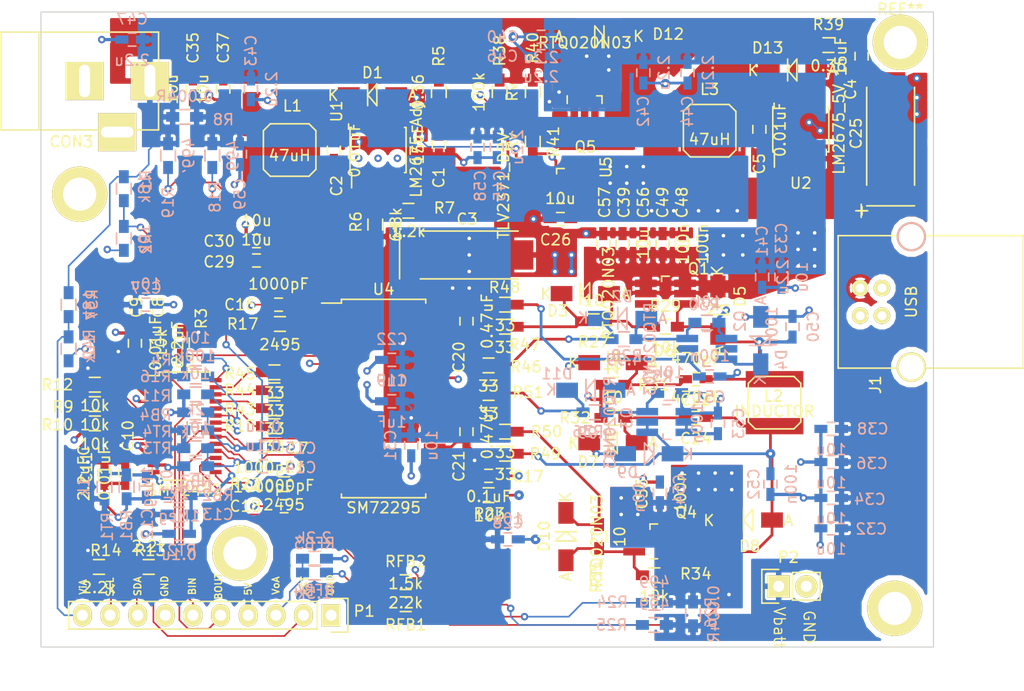
<source format=kicad_pcb>
(kicad_pcb (version 4) (host pcbnew "(2015-02-20 BZR 5437)-product")
  (layers (0 F.Cu signal) (1 In1.Cu power hide) (2 In2.Cu power hide) (31 B.Cu signal hide) (34 B.Paste user) (35 F.Paste user) (36 B.SilkS user) (37 F.SilkS user) (38 B.Mask user) (39 F.Mask user) (44 Edge.Cuts user))
  (net 0 "")
  (net 1 "Net-(C1-Pad1)")
  (net 2 GNDD)
  (net 3 "Net-(C2-Pad1)")
  (net 4 "Net-(C2-Pad2)")
  (net 5 8VDC)
  (net 6 "Net-(C4-Pad1)")
  (net 7 "Net-(C5-Pad1)")
  (net 8 "Net-(C5-Pad2)")
  (net 9 5VDC)
  (net 10 "Net-(C12-Pad1)")
  (net 11 "Net-(C13-Pad1)")
  (net 12 "Net-(C14-Pad1)")
  (net 13 "Net-(C15-Pad1)")
  (net 14 "Net-(C16-Pad1)")
  (net 15 "Net-(C18-Pad1)")
  (net 16 "Net-(C20-Pad1)")
  (net 17 /HBridge/HSA)
  (net 18 /HBridge/HSB)
  (net 19 "Net-(C21-Pad2)")
  (net 20 "Net-(C23-Pad2)")
  (net 21 "Net-(C24-Pad2)")
  (net 22 Vin_D)
  (net 23 "Net-(D2-Pad1)")
  (net 24 /HBridge/LOA)
  (net 25 "Net-(D3-Pad1)")
  (net 26 /HBridge/HOA)
  (net 27 Vin)
  (net 28 Vout)
  (net 29 "Net-(D10-Pad1)")
  (net 30 /HBridge/HOB)
  (net 31 "Net-(D11-Pad1)")
  (net 32 /HBridge/LOB)
  (net 33 "Net-(D12-Pad2)")
  (net 34 "Net-(J1-Pad2)")
  (net 35 "Net-(J1-Pad3)")
  (net 36 "Net-(R1-Pad2)")
  (net 37 /Connectors/RST)
  (net 38 "Net-(R4-Pad2)")
  (net 39 "Net-(R6-Pad2)")
  (net 40 "Net-(R9-Pad2)")
  (net 41 "Net-(R10-Pad2)")
  (net 42 "Net-(R11-Pad2)")
  (net 43 "Net-(R12-Pad2)")
  (net 44 /Connectors/SDA_I2C)
  (net 45 /Connectors/SCL_I2C)
  (net 46 "Net-(R16-Pad2)")
  (net 47 "Net-(R18-Pad2)")
  (net 48 "Net-(R19-Pad2)")
  (net 49 "Net-(R23-Pad1)")
  (net 50 "Net-(R24-Pad1)")
  (net 51 "Net-(R25-Pad1)")
  (net 52 "Net-(R40-Pad2)")
  (net 53 "Net-(RFB1-Pad2)")
  (net 54 "Net-(U1-Pad5)")
  (net 55 "Net-(U2-Pad5)")
  (net 56 /MPPT/LIB)
  (net 57 /MPPT/HIB)
  (net 58 /MPPT/HIA)
  (net 59 /MPPT/LIA)
  (net 60 "Net-(P1-Pad3)")
  (net 61 "Net-(U4-Pad15)")
  (net 62 Vbatt)
  (net 63 "Net-(C20-Pad2)")
  (net 64 "Net-(C21-Pad1)")
  (net 65 "Net-(R15-Pad2)")
  (net 66 "Net-(R45-Pad2)")
  (net 67 "Net-(R44-Pad2)")
  (net 68 "Net-(R43-Pad2)")
  (net 69 "Net-(R50-Pad1)")
  (net 70 "Net-(R51-Pad1)")
  (net 71 "Net-(R46-Pad1)")
  (net 72 "Net-(R47-Pad1)")
  (net 73 /Connectors/BIN_OUT)
  (net 74 /Connectors/BOUT_OUT)
  (net 75 "Net-(P1-Pad10)")
  (module Socket_Strips:Socket_Strip_Straight_1x10 (layer F.Cu) (at 82.55 138.049 180)
    (fp_text reference P1 (at -3.048 0.381 180) (layer F.SilkS))
    (fp_text value CONN_01X10 hide)
    (pad 1 thru_hole rect (at 0 0 180) (size 1.7272 2.032) (drill 1.016) (layers *.Cu *.Mask F.SilkS) (net 2 GNDD))
    (pad 2 thru_hole oval (at 2.54 0 180) (size 1.7272 2.032) (drill 1.016) (layers *.Cu *.Mask F.SilkS) (net 37 /Connectors/RST))
    (pad 3 thru_hole oval (at 5.08 0 180) (size 1.7272 2.032) (drill 1.016) (layers *.Cu *.Mask F.SilkS) (net 60 "Net-(P1-Pad3)"))
    (pad 4 thru_hole oval (at 7.62 0 180) (size 1.7272 2.032) (drill 1.016) (layers *.Cu *.Mask F.SilkS) (net 9 5VDC))
    (pad 5 thru_hole oval (at 10.16 0 180) (size 1.7272 2.032) (drill 1.016) (layers *.Cu *.Mask F.SilkS) (net 74 /Connectors/BOUT_OUT))
    (pad 6 thru_hole oval (at 12.7 0 180) (size 1.7272 2.032) (drill 1.016) (layers *.Cu *.Mask F.SilkS) (net 73 /Connectors/BIN_OUT))
    (pad 7 thru_hole oval (at 15.24 0 180) (size 1.7272 2.032) (drill 1.016) (layers *.Cu *.Mask F.SilkS) (net 2 GNDD))
    (pad 8 thru_hole oval (at 17.78 0 180) (size 1.7272 2.032) (drill 1.016) (layers *.Cu *.Mask F.SilkS) (net 44 /Connectors/SDA_I2C))
    (pad 9 thru_hole oval (at 20.32 0 180) (size 1.7272 2.032) (drill 1.016) (layers *.Cu *.Mask F.SilkS) (net 45 /Connectors/SCL_I2C))
    (pad 10 thru_hole oval (at 22.86 0 180) (size 1.7272 2.032) (drill 1.016) (layers *.Cu *.Mask F.SilkS) (net 75 "Net-(P1-Pad10)"))
  )
  (module Connect:1pin (layer F.Cu) (at 74.168 132.334)
    (fp_text reference "" (at -0.254 -3.048) (layer F.SilkS))
    (fp_text value 1pin)
    (pad 1 thru_hole circle (at 0 0) (size 5.08 5.08) (drill 3.048) (layers *.Cu *.Mask F.SilkS))
  )
  (module Connect:1pin (layer F.Cu) (at 59.436 99.314)
    (fp_text reference "" (at 0 -3.048) (layer F.SilkS))
    (fp_text value 1pin)
    (pad 1 thru_hole circle (at 0 0) (size 5.08 5.08) (drill 3.048) (layers *.Cu *.Mask F.SilkS))
  )
  (module Capacitors_SMD:C_0603_HandSoldering (layer F.Cu) (at 76.327 122.555)
    (fp_text reference C7 (at 3.175 0.127) (layer F.SilkS))
    (fp_text value 1000pF (at 0 1.9) (layer F.SilkS))
    (pad 1 smd rect (at -0.95 0) (size 1.2 0.75) (layers F.Cu F.Paste F.Mask) (net 74 /Connectors/BOUT_OUT))
    (pad 2 smd rect (at 0.95 0) (size 1.2 0.75) (layers F.Cu F.Paste F.Mask) (net 2 GNDD))
  )
  (module Resistors_SMD:R_0603_HandSoldering (layer B.Cu) (at 70.104 119.38 180)
    (fp_text reference RB4 (at 3.683 -0.254 180) (layer B.SilkS) (effects (justify mirror)))
    (fp_text value 47k (at 0 -1.9 180) (layer B.SilkS) (effects (justify mirror)))
    (pad 1 smd rect (at -1.1 0 180) (size 1.2 0.9) (layers B.Cu B.Paste B.Mask) (net 13 "Net-(C15-Pad1)"))
    (pad 2 smd rect (at 1.1 0 180) (size 1.2 0.9) (layers B.Cu B.Paste B.Mask) (net 2 GNDD))
  )
  (module Resistors_SMD:R_0603_HandSoldering (layer B.Cu) (at 68.58 127 180)
    (fp_text reference RB2 (at -3.556 0 180) (layer B.SilkS) (effects (justify mirror)))
    (fp_text value 1Meg (at 0 -1.9 180) (layer B.SilkS) (effects (justify mirror)))
    (pad 1 smd rect (at -1.1 0 180) (size 1.2 0.9) (layers B.Cu B.Paste B.Mask) (net 11 "Net-(C13-Pad1)"))
    (pad 2 smd rect (at 1.1 0 180) (size 1.2 0.9) (layers B.Cu B.Paste B.Mask) (net 2 GNDD))
  )
  (module Connect:1pin (layer F.Cu) (at 134.366 137.414)
    (fp_text reference "" (at -0.3175 7.366) (layer F.SilkS))
    (fp_text value 1pin)
    (pad 1 thru_hole circle (at 0 0) (size 5.08 5.08) (drill 3.048) (layers *.Cu *.Mask F.SilkS))
  )
  (module Capacitors_Tantalum_SMD:TantalC_SizeD_EIA-7343_HandSoldering (layer F.Cu) (at 133.985 93.98 90)
    (fp_text reference C25 (at 0.254 -3.175 90) (layer F.SilkS))
    (fp_text value 100uF hide)
    (fp_text user + (at -6.85546 -2.70002 90) (layer F.SilkS))
    (pad 2 smd rect (at 3.88874 0 90) (size 4.0005 2.70002) (layers F.Cu F.Paste F.Mask) (net 2 GNDD))
    (pad 1 smd rect (at -3.88874 0 90) (size 4.0005 2.70002) (layers F.Cu F.Paste F.Mask) (net 9 5VDC))
  )
  (module Connect:USB_B (layer F.Cu) (at 135.89 109.22 90)
    (fp_text reference J1 (at -7.62 -3.302 90) (layer F.SilkS))
    (fp_text value USB (at 0 0 90) (layer F.SilkS))
    (pad 1 thru_hole circle (at 1.27 -4.699 90) (size 1.524 1.524) (drill 0.8128) (layers *.Cu *.Mask F.SilkS) (net 9 5VDC))
    (pad 2 thru_hole circle (at -1.27 -4.699 90) (size 1.524 1.524) (drill 0.8128) (layers *.Cu *.Mask F.SilkS) (net 34 "Net-(J1-Pad2)"))
    (pad 3 thru_hole circle (at -1.27 -2.70002 90) (size 1.524 1.524) (drill 0.8128) (layers *.Cu *.Mask F.SilkS) (net 35 "Net-(J1-Pad3)"))
    (pad 4 thru_hole circle (at 1.27 -2.70002 90) (size 1.524 1.524) (drill 0.8128) (layers *.Cu *.Mask F.SilkS) (net 2 GNDD))
    (pad 5 np_thru_hole circle (at 5.99948 0 90) (size 2.70002 2.70002) (drill 2.30124) (layers *.Cu *.SilkS *.Mask) (net 2 GNDD))
    (pad 6 thru_hole circle (at -5.99948 0 90) (size 2.70002 2.70002) (drill 2.30124) (layers *.Cu *.Mask F.SilkS) (net 2 GNDD))
  )
  (module Housings_SOIC:SOIC-8_3.9x4.9mm_Pitch1.27mm (layer F.Cu) (at 86.868 95.25 90)
    (fp_text reference U1 (at 3.556 -3.81 90) (layer F.SilkS))
    (fp_text value LM2675_Adj (at 0 3.5 90) (layer F.SilkS))
    (pad 1 smd rect (at -2.7 -1.905 90) (size 1.55 0.6) (layers F.Cu F.Paste F.Mask) (net 3 "Net-(C2-Pad1)"))
    (pad 2 smd rect (at -2.7 -0.635 90) (size 1.55 0.6) (layers F.Cu F.Paste F.Mask))
    (pad 3 smd rect (at -2.7 0.635 90) (size 1.55 0.6) (layers F.Cu F.Paste F.Mask))
    (pad 4 smd rect (at -2.7 1.905 90) (size 1.55 0.6) (layers F.Cu F.Paste F.Mask) (net 39 "Net-(R6-Pad2)"))
    (pad 5 smd rect (at 2.7 1.905 90) (size 1.55 0.6) (layers F.Cu F.Paste F.Mask) (net 54 "Net-(U1-Pad5)"))
    (pad 6 smd rect (at 2.7 0.635 90) (size 1.55 0.6) (layers F.Cu F.Paste F.Mask) (net 2 GNDD))
    (pad 7 smd rect (at 2.7 -0.635 90) (size 1.55 0.6) (layers F.Cu F.Paste F.Mask) (net 22 Vin_D))
    (pad 8 smd rect (at 2.7 -1.905 90) (size 1.55 0.6) (layers F.Cu F.Paste F.Mask) (net 4 "Net-(C2-Pad2)"))
  )
  (module Housings_SOIC:SOIC-8_3.9x4.9mm_Pitch1.27mm (layer F.Cu) (at 125.73 93.345 90)
    (fp_text reference U2 (at -4.953 0 180) (layer F.SilkS))
    (fp_text value LM2675_5V (at 0 3.5 90) (layer F.SilkS))
    (pad 1 smd rect (at -2.7 -1.905 90) (size 1.55 0.6) (layers F.Cu F.Paste F.Mask) (net 7 "Net-(C5-Pad1)"))
    (pad 2 smd rect (at -2.7 -0.635 90) (size 1.55 0.6) (layers F.Cu F.Paste F.Mask))
    (pad 3 smd rect (at -2.7 0.635 90) (size 1.55 0.6) (layers F.Cu F.Paste F.Mask))
    (pad 4 smd rect (at -2.7 1.905 90) (size 1.55 0.6) (layers F.Cu F.Paste F.Mask) (net 9 5VDC))
    (pad 5 smd rect (at 2.7 1.905 90) (size 1.55 0.6) (layers F.Cu F.Paste F.Mask) (net 55 "Net-(U2-Pad5)"))
    (pad 6 smd rect (at 2.7 0.635 90) (size 1.55 0.6) (layers F.Cu F.Paste F.Mask) (net 2 GNDD))
    (pad 7 smd rect (at 2.7 -0.635 90) (size 1.55 0.6) (layers F.Cu F.Paste F.Mask) (net 33 "Net-(D12-Pad2)"))
    (pad 8 smd rect (at 2.7 -1.905 90) (size 1.55 0.6) (layers F.Cu F.Paste F.Mask) (net 8 "Net-(C5-Pad2)"))
  )
  (module Connect:BARREL_JACK (layer F.Cu) (at 59.69 88.9)
    (fp_text reference CON3 (at -1.016 5.588 180) (layer F.SilkS))
    (fp_text value BARREL_JACK hide)
    (pad 1 thru_hole rect (at 6.20014 0) (size 3.50012 3.50012) (drill oval 1.00076 2.99974) (layers *.Cu *.Mask F.SilkS) (net 22 Vin_D))
    (pad 2 thru_hole rect (at 0.20066 0) (size 3.50012 3.50012) (drill oval 1.00076 2.99974) (layers *.Cu *.Mask F.SilkS) (net 2 GNDD))
    (pad 3 thru_hole rect (at 3.2004 4.699) (size 3.50012 3.50012) (drill oval 2.99974 1.00076) (layers *.Cu *.Mask F.SilkS) (net 2 GNDD))
  )
  (module Socket_Strips:Socket_Strip_Straight_1x02 (layer F.Cu) (at 123.698 135.382)
    (fp_text reference P2 (at 0.889 -2.667) (layer F.SilkS))
    (fp_text value CONN_01X02 hide)
    (pad 1 thru_hole rect (at 0 0) (size 2.032 2.032) (drill 1.016) (layers *.Cu *.Mask F.SilkS) (net 62 Vbatt))
    (pad 2 thru_hole oval (at 2.54 0) (size 2.032 2.032) (drill 1.016) (layers *.Cu *.Mask F.SilkS) (net 2 GNDD))
  )
  (module Housings_SOT-23_SOT-143_TSOT-6:TSOT-6-MK06A_Handsoldering (layer F.Cu) (at 113.284 108.458 270)
    (fp_text reference Q1 (at -2.286 -3.048 360) (layer F.SilkS))
    (fp_text value RTQ020N03 (at -0.03048 5.22986 270) (layer F.SilkS))
    (pad 1 smd rect (at -0.94996 1.80086 270) (size 0.69088 1.99898) (layers F.Cu F.Paste F.Mask) (net 27 Vin))
    (pad 2 smd rect (at 0 1.80086 270) (size 0.69088 1.99898) (layers F.Cu F.Paste F.Mask) (net 27 Vin))
    (pad 3 smd rect (at 0.94996 1.80086 270) (size 0.69088 1.99898) (layers F.Cu F.Paste F.Mask) (net 25 "Net-(D3-Pad1)"))
    (pad 4 smd rect (at 0.94996 -1.80086 270) (size 0.69088 1.99898) (layers F.Cu F.Paste F.Mask) (net 17 /HBridge/HSA))
    (pad 5 smd rect (at 0 -1.80086 270) (size 0.69088 1.99898) (layers F.Cu F.Paste F.Mask) (net 27 Vin))
    (pad 6 smd rect (at -0.94996 -1.80086 270) (size 0.69088 1.99898) (layers F.Cu F.Paste F.Mask) (net 27 Vin))
  )
  (module Housings_SOT-23_SOT-143_TSOT-6:TSOT-6-MK06A_Handsoldering (layer B.Cu) (at 117.094 113.538 90)
    (fp_text reference Q2 (at 2.54 3.048 90) (layer B.SilkS) (effects (justify mirror)))
    (fp_text value RTQ020N03 (at -0.03048 -5.22986 90) (layer B.SilkS) (effects (justify mirror)))
    (pad 1 smd rect (at -0.94996 -1.80086 90) (size 0.69088 1.99898) (layers B.Cu B.Paste B.Mask) (net 17 /HBridge/HSA))
    (pad 2 smd rect (at 0 -1.80086 90) (size 0.69088 1.99898) (layers B.Cu B.Paste B.Mask) (net 17 /HBridge/HSA))
    (pad 3 smd rect (at 0.94996 -1.80086 90) (size 0.69088 1.99898) (layers B.Cu B.Paste B.Mask) (net 23 "Net-(D2-Pad1)"))
    (pad 4 smd rect (at 0.94996 1.80086 90) (size 0.69088 1.99898) (layers B.Cu B.Paste B.Mask) (net 2 GNDD))
    (pad 5 smd rect (at 0 1.80086 90) (size 0.69088 1.99898) (layers B.Cu B.Paste B.Mask) (net 17 /HBridge/HSA))
    (pad 6 smd rect (at -0.94996 1.80086 90) (size 0.69088 1.99898) (layers B.Cu B.Paste B.Mask) (net 17 /HBridge/HSA))
  )
  (module Housings_SOT-23_SOT-143_TSOT-6:TSOT-6-MK06A_Handsoldering (layer B.Cu) (at 113.411 120.269 90)
    (fp_text reference Q3 (at 0.381 -3.683 270) (layer B.SilkS) (effects (justify mirror)))
    (fp_text value RTQ020N03 (at -0.03048 -5.22986 90) (layer B.SilkS) (effects (justify mirror)))
    (pad 1 smd rect (at -0.94996 -1.80086 90) (size 0.69088 1.99898) (layers B.Cu B.Paste B.Mask) (net 18 /HBridge/HSB))
    (pad 2 smd rect (at 0 -1.80086 90) (size 0.69088 1.99898) (layers B.Cu B.Paste B.Mask) (net 18 /HBridge/HSB))
    (pad 3 smd rect (at 0.94996 -1.80086 90) (size 0.69088 1.99898) (layers B.Cu B.Paste B.Mask) (net 31 "Net-(D11-Pad1)"))
    (pad 4 smd rect (at 0.94996 1.80086 90) (size 0.69088 1.99898) (layers B.Cu B.Paste B.Mask) (net 2 GNDD))
    (pad 5 smd rect (at 0 1.80086 90) (size 0.69088 1.99898) (layers B.Cu B.Paste B.Mask) (net 18 /HBridge/HSB))
    (pad 6 smd rect (at -0.94996 1.80086 90) (size 0.69088 1.99898) (layers B.Cu B.Paste B.Mask) (net 18 /HBridge/HSB))
  )
  (module Housings_SOT-23_SOT-143_TSOT-6:TSOT-6-MK06A_Handsoldering (layer F.Cu) (at 112.214256 131.252106 270)
    (fp_text reference Q4 (at -2.664606 -2.974744 360) (layer F.SilkS))
    (fp_text value RTQ020N03 (at -0.03048 5.22986 270) (layer F.SilkS))
    (pad 1 smd rect (at -0.94996 1.80086 270) (size 0.69088 1.99898) (layers F.Cu F.Paste F.Mask) (net 28 Vout))
    (pad 2 smd rect (at 0 1.80086 270) (size 0.69088 1.99898) (layers F.Cu F.Paste F.Mask) (net 28 Vout))
    (pad 3 smd rect (at 0.94996 1.80086 270) (size 0.69088 1.99898) (layers F.Cu F.Paste F.Mask) (net 29 "Net-(D10-Pad1)"))
    (pad 4 smd rect (at 0.94996 -1.80086 270) (size 0.69088 1.99898) (layers F.Cu F.Paste F.Mask) (net 18 /HBridge/HSB))
    (pad 5 smd rect (at 0 -1.80086 270) (size 0.69088 1.99898) (layers F.Cu F.Paste F.Mask) (net 28 Vout))
    (pad 6 smd rect (at -0.94996 -1.80086 270) (size 0.69088 1.99898) (layers F.Cu F.Paste F.Mask) (net 28 Vout))
  )
  (module Housings_SOT-23_SOT-143_TSOT-6:TSOT-6-MK06A_Handsoldering (layer F.Cu) (at 105.8545 90.6145 180)
    (fp_text reference Q5 (at -0.07112 -4.35102 180) (layer F.SilkS))
    (fp_text value RTQ020N03 (at -0.03048 5.22986 180) (layer F.SilkS))
    (pad 1 smd rect (at -0.94996 1.80086 180) (size 0.69088 1.99898) (layers F.Cu F.Paste F.Mask) (net 62 Vbatt))
    (pad 2 smd rect (at 0 1.80086 180) (size 0.69088 1.99898) (layers F.Cu F.Paste F.Mask) (net 62 Vbatt))
    (pad 3 smd rect (at 0.94996 1.80086 180) (size 0.69088 1.99898) (layers F.Cu F.Paste F.Mask) (net 22 Vin_D))
    (pad 4 smd rect (at 0.94996 -1.80086 180) (size 0.69088 1.99898) (layers F.Cu F.Paste F.Mask) (net 33 "Net-(D12-Pad2)"))
    (pad 5 smd rect (at 0 -1.80086 180) (size 0.69088 1.99898) (layers F.Cu F.Paste F.Mask) (net 62 Vbatt))
    (pad 6 smd rect (at -0.94996 -1.80086 180) (size 0.69088 1.99898) (layers F.Cu F.Paste F.Mask) (net 62 Vbatt))
  )
  (module Capacitors_Tantalum_SMD:TantalC_SizeD_EIA-7343_HandSoldering (layer F.Cu) (at 95.25 104.902)
    (fp_text reference C3 (at -0.20066 -3.29946) (layer F.SilkS))
    (fp_text value 100uF hide)
    (fp_text user + (at -6.85546 -2.70002) (layer F.SilkS))
    (pad 2 smd rect (at 3.88874 0) (size 4.0005 2.70002) (layers F.Cu F.Paste F.Mask) (net 2 GNDD))
    (pad 1 smd rect (at -3.88874 0) (size 4.0005 2.70002) (layers F.Cu F.Paste F.Mask) (net 5 8VDC))
  )
  (module Inductors:SELF-WE-TPC_M (layer F.Cu) (at 78.74 95.25 270)
    (fp_text reference L1 (at -4.064 -0.254 540) (layer F.SilkS))
    (fp_text value 47uH (at 0.508 0 360) (layer F.SilkS))
    (pad 1 smd rect (at -2.159 0 270) (size 1.50114 5.30098) (layers F.Cu F.Paste F.Mask) (net 4 "Net-(C2-Pad2)"))
    (pad 2 smd rect (at 2.159 0 270) (size 1.50114 5.30098) (layers F.Cu F.Paste F.Mask) (net 5 8VDC))
  )
  (module Inductors:SELF-WE-TPC_M (layer F.Cu) (at 117.348 93.472 270)
    (fp_text reference L3 (at -3.81 0 360) (layer F.SilkS))
    (fp_text value 47uH (at 0.8001 0 360) (layer F.SilkS))
    (pad 1 smd rect (at -2.159 0 270) (size 1.50114 5.30098) (layers F.Cu F.Paste F.Mask) (net 8 "Net-(C5-Pad2)"))
    (pad 2 smd rect (at 2.159 0 270) (size 1.50114 5.30098) (layers F.Cu F.Paste F.Mask) (net 9 5VDC))
  )
  (module Resistors_SMD:R_0603_HandSoldering (layer B.Cu) (at 70.104 114.427)
    (fp_text reference R4 (at -3.175 0.127) (layer B.SilkS) (effects (justify mirror)))
    (fp_text value 10k (at 0 -1.9) (layer B.SilkS) (effects (justify mirror)))
    (pad 1 smd rect (at -1.1 0) (size 1.2 0.9) (layers B.Cu B.Paste B.Mask) (net 9 5VDC))
    (pad 2 smd rect (at 1.1 0) (size 1.2 0.9) (layers B.Cu B.Paste B.Mask) (net 38 "Net-(R4-Pad2)"))
  )
  (module KiCadFP:TSOT-6-MK06A_Handsoldering (layer F.Cu) (at 103.632 98.552 270)
    (fp_text reference U5 (at -1.7145 -4.191 270) (layer F.SilkS))
    (fp_text value TLV2371_DBV (at -0.03048 5.22986 270) (layer F.SilkS))
    (pad 1 smd rect (at -0.94996 1.80086 270) (size 0.69088 1.99898) (layers F.Cu F.Paste F.Mask) (net 54 "Net-(U1-Pad5)"))
    (pad 2 smd rect (at 0 1.80086 270) (size 0.69088 1.99898) (layers F.Cu F.Paste F.Mask) (net 2 GNDD))
    (pad 3 smd rect (at 0.94996 1.80086 270) (size 0.69088 1.99898) (layers F.Cu F.Paste F.Mask) (net 52 "Net-(R40-Pad2)"))
    (pad 4 smd rect (at 0.94996 -1.80086 270) (size 0.69088 1.99898) (layers F.Cu F.Paste F.Mask) (net 9 5VDC))
    (pad 5 smd rect (at -0.94996 -1.80086 270) (size 0.69088 1.99898) (layers F.Cu F.Paste F.Mask) (net 9 5VDC))
  )
  (module KiCadFP:Diode-SOD_123_Handsoldering (layer F.Cu) (at 86.36 90.17 180)
    (fp_text reference D1 (at 0 2.032 180) (layer F.SilkS))
    (fp_text value MBR130T1G hide)
    (fp_text user A (at -3.68808 -0.01016 180) (layer F.SilkS))
    (fp_text user K (at 3.62712 -0.04572 180) (layer F.SilkS))
    (pad 1 smd rect (at -2.18 0 180) (size 2 1.4) (layers F.Cu F.Paste F.Mask) (net 2 GNDD))
    (pad 2 smd rect (at 2.18 0 180) (size 2 1.4) (layers F.Cu F.Paste F.Mask) (net 4 "Net-(C2-Pad2)"))
  )
  (module KiCadFP:Diode-SOD_123_Handsoldering (layer B.Cu) (at 109.347 110.744 180)
    (fp_text reference D2 (at 0.03048 2.0066 180) (layer B.SilkS) (effects (justify mirror)))
    (fp_text value MBR130T1G hide)
    (fp_text user A (at -3.68808 0.01016 180) (layer B.SilkS) (effects (justify mirror)))
    (fp_text user K (at 3.62712 0.04572 180) (layer B.SilkS) (effects (justify mirror)))
    (pad 1 smd rect (at -2.18 0 180) (size 2 1.4) (layers B.Cu B.Paste B.Mask) (net 23 "Net-(D2-Pad1)"))
    (pad 2 smd rect (at 2.18 0 180) (size 2 1.4) (layers B.Cu B.Paste B.Mask) (net 24 /HBridge/LOA))
  )
  (module KiCadFP:Diode-SOD_123_Handsoldering (layer F.Cu) (at 105.918 108.458 180)
    (fp_text reference D3 (at 2.54 -1.5875 180) (layer F.SilkS))
    (fp_text value MBR130T1G hide)
    (fp_text user A (at -3.68808 -0.01016 180) (layer F.SilkS))
    (fp_text user K (at 3.62712 -0.04572 180) (layer F.SilkS))
    (pad 1 smd rect (at -2.18 0 180) (size 2 1.4) (layers F.Cu F.Paste F.Mask) (net 25 "Net-(D3-Pad1)"))
    (pad 2 smd rect (at 2.18 0 180) (size 2 1.4) (layers F.Cu F.Paste F.Mask) (net 26 /HBridge/HOA))
  )
  (module KiCadFP:Diode-SOD_123_Handsoldering (layer B.Cu) (at 122.047 112.776 270)
    (fp_text reference D4 (at 1.778 -1.905 270) (layer B.SilkS) (effects (justify mirror)))
    (fp_text value MBR130T1G hide)
    (fp_text user A (at -3.68808 0.01016 270) (layer B.SilkS) (effects (justify mirror)))
    (fp_text user K (at 3.62712 0.04572 270) (layer B.SilkS) (effects (justify mirror)))
    (pad 1 smd rect (at -2.18 0 270) (size 2 1.4) (layers B.Cu B.Paste B.Mask) (net 2 GNDD))
    (pad 2 smd rect (at 2.18 0 270) (size 2 1.4) (layers B.Cu B.Paste B.Mask) (net 17 /HBridge/HSA))
  )
  (module KiCadFP:Diode-SOD_123_Handsoldering (layer F.Cu) (at 118.11 109.982 90)
    (fp_text reference D5 (at 1.27 2.032 90) (layer F.SilkS))
    (fp_text value MBR130T1G hide)
    (fp_text user A (at -3.68808 -0.01016 90) (layer F.SilkS))
    (fp_text user K (at 3.62712 -0.04572 90) (layer F.SilkS))
    (pad 1 smd rect (at -2.18 0 90) (size 2 1.4) (layers F.Cu F.Paste F.Mask) (net 17 /HBridge/HSA))
    (pad 2 smd rect (at 2.18 0 90) (size 2 1.4) (layers F.Cu F.Paste F.Mask) (net 27 Vin))
  )
  (module KiCadFP:Diode-SOD_123_Handsoldering (layer F.Cu) (at 108.458 114.808 180)
    (fp_text reference D6 (at -4.699 1.0795 180) (layer F.SilkS))
    (fp_text value MBR130T1G hide)
    (fp_text user A (at -3.68808 -0.01016 180) (layer F.SilkS))
    (fp_text user K (at 3.62712 -0.04572 180) (layer F.SilkS))
    (pad 1 smd rect (at -2.18 0 180) (size 2 1.4) (layers F.Cu F.Paste F.Mask) (net 20 "Net-(C23-Pad2)"))
    (pad 2 smd rect (at 2.18 0 180) (size 2 1.4) (layers F.Cu F.Paste F.Mask) (net 2 GNDD))
  )
  (module KiCadFP:Diode-SOD_123_Handsoldering (layer F.Cu) (at 108.458 122.174 180)
    (fp_text reference D7 (at 2.286 -1.778 180) (layer F.SilkS))
    (fp_text value MBR130T1G hide)
    (fp_text user A (at -3.68808 -0.01016 180) (layer F.SilkS))
    (fp_text user K (at 3.62712 -0.04572 180) (layer F.SilkS))
    (pad 1 smd rect (at -2.18 0 180) (size 2 1.4) (layers F.Cu F.Paste F.Mask) (net 21 "Net-(C24-Pad2)"))
    (pad 2 smd rect (at 2.18 0 180) (size 2 1.4) (layers F.Cu F.Paste F.Mask) (net 2 GNDD))
  )
  (module KiCadFP:Diode-SOD_123_Handsoldering (layer F.Cu) (at 120.904 129.286 180)
    (fp_text reference D8 (at -0.127 -2.413 180) (layer F.SilkS))
    (fp_text value MBR130T1G hide)
    (fp_text user A (at -3.68808 -0.01016 180) (layer F.SilkS))
    (fp_text user K (at 3.62712 -0.04572 180) (layer F.SilkS))
    (pad 1 smd rect (at -2.18 0 180) (size 2 1.4) (layers F.Cu F.Paste F.Mask) (net 18 /HBridge/HSB))
    (pad 2 smd rect (at 2.18 0 180) (size 2 1.4) (layers F.Cu F.Paste F.Mask) (net 28 Vout))
  )
  (module KiCadFP:Diode-SOD_123_Handsoldering (layer B.Cu) (at 111.76 123.19)
    (fp_text reference D9 (at -1.9685 1.7145) (layer B.SilkS) (effects (justify mirror)))
    (fp_text value MBR130T1G hide)
    (fp_text user A (at -3.68808 0.01016) (layer B.SilkS) (effects (justify mirror)))
    (fp_text user K (at 3.62712 0.04572) (layer B.SilkS) (effects (justify mirror)))
    (pad 1 smd rect (at -2.18 0) (size 2 1.4) (layers B.Cu B.Paste B.Mask) (net 2 GNDD))
    (pad 2 smd rect (at 2.18 0) (size 2 1.4) (layers B.Cu B.Paste B.Mask) (net 18 /HBridge/HSB))
  )
  (module KiCadFP:Diode-SOD_123_Handsoldering (layer F.Cu) (at 104.14 130.81 90)
    (fp_text reference D10 (at 0.03048 -2.0066 90) (layer F.SilkS))
    (fp_text value MBR130T1G hide)
    (fp_text user A (at -3.68808 -0.01016 90) (layer F.SilkS))
    (fp_text user K (at 3.62712 -0.04572 90) (layer F.SilkS))
    (pad 1 smd rect (at -2.18 0 90) (size 2 1.4) (layers F.Cu F.Paste F.Mask) (net 29 "Net-(D10-Pad1)"))
    (pad 2 smd rect (at 2.18 0 90) (size 2 1.4) (layers F.Cu F.Paste F.Mask) (net 30 /HBridge/HOB))
  )
  (module KiCadFP:Diode-SOD_123_Handsoldering (layer B.Cu) (at 106.426 117.348 180)
    (fp_text reference D11 (at 3.1115 1.524 180) (layer B.SilkS) (effects (justify mirror)))
    (fp_text value MBR130T1G hide)
    (fp_text user A (at -3.68808 0.01016 180) (layer B.SilkS) (effects (justify mirror)))
    (fp_text user K (at 3.62712 0.04572 180) (layer B.SilkS) (effects (justify mirror)))
    (pad 1 smd rect (at -2.18 0 180) (size 2 1.4) (layers B.Cu B.Paste B.Mask) (net 31 "Net-(D11-Pad1)"))
    (pad 2 smd rect (at 2.18 0 180) (size 2 1.4) (layers B.Cu B.Paste B.Mask) (net 32 /HBridge/LOB))
  )
  (module KiCadFP:Diode-SOD_123_Handsoldering (layer F.Cu) (at 107.188 84.836)
    (fp_text reference D12 (at 6.35 -0.254) (layer F.SilkS))
    (fp_text value DIODESCH hide)
    (fp_text user A (at -3.68808 -0.01016) (layer F.SilkS))
    (fp_text user K (at 3.62712 -0.04572) (layer F.SilkS))
    (pad 1 smd rect (at -2.18 0) (size 2 1.4) (layers F.Cu F.Paste F.Mask) (net 22 Vin_D))
    (pad 2 smd rect (at 2.18 0) (size 2 1.4) (layers F.Cu F.Paste F.Mask) (net 33 "Net-(D12-Pad2)"))
  )
  (module KiCadFP:Diode-SOD_123_Handsoldering (layer F.Cu) (at 124.968 87.884 180)
    (fp_text reference D13 (at 2.286 2.032 180) (layer F.SilkS))
    (fp_text value MBR130T1G hide)
    (fp_text user A (at -3.68808 -0.01016 180) (layer F.SilkS))
    (fp_text user K (at 3.62712 -0.04572 180) (layer F.SilkS))
    (pad 1 smd rect (at -2.18 0 180) (size 2 1.4) (layers F.Cu F.Paste F.Mask) (net 2 GNDD))
    (pad 2 smd rect (at 2.18 0 180) (size 2 1.4) (layers F.Cu F.Paste F.Mask) (net 8 "Net-(C5-Pad2)"))
  )
  (module Resistors_SMD:R_0603_HandSoldering (layer F.Cu) (at 77.343 118.999)
    (fp_text reference R43 (at -3.175 0.127) (layer F.SilkS))
    (fp_text value 33 (at 0 1.9) (layer F.SilkS))
    (pad 1 smd rect (at -1.1 0) (size 1.2 0.9) (layers F.Cu F.Paste F.Mask) (net 57 /MPPT/HIB))
    (pad 2 smd rect (at 1.1 0) (size 1.2 0.9) (layers F.Cu F.Paste F.Mask) (net 68 "Net-(R43-Pad2)"))
  )
  (module Resistors_SMD:R_0603_HandSoldering (layer F.Cu) (at 77.343 117.348)
    (fp_text reference R44 (at -3.175 0) (layer F.SilkS))
    (fp_text value 33 (at 0 1.9) (layer F.SilkS))
    (pad 1 smd rect (at -1.1 0) (size 1.2 0.9) (layers F.Cu F.Paste F.Mask) (net 58 /MPPT/HIA))
    (pad 2 smd rect (at 1.1 0) (size 1.2 0.9) (layers F.Cu F.Paste F.Mask) (net 67 "Net-(R44-Pad2)"))
  )
  (module Resistors_SMD:R_0603_HandSoldering (layer F.Cu) (at 77.343 115.697)
    (fp_text reference R45 (at -3.175 0.127) (layer F.SilkS))
    (fp_text value 33 (at 0 1.9) (layer F.SilkS))
    (pad 1 smd rect (at -1.1 0) (size 1.2 0.9) (layers F.Cu F.Paste F.Mask) (net 59 /MPPT/LIA))
    (pad 2 smd rect (at 1.1 0) (size 1.2 0.9) (layers F.Cu F.Paste F.Mask) (net 66 "Net-(R45-Pad2)"))
  )
  (module Resistors_SMD:R_0603_HandSoldering (layer F.Cu) (at 97.028 115.062)
    (fp_text reference R46 (at 3.429 0.127) (layer F.SilkS))
    (fp_text value 33 (at 0 1.9) (layer F.SilkS))
    (pad 1 smd rect (at -1.1 0) (size 1.2 0.9) (layers F.Cu F.Paste F.Mask) (net 71 "Net-(R46-Pad1)"))
    (pad 2 smd rect (at 1.1 0) (size 1.2 0.9) (layers F.Cu F.Paste F.Mask) (net 24 /HBridge/LOA))
  )
  (module Resistors_SMD:R_0603_HandSoldering (layer F.Cu) (at 98.552 111.506)
    (fp_text reference R47 (at 1.778 1.651) (layer F.SilkS))
    (fp_text value 33 (at 0 1.9) (layer F.SilkS))
    (pad 1 smd rect (at -1.1 0) (size 1.2 0.9) (layers F.Cu F.Paste F.Mask) (net 72 "Net-(R47-Pad1)"))
    (pad 2 smd rect (at 1.1 0) (size 1.2 0.9) (layers F.Cu F.Paste F.Mask) (net 26 /HBridge/HOA))
  )
  (module Resistors_SMD:R_0603_HandSoldering (layer F.Cu) (at 98.552 109.474)
    (fp_text reference R48 (at -0.0635 -1.5875) (layer F.SilkS))
    (fp_text value 33 (at 0 1.9) (layer F.SilkS))
    (pad 1 smd rect (at -1.1 0) (size 1.2 0.9) (layers F.Cu F.Paste F.Mask) (net 63 "Net-(C20-Pad2)"))
    (pad 2 smd rect (at 1.1 0) (size 1.2 0.9) (layers F.Cu F.Paste F.Mask) (net 17 /HBridge/HSA))
  )
  (module Resistors_SMD:R_0603_HandSoldering (layer F.Cu) (at 98.552 123.19)
    (fp_text reference R49 (at 3.683 0) (layer F.SilkS))
    (fp_text value 33 (at 0 1.9) (layer F.SilkS))
    (pad 1 smd rect (at -1.1 0) (size 1.2 0.9) (layers F.Cu F.Paste F.Mask) (net 64 "Net-(C21-Pad1)"))
    (pad 2 smd rect (at 1.1 0) (size 1.2 0.9) (layers F.Cu F.Paste F.Mask) (net 18 /HBridge/HSB))
  )
  (module Resistors_SMD:R_0603_HandSoldering (layer F.Cu) (at 98.552 121.158)
    (fp_text reference R50 (at 3.81 0) (layer F.SilkS))
    (fp_text value 33 (at 0 1.9) (layer F.SilkS))
    (pad 1 smd rect (at -1.1 0) (size 1.2 0.9) (layers F.Cu F.Paste F.Mask) (net 69 "Net-(R50-Pad1)"))
    (pad 2 smd rect (at 1.1 0) (size 1.2 0.9) (layers F.Cu F.Paste F.Mask) (net 30 /HBridge/HOB))
  )
  (module Resistors_SMD:R_0603_HandSoldering (layer F.Cu) (at 97.028 117.602)
    (fp_text reference R51 (at 3.6195 -0.0635) (layer F.SilkS))
    (fp_text value 33 (at 0 1.9) (layer F.SilkS))
    (pad 1 smd rect (at -1.1 0) (size 1.2 0.9) (layers F.Cu F.Paste F.Mask) (net 70 "Net-(R51-Pad1)"))
    (pad 2 smd rect (at 1.1 0) (size 1.2 0.9) (layers F.Cu F.Paste F.Mask) (net 32 /HBridge/LOB))
  )
  (module Housings_SSOP:TSSOP-28_4.4x9.7mm_Pitch0.65mm (layer F.Cu) (at 69.088 120.65)
    (fp_text reference U3 (at 0 -5.9) (layer F.SilkS))
    (fp_text value SM72442 (at 0 5.9) (layer F.SilkS))
    (pad 1 smd rect (at -2.85 -4.225) (size 1.1 0.4) (layers F.Cu F.Paste F.Mask) (net 37 /Connectors/RST))
    (pad 2 smd rect (at -2.85 -3.575) (size 1.1 0.4) (layers F.Cu F.Paste F.Mask) (net 2 GNDD))
    (pad 3 smd rect (at -2.85 -2.925) (size 1.1 0.4) (layers F.Cu F.Paste F.Mask) (net 9 5VDC))
    (pad 4 smd rect (at -2.85 -2.275) (size 1.1 0.4) (layers F.Cu F.Paste F.Mask) (net 2 GNDD))
    (pad 5 smd rect (at -2.85 -1.625) (size 1.1 0.4) (layers F.Cu F.Paste F.Mask) (net 43 "Net-(R12-Pad2)"))
    (pad 6 smd rect (at -2.85 -0.975) (size 1.1 0.4) (layers F.Cu F.Paste F.Mask) (net 40 "Net-(R9-Pad2)"))
    (pad 7 smd rect (at -2.85 -0.325) (size 1.1 0.4) (layers F.Cu F.Paste F.Mask) (net 41 "Net-(R10-Pad2)"))
    (pad 8 smd rect (at -2.85 0.325) (size 1.1 0.4) (layers F.Cu F.Paste F.Mask) (net 45 /Connectors/SCL_I2C))
    (pad 9 smd rect (at -2.85 0.975) (size 1.1 0.4) (layers F.Cu F.Paste F.Mask) (net 44 /Connectors/SDA_I2C))
    (pad 10 smd rect (at -2.85 1.625) (size 1.1 0.4) (layers F.Cu F.Paste F.Mask) (net 2 GNDD))
    (pad 11 smd rect (at -2.85 2.275) (size 1.1 0.4) (layers F.Cu F.Paste F.Mask) (net 2 GNDD))
    (pad 12 smd rect (at -2.85 2.925) (size 1.1 0.4) (layers F.Cu F.Paste F.Mask) (net 9 5VDC))
    (pad 13 smd rect (at -2.85 3.575) (size 1.1 0.4) (layers F.Cu F.Paste F.Mask) (net 2 GNDD))
    (pad 14 smd rect (at -2.85 4.225) (size 1.1 0.4) (layers F.Cu F.Paste F.Mask) (net 10 "Net-(C12-Pad1)"))
    (pad 15 smd rect (at 2.85 4.225) (size 1.1 0.4) (layers F.Cu F.Paste F.Mask) (net 36 "Net-(R1-Pad2)"))
    (pad 16 smd rect (at 2.85 3.575) (size 1.1 0.4) (layers F.Cu F.Paste F.Mask) (net 11 "Net-(C13-Pad1)"))
    (pad 17 smd rect (at 2.85 2.925) (size 1.1 0.4) (layers F.Cu F.Paste F.Mask) (net 53 "Net-(RFB1-Pad2)"))
    (pad 18 smd rect (at 2.85 2.275) (size 1.1 0.4) (layers F.Cu F.Paste F.Mask) (net 12 "Net-(C14-Pad1)"))
    (pad 19 smd rect (at 2.85 1.625) (size 1.1 0.4) (layers F.Cu F.Paste F.Mask) (net 73 /Connectors/BIN_OUT))
    (pad 20 smd rect (at 2.85 0.975) (size 1.1 0.4) (layers F.Cu F.Paste F.Mask) (net 13 "Net-(C15-Pad1)"))
    (pad 21 smd rect (at 2.85 0.325) (size 1.1 0.4) (layers F.Cu F.Paste F.Mask) (net 74 /Connectors/BOUT_OUT))
    (pad 22 smd rect (at 2.85 -0.325) (size 1.1 0.4) (layers F.Cu F.Paste F.Mask) (net 42 "Net-(R11-Pad2)"))
    (pad 23 smd rect (at 2.85 -0.975) (size 1.1 0.4) (layers F.Cu F.Paste F.Mask) (net 46 "Net-(R16-Pad2)"))
    (pad 24 smd rect (at 2.85 -1.625) (size 1.1 0.4) (layers F.Cu F.Paste F.Mask) (net 56 /MPPT/LIB))
    (pad 25 smd rect (at 2.85 -2.275) (size 1.1 0.4) (layers F.Cu F.Paste F.Mask) (net 57 /MPPT/HIB))
    (pad 26 smd rect (at 2.85 -2.925) (size 1.1 0.4) (layers F.Cu F.Paste F.Mask) (net 58 /MPPT/HIA))
    (pad 27 smd rect (at 2.85 -3.575) (size 1.1 0.4) (layers F.Cu F.Paste F.Mask) (net 59 /MPPT/LIA))
    (pad 28 smd rect (at 2.85 -4.225) (size 1.1 0.4) (layers F.Cu F.Paste F.Mask) (net 38 "Net-(R4-Pad2)"))
  )
  (module Housings_SOIC:SOIC-28_7.5x17.9mm_Pitch1.27mm (layer F.Cu) (at 87.376 118.11)
    (fp_text reference U4 (at 0 -10.05) (layer F.SilkS))
    (fp_text value SM72295 (at 0 10.05) (layer F.SilkS))
    (pad 1 smd rect (at -4.7 -8.255) (size 2 0.6) (layers F.Cu F.Paste F.Mask) (net 48 "Net-(R19-Pad2)"))
    (pad 2 smd rect (at -4.7 -6.985) (size 2 0.6) (layers F.Cu F.Paste F.Mask) (net 47 "Net-(R18-Pad2)"))
    (pad 3 smd rect (at -4.7 -5.715) (size 2 0.6) (layers F.Cu F.Paste F.Mask) (net 14 "Net-(C16-Pad1)"))
    (pad 4 smd rect (at -4.7 -4.445) (size 2 0.6) (layers F.Cu F.Paste F.Mask) (net 73 /Connectors/BIN_OUT))
    (pad 5 smd rect (at -4.7 -3.175) (size 2 0.6) (layers F.Cu F.Paste F.Mask) (net 2 GNDD))
    (pad 6 smd rect (at -4.7 -1.905) (size 2 0.6) (layers F.Cu F.Paste F.Mask) (net 66 "Net-(R45-Pad2)"))
    (pad 7 smd rect (at -4.7 -0.635) (size 2 0.6) (layers F.Cu F.Paste F.Mask) (net 67 "Net-(R44-Pad2)"))
    (pad 8 smd rect (at -4.7 0.635) (size 2 0.6) (layers F.Cu F.Paste F.Mask) (net 68 "Net-(R43-Pad2)"))
    (pad 9 smd rect (at -4.7 1.905) (size 2 0.6) (layers F.Cu F.Paste F.Mask) (net 65 "Net-(R15-Pad2)"))
    (pad 10 smd rect (at -4.7 3.175) (size 2 0.6) (layers F.Cu F.Paste F.Mask) (net 37 /Connectors/RST))
    (pad 11 smd rect (at -4.7 4.445) (size 2 0.6) (layers F.Cu F.Paste F.Mask) (net 74 /Connectors/BOUT_OUT))
    (pad 12 smd rect (at -4.7 5.715) (size 2 0.6) (layers F.Cu F.Paste F.Mask) (net 15 "Net-(C18-Pad1)"))
    (pad 13 smd rect (at -4.7 6.985) (size 2 0.6) (layers F.Cu F.Paste F.Mask) (net 51 "Net-(R25-Pad1)"))
    (pad 14 smd rect (at -4.7 8.255) (size 2 0.6) (layers F.Cu F.Paste F.Mask) (net 50 "Net-(R24-Pad1)"))
    (pad 15 smd rect (at 4.7 8.255) (size 2 0.6) (layers F.Cu F.Paste F.Mask) (net 61 "Net-(U4-Pad15)"))
    (pad 16 smd rect (at 4.7 6.985) (size 2 0.6) (layers F.Cu F.Paste F.Mask) (net 49 "Net-(R23-Pad1)"))
    (pad 17 smd rect (at 4.7 5.715) (size 2 0.6) (layers F.Cu F.Paste F.Mask) (net 9 5VDC))
    (pad 18 smd rect (at 4.7 4.445) (size 2 0.6) (layers F.Cu F.Paste F.Mask) (net 64 "Net-(C21-Pad1)"))
    (pad 19 smd rect (at 4.7 3.175) (size 2 0.6) (layers F.Cu F.Paste F.Mask) (net 69 "Net-(R50-Pad1)"))
    (pad 20 smd rect (at 4.7 1.905) (size 2 0.6) (layers F.Cu F.Paste F.Mask) (net 19 "Net-(C21-Pad2)"))
    (pad 21 smd rect (at 4.7 0.635) (size 2 0.6) (layers F.Cu F.Paste F.Mask) (net 5 8VDC))
    (pad 22 smd rect (at 4.7 -0.635) (size 2 0.6) (layers F.Cu F.Paste F.Mask) (net 70 "Net-(R51-Pad1)"))
    (pad 23 smd rect (at 4.7 -1.905) (size 2 0.6) (layers F.Cu F.Paste F.Mask) (net 2 GNDD))
    (pad 24 smd rect (at 4.7 -3.175) (size 2 0.6) (layers F.Cu F.Paste F.Mask) (net 71 "Net-(R46-Pad1)"))
    (pad 25 smd rect (at 4.7 -4.445) (size 2 0.6) (layers F.Cu F.Paste F.Mask) (net 5 8VDC))
    (pad 26 smd rect (at 4.7 -5.715) (size 2 0.6) (layers F.Cu F.Paste F.Mask) (net 16 "Net-(C20-Pad1)"))
    (pad 27 smd rect (at 4.7 -6.985) (size 2 0.6) (layers F.Cu F.Paste F.Mask) (net 72 "Net-(R47-Pad1)"))
    (pad 28 smd rect (at 4.7 -8.255) (size 2 0.6) (layers F.Cu F.Paste F.Mask) (net 63 "Net-(C20-Pad2)"))
  )
  (module Resistors_SMD:R_0603_HandSoldering (layer F.Cu) (at 77.343 120.65)
    (fp_text reference R15 (at -3.175 0) (layer F.SilkS))
    (fp_text value 33 (at 0 1.9) (layer F.SilkS))
    (pad 1 smd rect (at -1.1 0) (size 1.2 0.9) (layers F.Cu F.Paste F.Mask) (net 56 /MPPT/LIB))
    (pad 2 smd rect (at 1.1 0) (size 1.2 0.9) (layers F.Cu F.Paste F.Mask) (net 65 "Net-(R15-Pad2)"))
  )
  (module Capacitors_SMD:C_0603_HandSoldering (layer F.Cu) (at 92.456 94.742 270)
    (fp_text reference C1 (at 3.048 0 270) (layer F.SilkS))
    (fp_text value 15uF (at 0 1.9 270) (layer F.SilkS))
    (pad 1 smd rect (at -0.95 0 270) (size 1.2 0.75) (layers F.Cu F.Paste F.Mask) (net 1 "Net-(C1-Pad1)"))
    (pad 2 smd rect (at 0.95 0 270) (size 1.2 0.75) (layers F.Cu F.Paste F.Mask) (net 2 GNDD))
  )
  (module Capacitors_SMD:C_0603_HandSoldering (layer F.Cu) (at 82.804 95.25 90)
    (fp_text reference C2 (at -3.302 0.254 90) (layer F.SilkS))
    (fp_text value 0.01uF (at 0 1.9 90) (layer F.SilkS))
    (pad 1 smd rect (at -0.95 0 90) (size 1.2 0.75) (layers F.Cu F.Paste F.Mask) (net 3 "Net-(C2-Pad1)"))
    (pad 2 smd rect (at 0.95 0 90) (size 1.2 0.75) (layers F.Cu F.Paste F.Mask) (net 4 "Net-(C2-Pad2)"))
  )
  (module Capacitors_SMD:C_0603_HandSoldering (layer F.Cu) (at 131.318 86.614 270)
    (fp_text reference C4 (at 3.048 1.016 270) (layer F.SilkS))
    (fp_text value 15uF (at 0 1.9 270) (layer F.SilkS))
    (pad 1 smd rect (at -0.95 0 270) (size 1.2 0.75) (layers F.Cu F.Paste F.Mask) (net 6 "Net-(C4-Pad1)"))
    (pad 2 smd rect (at 0.95 0 270) (size 1.2 0.75) (layers F.Cu F.Paste F.Mask) (net 2 GNDD))
  )
  (module Capacitors_SMD:C_0603_HandSoldering (layer F.Cu) (at 121.92 93.345 90)
    (fp_text reference C5 (at -3.175 0 90) (layer F.SilkS))
    (fp_text value 0.01uF (at 0 1.9 90) (layer F.SilkS))
    (pad 1 smd rect (at -0.95 0 90) (size 1.2 0.75) (layers F.Cu F.Paste F.Mask) (net 7 "Net-(C5-Pad1)"))
    (pad 2 smd rect (at 0.95 0 90) (size 1.2 0.75) (layers F.Cu F.Paste F.Mask) (net 8 "Net-(C5-Pad2)"))
  )
  (module Capacitors_SMD:C_0603_HandSoldering (layer F.Cu) (at 76.327 124.333)
    (fp_text reference C6 (at 2.921 0.127) (layer F.SilkS))
    (fp_text value 1000pF (at 0 1.9) (layer F.SilkS))
    (pad 1 smd rect (at -0.95 0) (size 1.2 0.75) (layers F.Cu F.Paste F.Mask) (net 73 /Connectors/BIN_OUT))
    (pad 2 smd rect (at 0.95 0) (size 1.2 0.75) (layers F.Cu F.Paste F.Mask) (net 2 GNDD))
  )
  (module Capacitors_SMD:C_0603_HandSoldering (layer F.Cu) (at 66.548 113.03 90)
    (fp_text reference C8 (at 3.302 0.127 90) (layer F.SilkS))
    (fp_text value 2.2uF (at 0 1.9 90) (layer F.SilkS))
    (pad 1 smd rect (at -0.95 0 90) (size 1.2 0.75) (layers F.Cu F.Paste F.Mask) (net 9 5VDC))
    (pad 2 smd rect (at 0.95 0 90) (size 1.2 0.75) (layers F.Cu F.Paste F.Mask) (net 2 GNDD))
  )
  (module Capacitors_SMD:C_0603_HandSoldering (layer F.Cu) (at 64.516 113.03 90)
    (fp_text reference C9 (at 3.302 0.127 90) (layer F.SilkS))
    (fp_text value 0.01uF (at 0 1.9 90) (layer F.SilkS))
    (pad 1 smd rect (at -0.95 0 90) (size 1.2 0.75) (layers F.Cu F.Paste F.Mask) (net 9 5VDC))
    (pad 2 smd rect (at 0.95 0 90) (size 1.2 0.75) (layers F.Cu F.Paste F.Mask) (net 2 GNDD))
  )
  (module Capacitors_SMD:C_0603_HandSoldering (layer F.Cu) (at 63.627 124.968 270)
    (fp_text reference C10 (at -3.429 -0.254 270) (layer F.SilkS))
    (fp_text value 0.01uF (at 0 1.9 270) (layer F.SilkS))
    (pad 1 smd rect (at -0.95 0 270) (size 1.2 0.75) (layers F.Cu F.Paste F.Mask) (net 9 5VDC))
    (pad 2 smd rect (at 0.95 0 270) (size 1.2 0.75) (layers F.Cu F.Paste F.Mask) (net 2 GNDD))
  )
  (module Capacitors_SMD:C_0603_HandSoldering (layer F.Cu) (at 61.722 124.968 270)
    (fp_text reference C11 (at -0.508 1.651 270) (layer F.SilkS))
    (fp_text value 2.2uFC (at 0 1.9 270) (layer F.SilkS))
    (pad 1 smd rect (at -0.95 0 270) (size 1.2 0.75) (layers F.Cu F.Paste F.Mask) (net 9 5VDC))
    (pad 2 smd rect (at 0.95 0 270) (size 1.2 0.75) (layers F.Cu F.Paste F.Mask) (net 2 GNDD))
  )
  (module Capacitors_SMD:C_0603_HandSoldering (layer B.Cu) (at 65.532 126.238 270)
    (fp_text reference C12 (at 3.429 -0.127 270) (layer B.SilkS) (effects (justify mirror)))
    (fp_text value 0.1u (at 0 -1.9 270) (layer B.SilkS) (effects (justify mirror)))
    (pad 1 smd rect (at -0.95 0 270) (size 1.2 0.75) (layers B.Cu B.Paste B.Mask) (net 10 "Net-(C12-Pad1)"))
    (pad 2 smd rect (at 0.95 0 270) (size 1.2 0.75) (layers B.Cu B.Paste B.Mask) (net 2 GNDD))
  )
  (module Capacitors_SMD:C_0603_HandSoldering (layer B.Cu) (at 68.58 130.556 180)
    (fp_text reference C13 (at -3.556 1.778 180) (layer B.SilkS) (effects (justify mirror)))
    (fp_text value 0.1u (at 0 -1.9 180) (layer B.SilkS) (effects (justify mirror)))
    (pad 1 smd rect (at -0.95 0 180) (size 1.2 0.75) (layers B.Cu B.Paste B.Mask) (net 11 "Net-(C13-Pad1)"))
    (pad 2 smd rect (at 0.95 0 180) (size 1.2 0.75) (layers B.Cu B.Paste B.Mask) (net 2 GNDD))
  )
  (module Capacitors_SMD:C_0603_HandSoldering (layer B.Cu) (at 76.327 124.333)
    (fp_text reference C14 (at 3.429 0.127) (layer B.SilkS) (effects (justify mirror)))
    (fp_text value 0.1u (at 0 -1.9) (layer B.SilkS) (effects (justify mirror)))
    (pad 1 smd rect (at -0.95 0) (size 1.2 0.75) (layers B.Cu B.Paste B.Mask) (net 12 "Net-(C14-Pad1)"))
    (pad 2 smd rect (at 0.95 0) (size 1.2 0.75) (layers B.Cu B.Paste B.Mask) (net 2 GNDD))
  )
  (module Capacitors_SMD:C_0603_HandSoldering (layer B.Cu) (at 76.327 122.555)
    (fp_text reference C15 (at 3.429 0.127) (layer B.SilkS) (effects (justify mirror)))
    (fp_text value 0.1u (at 0 -1.9) (layer B.SilkS) (effects (justify mirror)))
    (pad 1 smd rect (at -0.95 0) (size 1.2 0.75) (layers B.Cu B.Paste B.Mask) (net 13 "Net-(C15-Pad1)"))
    (pad 2 smd rect (at 0.95 0) (size 1.2 0.75) (layers B.Cu B.Paste B.Mask) (net 2 GNDD))
  )
  (module Capacitors_SMD:C_0603_HandSoldering (layer F.Cu) (at 77.724 109.474 180)
    (fp_text reference C16 (at 3.556 0 180) (layer F.SilkS))
    (fp_text value 1000pF (at 0 1.9 180) (layer F.SilkS))
    (pad 1 smd rect (at -0.95 0 180) (size 1.2 0.75) (layers F.Cu F.Paste F.Mask) (net 14 "Net-(C16-Pad1)"))
    (pad 2 smd rect (at 0.95 0 180) (size 1.2 0.75) (layers F.Cu F.Paste F.Mask) (net 2 GNDD))
  )
  (module Capacitors_SMD:C_0603_HandSoldering (layer F.Cu) (at 97.028 125.222)
    (fp_text reference C17 (at 3.6195 0.0635) (layer F.SilkS))
    (fp_text value 0.1uF (at 0 1.9) (layer F.SilkS))
    (pad 1 smd rect (at -0.95 0) (size 1.2 0.75) (layers F.Cu F.Paste F.Mask) (net 9 5VDC))
    (pad 2 smd rect (at 0.95 0) (size 1.2 0.75) (layers F.Cu F.Paste F.Mask) (net 2 GNDD))
  )
  (module Capacitors_SMD:C_0603_HandSoldering (layer F.Cu) (at 78.232 128.016 180)
    (fp_text reference C18 (at 3.556 0 180) (layer F.SilkS))
    (fp_text value 1000pF (at 0 1.9 180) (layer F.SilkS))
    (pad 1 smd rect (at -0.95 0 180) (size 1.2 0.75) (layers F.Cu F.Paste F.Mask) (net 15 "Net-(C18-Pad1)"))
    (pad 2 smd rect (at 0.95 0 180) (size 1.2 0.75) (layers F.Cu F.Paste F.Mask) (net 2 GNDD))
  )
  (module Capacitors_SMD:C_0603_HandSoldering (layer B.Cu) (at 88.138 118.364 180)
    (fp_text reference C19 (at 0 1.9 180) (layer B.SilkS) (effects (justify mirror)))
    (fp_text value 1uF (at 0 -1.9 180) (layer B.SilkS) (effects (justify mirror)))
    (pad 1 smd rect (at -0.95 0 180) (size 1.2 0.75) (layers B.Cu B.Paste B.Mask) (net 5 8VDC))
    (pad 2 smd rect (at 0.95 0 180) (size 1.2 0.75) (layers B.Cu B.Paste B.Mask) (net 2 GNDD))
  )
  (module Capacitors_SMD:C_0603_HandSoldering (layer F.Cu) (at 94.996 110.998 90)
    (fp_text reference C20 (at -3.302 -0.6985 90) (layer F.SilkS))
    (fp_text value 0.47uF (at 0 1.9 90) (layer F.SilkS))
    (pad 1 smd rect (at -0.95 0 90) (size 1.2 0.75) (layers F.Cu F.Paste F.Mask) (net 16 "Net-(C20-Pad1)"))
    (pad 2 smd rect (at 0.95 0 90) (size 1.2 0.75) (layers F.Cu F.Paste F.Mask) (net 63 "Net-(C20-Pad2)"))
  )
  (module Capacitors_SMD:C_0603_HandSoldering (layer F.Cu) (at 94.996 121.158 90)
    (fp_text reference C21 (at -3.175 -0.6985 90) (layer F.SilkS))
    (fp_text value 0.47uF (at 0 1.9 90) (layer F.SilkS))
    (pad 1 smd rect (at -0.95 0 90) (size 1.2 0.75) (layers F.Cu F.Paste F.Mask) (net 64 "Net-(C21-Pad1)"))
    (pad 2 smd rect (at 0.95 0 90) (size 1.2 0.75) (layers F.Cu F.Paste F.Mask) (net 19 "Net-(C21-Pad2)"))
  )
  (module Capacitors_SMD:C_0603_HandSoldering (layer B.Cu) (at 88.138 114.554 180)
    (fp_text reference C22 (at 0 1.9 180) (layer B.SilkS) (effects (justify mirror)))
    (fp_text value 1uF (at 0 -1.9 180) (layer B.SilkS) (effects (justify mirror)))
    (pad 1 smd rect (at -0.95 0 180) (size 1.2 0.75) (layers B.Cu B.Paste B.Mask) (net 5 8VDC))
    (pad 2 smd rect (at 0.95 0 180) (size 1.2 0.75) (layers B.Cu B.Paste B.Mask) (net 2 GNDD))
  )
  (module Capacitors_SMD:C_0603_HandSoldering (layer F.Cu) (at 116.078 116.332 180)
    (fp_text reference C23 (at 0 -1.9 180) (layer F.SilkS))
    (fp_text value 470pF (at 0 1.9 180) (layer F.SilkS))
    (pad 1 smd rect (at -0.95 0 180) (size 1.2 0.75) (layers F.Cu F.Paste F.Mask) (net 17 /HBridge/HSA))
    (pad 2 smd rect (at 0.95 0 180) (size 1.2 0.75) (layers F.Cu F.Paste F.Mask) (net 20 "Net-(C23-Pad2)"))
  )
  (module Capacitors_SMD:C_0603_HandSoldering (layer F.Cu) (at 116.078 119.888 180)
    (fp_text reference C24 (at 0 -1.9 180) (layer F.SilkS))
    (fp_text value 470pF (at 0 1.9 180) (layer F.SilkS))
    (pad 1 smd rect (at -0.95 0 180) (size 1.2 0.75) (layers F.Cu F.Paste F.Mask) (net 18 /HBridge/HSB))
    (pad 2 smd rect (at 0.95 0 180) (size 1.2 0.75) (layers F.Cu F.Paste F.Mask) (net 21 "Net-(C24-Pad2)"))
  )
  (module Resistors_SMD:R_0603_HandSoldering (layer B.Cu) (at 63.5 98.806 270)
    (fp_text reference R1 (at -0.762 -2.032 270) (layer B.SilkS) (effects (justify mirror)))
    (fp_text value 18k (at 0 -1.9 270) (layer B.SilkS) (effects (justify mirror)))
    (pad 1 smd rect (at -1.1 0 270) (size 1.2 0.9) (layers B.Cu B.Paste B.Mask) (net 22 Vin_D))
    (pad 2 smd rect (at 1.1 0 270) (size 1.2 0.9) (layers B.Cu B.Paste B.Mask) (net 36 "Net-(R1-Pad2)"))
  )
  (module Resistors_SMD:R_0603_HandSoldering (layer B.Cu) (at 63.5 103.378 270)
    (fp_text reference R2 (at 0.508 -2.032 270) (layer B.SilkS) (effects (justify mirror)))
    (fp_text value 10k (at 0 -1.9 270) (layer B.SilkS) (effects (justify mirror)))
    (pad 1 smd rect (at -1.1 0 270) (size 1.2 0.9) (layers B.Cu B.Paste B.Mask) (net 36 "Net-(R1-Pad2)"))
    (pad 2 smd rect (at 1.1 0 270) (size 1.2 0.9) (layers B.Cu B.Paste B.Mask) (net 2 GNDD))
  )
  (module Resistors_SMD:R_0603_HandSoldering (layer F.Cu) (at 68.834 113.03 270)
    (fp_text reference R3 (at -2.286 -1.778 270) (layer F.SilkS))
    (fp_text value 10k (at 0 1.9 270) (layer F.SilkS))
    (pad 1 smd rect (at -1.1 0 270) (size 1.2 0.9) (layers F.Cu F.Paste F.Mask) (net 9 5VDC))
    (pad 2 smd rect (at 1.1 0 270) (size 1.2 0.9) (layers F.Cu F.Paste F.Mask) (net 37 /Connectors/RST))
  )
  (module Resistors_SMD:R_0603_HandSoldering (layer F.Cu) (at 92.456 89.916 270)
    (fp_text reference R5 (at -3.302 0 270) (layer F.SilkS))
    (fp_text value 0.36 (at 0 1.9 270) (layer F.SilkS))
    (pad 1 smd rect (at -1.1 0 270) (size 1.2 0.9) (layers F.Cu F.Paste F.Mask) (net 22 Vin_D))
    (pad 2 smd rect (at 1.1 0 270) (size 1.2 0.9) (layers F.Cu F.Paste F.Mask) (net 1 "Net-(C1-Pad1)"))
  )
  (module Resistors_SMD:R_0603_HandSoldering (layer F.Cu) (at 86.614 102.108 90)
    (fp_text reference R6 (at 0.254 -1.778 90) (layer F.SilkS))
    (fp_text value 6.8k (at 0 1.9 90) (layer F.SilkS))
    (pad 1 smd rect (at -1.1 0 90) (size 1.2 0.9) (layers F.Cu F.Paste F.Mask) (net 5 8VDC))
    (pad 2 smd rect (at 1.1 0 90) (size 1.2 0.9) (layers F.Cu F.Paste F.Mask) (net 39 "Net-(R6-Pad2)"))
  )
  (module Resistors_SMD:R_0603_HandSoldering (layer F.Cu) (at 89.662 100.838)
    (fp_text reference R7 (at 3.302 -0.254) (layer F.SilkS))
    (fp_text value 1.2k (at 0 1.9) (layer F.SilkS))
    (pad 1 smd rect (at -1.1 0) (size 1.2 0.9) (layers F.Cu F.Paste F.Mask) (net 39 "Net-(R6-Pad2)"))
    (pad 2 smd rect (at 1.1 0) (size 1.2 0.9) (layers F.Cu F.Paste F.Mask) (net 2 GNDD))
  )
  (module Resistors_SMD:R_0603_HandSoldering (layer B.Cu) (at 69.088 92.202)
    (fp_text reference R8 (at 3.556 0.254) (layer B.SilkS) (effects (justify mirror)))
    (fp_text value 0.004R (at 0 -1.9) (layer B.SilkS) (effects (justify mirror)))
    (pad 1 smd rect (at -1.1 0) (size 1.2 0.9) (layers B.Cu B.Paste B.Mask) (net 22 Vin_D))
    (pad 2 smd rect (at 1.1 0) (size 1.2 0.9) (layers B.Cu B.Paste B.Mask) (net 27 Vin))
  )
  (module Resistors_SMD:R_0603_HandSoldering (layer F.Cu) (at 60.833 118.618)
    (fp_text reference R9 (at -2.921 0.254) (layer F.SilkS))
    (fp_text value 10k (at 0 1.9) (layer F.SilkS))
    (pad 1 smd rect (at -1.1 0) (size 1.2 0.9) (layers F.Cu F.Paste F.Mask) (net 9 5VDC))
    (pad 2 smd rect (at 1.1 0) (size 1.2 0.9) (layers F.Cu F.Paste F.Mask) (net 40 "Net-(R9-Pad2)"))
  )
  (module Resistors_SMD:R_0603_HandSoldering (layer F.Cu) (at 60.833 120.396)
    (fp_text reference R10 (at -3.429 0.127) (layer F.SilkS))
    (fp_text value 10k (at 0 1.9) (layer F.SilkS))
    (pad 1 smd rect (at -1.1 0) (size 1.2 0.9) (layers F.Cu F.Paste F.Mask) (net 2 GNDD))
    (pad 2 smd rect (at 1.1 0) (size 1.2 0.9) (layers F.Cu F.Paste F.Mask) (net 41 "Net-(R10-Pad2)"))
  )
  (module Resistors_SMD:R_0603_HandSoldering (layer B.Cu) (at 70.104 117.729)
    (fp_text reference R11 (at -3.683 0.127) (layer B.SilkS) (effects (justify mirror)))
    (fp_text value 10k (at 0 -1.9) (layer B.SilkS) (effects (justify mirror)))
    (pad 1 smd rect (at -1.1 0) (size 1.2 0.9) (layers B.Cu B.Paste B.Mask) (net 2 GNDD))
    (pad 2 smd rect (at 1.1 0) (size 1.2 0.9) (layers B.Cu B.Paste B.Mask) (net 42 "Net-(R11-Pad2)"))
  )
  (module Resistors_SMD:R_0603_HandSoldering (layer F.Cu) (at 60.833 116.84)
    (fp_text reference R12 (at -3.429 0) (layer F.SilkS))
    (fp_text value 10k (at 0 1.9) (layer F.SilkS))
    (pad 1 smd rect (at -1.1 0) (size 1.2 0.9) (layers F.Cu F.Paste F.Mask) (net 9 5VDC))
    (pad 2 smd rect (at 1.1 0) (size 1.2 0.9) (layers F.Cu F.Paste F.Mask) (net 43 "Net-(R12-Pad2)"))
  )
  (module Resistors_SMD:R_0603_HandSoldering (layer F.Cu) (at 65.786 133.604 180)
    (fp_text reference R13 (at -0.127 1.524 180) (layer F.SilkS))
    (fp_text value 2.2k (at 0 1.9 180) (layer F.SilkS))
    (pad 1 smd rect (at -1.1 0 180) (size 1.2 0.9) (layers F.Cu F.Paste F.Mask) (net 9 5VDC))
    (pad 2 smd rect (at 1.1 0 180) (size 1.2 0.9) (layers F.Cu F.Paste F.Mask) (net 44 /Connectors/SDA_I2C))
  )
  (module Resistors_SMD:R_0603_HandSoldering (layer F.Cu) (at 61.214 133.604)
    (fp_text reference R14 (at 0.635 -1.524) (layer F.SilkS))
    (fp_text value 2.2k (at 0 1.9) (layer F.SilkS))
    (pad 1 smd rect (at -1.1 0) (size 1.2 0.9) (layers F.Cu F.Paste F.Mask) (net 9 5VDC))
    (pad 2 smd rect (at 1.1 0) (size 1.2 0.9) (layers F.Cu F.Paste F.Mask) (net 45 /Connectors/SCL_I2C))
  )
  (module Resistors_SMD:R_0603_HandSoldering (layer B.Cu) (at 70.104 116.078)
    (fp_text reference R16 (at -3.683 0) (layer B.SilkS) (effects (justify mirror)))
    (fp_text value 100k (at 0 -1.9) (layer B.SilkS) (effects (justify mirror)))
    (pad 1 smd rect (at -1.1 0) (size 1.2 0.9) (layers B.Cu B.Paste B.Mask) (net 9 5VDC))
    (pad 2 smd rect (at 1.1 0) (size 1.2 0.9) (layers B.Cu B.Paste B.Mask) (net 46 "Net-(R16-Pad2)"))
  )
  (module Resistors_SMD:R_0603_HandSoldering (layer F.Cu) (at 77.851 111.252)
    (fp_text reference R17 (at -3.429 0) (layer F.SilkS))
    (fp_text value 2495 (at 0 1.9) (layer F.SilkS))
    (pad 1 smd rect (at -1.1 0) (size 1.2 0.9) (layers F.Cu F.Paste F.Mask) (net 2 GNDD))
    (pad 2 smd rect (at 1.1 0) (size 1.2 0.9) (layers F.Cu F.Paste F.Mask) (net 14 "Net-(C16-Pad1)"))
  )
  (module Resistors_SMD:R_0603_HandSoldering (layer B.Cu) (at 71.628 95.758 270)
    (fp_text reference R18 (at 3.81 -0.254 270) (layer B.SilkS) (effects (justify mirror)))
    (fp_text value 499 (at 0 -1.9 270) (layer B.SilkS) (effects (justify mirror)))
    (pad 1 smd rect (at -1.1 0 270) (size 1.2 0.9) (layers B.Cu B.Paste B.Mask) (net 27 Vin))
    (pad 2 smd rect (at 1.1 0 270) (size 1.2 0.9) (layers B.Cu B.Paste B.Mask) (net 47 "Net-(R18-Pad2)"))
  )
  (module Resistors_SMD:R_0603_HandSoldering (layer B.Cu) (at 67.564 95.758 270)
    (fp_text reference R19 (at 4.318 0 270) (layer B.SilkS) (effects (justify mirror)))
    (fp_text value 499' (at 0 -1.9 270) (layer B.SilkS) (effects (justify mirror)))
    (pad 1 smd rect (at -1.1 0 270) (size 1.2 0.9) (layers B.Cu B.Paste B.Mask) (net 22 Vin_D))
    (pad 2 smd rect (at 1.1 0 270) (size 1.2 0.9) (layers B.Cu B.Paste B.Mask) (net 48 "Net-(R19-Pad2)"))
  )
  (module Resistors_SMD:R_0603_HandSoldering (layer F.Cu) (at 78.232 125.984)
    (fp_text reference R22 (at -3.556 0) (layer F.SilkS))
    (fp_text value 2495 (at 0 1.9) (layer F.SilkS))
    (pad 1 smd rect (at -1.1 0) (size 1.2 0.9) (layers F.Cu F.Paste F.Mask) (net 2 GNDD))
    (pad 2 smd rect (at 1.1 0) (size 1.2 0.9) (layers F.Cu F.Paste F.Mask) (net 15 "Net-(C18-Pad1)"))
  )
  (module Resistors_SMD:R_0603_HandSoldering (layer F.Cu) (at 97.028 127)
    (fp_text reference R23 (at 0.0635 1.7145) (layer F.SilkS))
    (fp_text value 10k (at 0 1.9) (layer F.SilkS))
    (pad 1 smd rect (at -1.1 0) (size 1.2 0.9) (layers F.Cu F.Paste F.Mask) (net 49 "Net-(R23-Pad1)"))
    (pad 2 smd rect (at 1.1 0) (size 1.2 0.9) (layers F.Cu F.Paste F.Mask) (net 2 GNDD))
  )
  (module Resistors_SMD:R_0603_HandSoldering (layer B.Cu) (at 112.268 136.906)
    (fp_text reference R24 (at -3.8735 -0.0635) (layer B.SilkS) (effects (justify mirror)))
    (fp_text value 499 (at 0 -1.9) (layer B.SilkS) (effects (justify mirror)))
    (pad 1 smd rect (at -1.1 0) (size 1.2 0.9) (layers B.Cu B.Paste B.Mask) (net 50 "Net-(R24-Pad1)"))
    (pad 2 smd rect (at 1.1 0) (size 1.2 0.9) (layers B.Cu B.Paste B.Mask) (net 28 Vout))
  )
  (module Resistors_SMD:R_0603_HandSoldering (layer B.Cu) (at 112.268 138.938)
    (fp_text reference R25 (at -3.937 0) (layer B.SilkS) (effects (justify mirror)))
    (fp_text value 499 (at 0 -1.9) (layer B.SilkS) (effects (justify mirror)))
    (pad 1 smd rect (at -1.1 0) (size 1.2 0.9) (layers B.Cu B.Paste B.Mask) (net 51 "Net-(R25-Pad1)"))
    (pad 2 smd rect (at 1.1 0) (size 1.2 0.9) (layers B.Cu B.Paste B.Mask) (net 62 Vbatt))
  )
  (module Resistors_SMD:R_0603_HandSoldering (layer B.Cu) (at 115.824 137.922 270)
    (fp_text reference R26 (at -0.127 -1.651 270) (layer B.SilkS) (effects (justify mirror)))
    (fp_text value 0.004R (at 0 -1.9 270) (layer B.SilkS) (effects (justify mirror)))
    (pad 1 smd rect (at -1.1 0 270) (size 1.2 0.9) (layers B.Cu B.Paste B.Mask) (net 28 Vout))
    (pad 2 smd rect (at 1.1 0 270) (size 1.2 0.9) (layers B.Cu B.Paste B.Mask) (net 62 Vbatt))
  )
  (module Resistors_SMD:R_0603_HandSoldering (layer F.Cu) (at 106.68 110.998 180)
    (fp_text reference R27 (at 0 -1.9 180) (layer F.SilkS))
    (fp_text value 10 (at 0 1.9 180) (layer F.SilkS))
    (pad 1 smd rect (at -1.1 0 180) (size 1.2 0.9) (layers F.Cu F.Paste F.Mask) (net 25 "Net-(D3-Pad1)"))
    (pad 2 smd rect (at 1.1 0 180) (size 1.2 0.9) (layers F.Cu F.Paste F.Mask) (net 26 /HBridge/HOA))
  )
  (module Resistors_SMD:R_0603_HandSoldering (layer B.Cu) (at 109.474 112.649 180)
    (fp_text reference R28 (at -0.254 -1.524 180) (layer B.SilkS) (effects (justify mirror)))
    (fp_text value 4.99 (at 0 -1.9 180) (layer B.SilkS) (effects (justify mirror)))
    (pad 1 smd rect (at -1.1 0 180) (size 1.2 0.9) (layers B.Cu B.Paste B.Mask) (net 23 "Net-(D2-Pad1)"))
    (pad 2 smd rect (at 1.1 0 180) (size 1.2 0.9) (layers B.Cu B.Paste B.Mask) (net 24 /HBridge/LOA))
  )
  (module Resistors_SMD:R_0603_HandSoldering (layer F.Cu) (at 113.284 111.506)
    (fp_text reference R29 (at 0 -1.9) (layer F.SilkS))
    (fp_text value 10k (at 0 1.9) (layer F.SilkS))
    (pad 1 smd rect (at -1.1 0) (size 1.2 0.9) (layers F.Cu F.Paste F.Mask) (net 25 "Net-(D3-Pad1)"))
    (pad 2 smd rect (at 1.1 0) (size 1.2 0.9) (layers F.Cu F.Paste F.Mask) (net 17 /HBridge/HSA))
  )
  (module Resistors_SMD:R_0603_HandSoldering (layer B.Cu) (at 117.094 111.125)
    (fp_text reference R30 (at -0.254 -1.651) (layer B.SilkS) (effects (justify mirror)))
    (fp_text value 10k (at 0 -1.9) (layer B.SilkS) (effects (justify mirror)))
    (pad 1 smd rect (at -1.1 0) (size 1.2 0.9) (layers B.Cu B.Paste B.Mask) (net 23 "Net-(D2-Pad1)"))
    (pad 2 smd rect (at 1.1 0) (size 1.2 0.9) (layers B.Cu B.Paste B.Mask) (net 2 GNDD))
  )
  (module Resistors_SMD:R_0603_HandSoldering (layer F.Cu) (at 108.458 116.84 180)
    (fp_text reference R31 (at -3.7465 0 180) (layer F.SilkS))
    (fp_text value 10 (at 0 1.9 180) (layer F.SilkS))
    (pad 1 smd rect (at -1.1 0 180) (size 1.2 0.9) (layers F.Cu F.Paste F.Mask) (net 20 "Net-(C23-Pad2)"))
    (pad 2 smd rect (at 1.1 0 180) (size 1.2 0.9) (layers F.Cu F.Paste F.Mask) (net 2 GNDD))
  )
  (module Resistors_SMD:R_0603_HandSoldering (layer F.Cu) (at 108.458 119.888 180)
    (fp_text reference R32 (at 3.4925 0 180) (layer F.SilkS))
    (fp_text value 10 (at 0 1.9 180) (layer F.SilkS))
    (pad 1 smd rect (at -1.1 0 180) (size 1.2 0.9) (layers F.Cu F.Paste F.Mask) (net 21 "Net-(C24-Pad2)"))
    (pad 2 smd rect (at 1.1 0 180) (size 1.2 0.9) (layers F.Cu F.Paste F.Mask) (net 2 GNDD))
  )
  (module Resistors_SMD:R_0603_HandSoldering (layer B.Cu) (at 113.665 117.602)
    (fp_text reference R33 (at -1.143 -1.524) (layer B.SilkS) (effects (justify mirror)))
    (fp_text value 10k (at 0 -1.9) (layer B.SilkS) (effects (justify mirror)))
    (pad 1 smd rect (at -1.1 0) (size 1.2 0.9) (layers B.Cu B.Paste B.Mask) (net 31 "Net-(D11-Pad1)"))
    (pad 2 smd rect (at 1.1 0) (size 1.2 0.9) (layers B.Cu B.Paste B.Mask) (net 2 GNDD))
  )
  (module Resistors_SMD:R_0603_HandSoldering (layer F.Cu) (at 112.268 134.366)
    (fp_text reference R34 (at 3.81 -0.127) (layer F.SilkS))
    (fp_text value 10k (at 0 1.9) (layer F.SilkS))
    (pad 1 smd rect (at -1.1 0) (size 1.2 0.9) (layers F.Cu F.Paste F.Mask) (net 29 "Net-(D10-Pad1)"))
    (pad 2 smd rect (at 1.1 0) (size 1.2 0.9) (layers F.Cu F.Paste F.Mask) (net 18 /HBridge/HSB))
  )
  (module Resistors_SMD:R_0603_HandSoldering (layer F.Cu) (at 107.188 130.81 90)
    (fp_text reference R35 (at -3.7465 -0.254 90) (layer F.SilkS))
    (fp_text value 10 (at 0 1.9 90) (layer F.SilkS))
    (pad 1 smd rect (at -1.1 0 90) (size 1.2 0.9) (layers F.Cu F.Paste F.Mask) (net 29 "Net-(D10-Pad1)"))
    (pad 2 smd rect (at 1.1 0 90) (size 1.2 0.9) (layers F.Cu F.Paste F.Mask) (net 30 /HBridge/HOB))
  )
  (module Resistors_SMD:R_0603_HandSoldering (layer B.Cu) (at 106.807 119.38 180)
    (fp_text reference R36 (at 0.635 -1.778 180) (layer B.SilkS) (effects (justify mirror)))
    (fp_text value 4.99 (at 0 -1.9 180) (layer B.SilkS) (effects (justify mirror)))
    (pad 1 smd rect (at -1.1 0 180) (size 1.2 0.9) (layers B.Cu B.Paste B.Mask) (net 31 "Net-(D11-Pad1)"))
    (pad 2 smd rect (at 1.1 0 180) (size 1.2 0.9) (layers B.Cu B.Paste B.Mask) (net 32 /HBridge/LOB))
  )
  (module Resistors_SMD:R_0603_HandSoldering (layer B.Cu) (at 58.42 109.474 270)
    (fp_text reference R37 (at 0 -2.159 270) (layer B.SilkS) (effects (justify mirror)))
    (fp_text value 18k (at 0 -1.9 270) (layer B.SilkS) (effects (justify mirror)))
    (pad 1 smd rect (at -1.1 0 270) (size 1.2 0.9) (layers B.Cu B.Paste B.Mask) (net 22 Vin_D))
    (pad 2 smd rect (at 1.1 0 270) (size 1.2 0.9) (layers B.Cu B.Paste B.Mask) (net 75 "Net-(P1-Pad10)"))
  )
  (module Resistors_SMD:R_0603_HandSoldering (layer F.Cu) (at 98.044 89.916 270)
    (fp_text reference R38 (at -3.81 0 270) (layer F.SilkS))
    (fp_text value 100k (at 0 1.9 270) (layer F.SilkS))
    (pad 1 smd rect (at -1.1 0 270) (size 1.2 0.9) (layers F.Cu F.Paste F.Mask) (net 22 Vin_D))
    (pad 2 smd rect (at 1.1 0 270) (size 1.2 0.9) (layers F.Cu F.Paste F.Mask) (net 2 GNDD))
  )
  (module Resistors_SMD:R_0603_HandSoldering (layer F.Cu) (at 128.27 85.598)
    (fp_text reference R39 (at 0 -1.9) (layer F.SilkS))
    (fp_text value 0.36 (at 0 1.9) (layer F.SilkS))
    (pad 1 smd rect (at -1.1 0) (size 1.2 0.9) (layers F.Cu F.Paste F.Mask) (net 33 "Net-(D12-Pad2)"))
    (pad 2 smd rect (at 1.1 0) (size 1.2 0.9) (layers F.Cu F.Paste F.Mask) (net 6 "Net-(C4-Pad1)"))
  )
  (module Resistors_SMD:R_0603_HandSoldering (layer F.Cu) (at 101.092 89.916 270)
    (fp_text reference R40 (at -4.064 0 270) (layer F.SilkS))
    (fp_text value Rv (at 0 1.9 270) (layer F.SilkS))
    (pad 1 smd rect (at -1.1 0 270) (size 1.2 0.9) (layers F.Cu F.Paste F.Mask) (net 22 Vin_D))
    (pad 2 smd rect (at 1.1 0 270) (size 1.2 0.9) (layers F.Cu F.Paste F.Mask) (net 52 "Net-(R40-Pad2)"))
  )
  (module Resistors_SMD:R_0603_HandSoldering (layer F.Cu) (at 101.092 94.488 270)
    (fp_text reference R41 (at 0 -1.9 270) (layer F.SilkS))
    (fp_text value Rv (at 0 1.9 270) (layer F.SilkS))
    (pad 1 smd rect (at -1.1 0 270) (size 1.2 0.9) (layers F.Cu F.Paste F.Mask) (net 52 "Net-(R40-Pad2)"))
    (pad 2 smd rect (at 1.1 0 270) (size 1.2 0.9) (layers F.Cu F.Paste F.Mask) (net 2 GNDD))
  )
  (module Resistors_SMD:R_0603_HandSoldering (layer B.Cu) (at 58.42 113.538 270)
    (fp_text reference R42 (at -0.381 -1.905 270) (layer B.SilkS) (effects (justify mirror)))
    (fp_text value 10k (at 0 -1.9 270) (layer B.SilkS) (effects (justify mirror)))
    (pad 1 smd rect (at -1.1 0 270) (size 1.2 0.9) (layers B.Cu B.Paste B.Mask) (net 75 "Net-(P1-Pad10)"))
    (pad 2 smd rect (at 1.1 0 270) (size 1.2 0.9) (layers B.Cu B.Paste B.Mask) (net 2 GNDD))
  )
  (module Resistors_SMD:R_0603_HandSoldering (layer B.Cu) (at 63.754 126.238 270)
    (fp_text reference RB1 (at 3.556 0 270) (layer B.SilkS) (effects (justify mirror)))
    (fp_text value 1Meg (at 0 -1.9 270) (layer B.SilkS) (effects (justify mirror)))
    (pad 1 smd rect (at -1.1 0 270) (size 1.2 0.9) (layers B.Cu B.Paste B.Mask) (net 10 "Net-(C12-Pad1)"))
    (pad 2 smd rect (at 1.1 0 270) (size 1.2 0.9) (layers B.Cu B.Paste B.Mask) (net 2 GNDD))
  )
  (module Resistors_SMD:R_0603_HandSoldering (layer B.Cu) (at 70.104 124.333 180)
    (fp_text reference RB3 (at 0 -1.397 180) (layer B.SilkS) (effects (justify mirror)))
    (fp_text value 150k (at 0 -1.9 180) (layer B.SilkS) (effects (justify mirror)))
    (pad 1 smd rect (at -1.1 0 180) (size 1.2 0.9) (layers B.Cu B.Paste B.Mask) (net 12 "Net-(C14-Pad1)"))
    (pad 2 smd rect (at 1.1 0 180) (size 1.2 0.9) (layers B.Cu B.Paste B.Mask) (net 2 GNDD))
  )
  (module Resistors_SMD:R_0603_HandSoldering (layer F.Cu) (at 89.408 137.033 180)
    (fp_text reference RFB1 (at 0 -1.9 180) (layer F.SilkS))
    (fp_text value 1.5k (at 0 1.9 180) (layer F.SilkS))
    (pad 1 smd rect (at -1.1 0 180) (size 1.2 0.9) (layers F.Cu F.Paste F.Mask) (net 28 Vout))
    (pad 2 smd rect (at 1.1 0 180) (size 1.2 0.9) (layers F.Cu F.Paste F.Mask) (net 53 "Net-(RFB1-Pad2)"))
  )
  (module Resistors_SMD:R_0603_HandSoldering (layer F.Cu) (at 89.408 135.001)
    (fp_text reference RFB2 (at 0 -1.9) (layer F.SilkS))
    (fp_text value 2.2k (at 0 1.9) (layer F.SilkS))
    (pad 1 smd rect (at -1.1 0) (size 1.2 0.9) (layers F.Cu F.Paste F.Mask) (net 53 "Net-(RFB1-Pad2)"))
    (pad 2 smd rect (at 1.1 0) (size 1.2 0.9) (layers F.Cu F.Paste F.Mask) (net 2 GNDD))
  )
  (module Resistors_SMD:R_0603_HandSoldering (layer B.Cu) (at 81.026 134.112 180)
    (fp_text reference RFB3 (at 0 2.667 180) (layer B.SilkS) (effects (justify mirror)))
    (fp_text value 1.5k (at 0 -1.9 180) (layer B.SilkS) (effects (justify mirror)))
    (pad 1 smd rect (at -1.1 0 180) (size 1.2 0.9) (layers B.Cu B.Paste B.Mask) (net 28 Vout))
    (pad 2 smd rect (at 1.1 0 180) (size 1.2 0.9) (layers B.Cu B.Paste B.Mask) (net 60 "Net-(P1-Pad3)"))
  )
  (module Resistors_SMD:R_0603_HandSoldering (layer B.Cu) (at 81.026 132.842)
    (fp_text reference RFB4 (at -0.0635 2.921) (layer B.SilkS) (effects (justify mirror)))
    (fp_text value 2.2k (at 0 -1.9) (layer B.SilkS) (effects (justify mirror)))
    (pad 1 smd rect (at -1.1 0) (size 1.2 0.9) (layers B.Cu B.Paste B.Mask) (net 60 "Net-(P1-Pad3)"))
    (pad 2 smd rect (at 1.1 0) (size 1.2 0.9) (layers B.Cu B.Paste B.Mask) (net 2 GNDD))
  )
  (module Resistors_SMD:R_0603_HandSoldering (layer B.Cu) (at 61.722 126.238 90)
    (fp_text reference RT1 (at -3.683 0.254 90) (layer B.SilkS) (effects (justify mirror)))
    (fp_text value 1k (at 0 -1.9 90) (layer B.SilkS) (effects (justify mirror)))
    (pad 1 smd rect (at -1.1 0 90) (size 1.2 0.9) (layers B.Cu B.Paste B.Mask) (net 9 5VDC))
    (pad 2 smd rect (at 1.1 0 90) (size 1.2 0.9) (layers B.Cu B.Paste B.Mask) (net 10 "Net-(C12-Pad1)"))
  )
  (module Resistors_SMD:R_0603_HandSoldering (layer B.Cu) (at 68.58 128.778)
    (fp_text reference RT2 (at 0.254 3.302) (layer B.SilkS) (effects (justify mirror)))
    (fp_text value 2k (at 0 -1.9) (layer B.SilkS) (effects (justify mirror)))
    (pad 1 smd rect (at -1.1 0) (size 1.2 0.9) (layers B.Cu B.Paste B.Mask) (net 9 5VDC))
    (pad 2 smd rect (at 1.1 0) (size 1.2 0.9) (layers B.Cu B.Paste B.Mask) (net 11 "Net-(C13-Pad1)"))
  )
  (module Resistors_SMD:R_0603_HandSoldering (layer B.Cu) (at 70.104 122.682)
    (fp_text reference RT3 (at -3.556 0) (layer B.SilkS) (effects (justify mirror)))
    (fp_text value 10k (at 0 -1.9) (layer B.SilkS) (effects (justify mirror)))
    (pad 1 smd rect (at -1.1 0) (size 1.2 0.9) (layers B.Cu B.Paste B.Mask) (net 9 5VDC))
    (pad 2 smd rect (at 1.1 0) (size 1.2 0.9) (layers B.Cu B.Paste B.Mask) (net 12 "Net-(C14-Pad1)"))
  )
  (module Resistors_SMD:R_0603_HandSoldering (layer B.Cu) (at 70.104 121.031)
    (fp_text reference RT4 (at -3.556 0.127) (layer B.SilkS) (effects (justify mirror)))
    (fp_text value 2k (at 0 -1.9) (layer B.SilkS) (effects (justify mirror)))
    (pad 1 smd rect (at -1.1 0) (size 1.2 0.9) (layers B.Cu B.Paste B.Mask) (net 9 5VDC))
    (pad 2 smd rect (at 1.1 0) (size 1.2 0.9) (layers B.Cu B.Paste B.Mask) (net 13 "Net-(C15-Pad1)"))
  )
  (module Capacitors_SMD:C_0603_HandSoldering (layer F.Cu) (at 103.632 101.6 180)
    (fp_text reference C26 (at 0.4445 -1.905 180) (layer F.SilkS))
    (fp_text value 10u (at 0 1.9 180) (layer F.SilkS))
    (pad 1 smd rect (at -0.95 0 180) (size 1.2 0.75) (layers F.Cu F.Paste F.Mask) (net 9 5VDC))
    (pad 2 smd rect (at 0.95 0 180) (size 1.2 0.75) (layers F.Cu F.Paste F.Mask) (net 2 GNDD))
  )
  (module Capacitors_SMD:C_0603_HandSoldering (layer B.Cu) (at 65.532 109.474)
    (fp_text reference C27 (at 0 -1.524) (layer B.SilkS) (effects (justify mirror)))
    (fp_text value 10u (at 0 -1.9) (layer B.SilkS) (effects (justify mirror)))
    (pad 1 smd rect (at -0.95 0) (size 1.2 0.75) (layers B.Cu B.Paste B.Mask) (net 9 5VDC))
    (pad 2 smd rect (at 0.95 0) (size 1.2 0.75) (layers B.Cu B.Paste B.Mask) (net 2 GNDD))
  )
  (module Capacitors_SMD:C_0603_HandSoldering (layer B.Cu) (at 98.806 131.064)
    (fp_text reference C28 (at 0 -1.524) (layer B.SilkS) (effects (justify mirror)))
    (fp_text value 10u (at 0 -1.9) (layer B.SilkS) (effects (justify mirror)))
    (pad 1 smd rect (at -0.95 0) (size 1.2 0.75) (layers B.Cu B.Paste B.Mask) (net 9 5VDC))
    (pad 2 smd rect (at 0.95 0) (size 1.2 0.75) (layers B.Cu B.Paste B.Mask) (net 2 GNDD))
  )
  (module Capacitors_SMD:C_0603_HandSoldering (layer F.Cu) (at 75.692 105.41 180)
    (fp_text reference C29 (at 3.429 -0.127 180) (layer F.SilkS))
    (fp_text value 10u (at 0 1.9 180) (layer F.SilkS))
    (pad 1 smd rect (at -0.95 0 180) (size 1.2 0.75) (layers F.Cu F.Paste F.Mask) (net 5 8VDC))
    (pad 2 smd rect (at 0.95 0 180) (size 1.2 0.75) (layers F.Cu F.Paste F.Mask) (net 2 GNDD))
  )
  (module Capacitors_SMD:C_0603_HandSoldering (layer F.Cu) (at 75.692 103.632 180)
    (fp_text reference C30 (at 3.429 0 180) (layer F.SilkS))
    (fp_text value 10u (at 0 1.9 180) (layer F.SilkS))
    (pad 1 smd rect (at -0.95 0 180) (size 1.2 0.75) (layers F.Cu F.Paste F.Mask) (net 5 8VDC))
    (pad 2 smd rect (at 0.95 0 180) (size 1.2 0.75) (layers F.Cu F.Paste F.Mask) (net 2 GNDD))
  )
  (module Capacitors_SMD:C_0603_HandSoldering (layer B.Cu) (at 89.916 122.428 270)
    (fp_text reference C31 (at 0 1.9 270) (layer B.SilkS) (effects (justify mirror)))
    (fp_text value 10u (at 0 -1.9 270) (layer B.SilkS) (effects (justify mirror)))
    (pad 1 smd rect (at -0.95 0 270) (size 1.2 0.75) (layers B.Cu B.Paste B.Mask) (net 5 8VDC))
    (pad 2 smd rect (at 0.95 0 270) (size 1.2 0.75) (layers B.Cu B.Paste B.Mask) (net 2 GNDD))
  )
  (module Capacitors_SMD:C_0603_HandSoldering (layer B.Cu) (at 128.524 130.048 180)
    (fp_text reference C32 (at -3.683 -0.0635 180) (layer B.SilkS) (effects (justify mirror)))
    (fp_text value 10u (at 0 -1.9 180) (layer B.SilkS) (effects (justify mirror)))
    (pad 1 smd rect (at -0.95 0 180) (size 1.2 0.75) (layers B.Cu B.Paste B.Mask) (net 62 Vbatt))
    (pad 2 smd rect (at 0.95 0 180) (size 1.2 0.75) (layers B.Cu B.Paste B.Mask) (net 2 GNDD))
  )
  (module Capacitors_SMD:C_0603_HandSoldering (layer B.Cu) (at 123.952 106.934 270)
    (fp_text reference C33 (at -3.556 0 270) (layer B.SilkS) (effects (justify mirror)))
    (fp_text value 10u (at 0 -1.9 270) (layer B.SilkS) (effects (justify mirror)))
    (pad 1 smd rect (at -0.95 0 270) (size 1.2 0.75) (layers B.Cu B.Paste B.Mask) (net 27 Vin))
    (pad 2 smd rect (at 0.95 0 270) (size 1.2 0.75) (layers B.Cu B.Paste B.Mask) (net 2 GNDD))
  )
  (module Capacitors_SMD:C_0603_HandSoldering (layer B.Cu) (at 128.524 127.254 180)
    (fp_text reference C34 (at -3.556 -0.127 180) (layer B.SilkS) (effects (justify mirror)))
    (fp_text value 10u (at 0 -1.9 180) (layer B.SilkS) (effects (justify mirror)))
    (pad 1 smd rect (at -0.95 0 180) (size 1.2 0.75) (layers B.Cu B.Paste B.Mask) (net 62 Vbatt))
    (pad 2 smd rect (at 0.95 0 180) (size 1.2 0.75) (layers B.Cu B.Paste B.Mask) (net 2 GNDD))
  )
  (module Capacitors_SMD:C_0603_HandSoldering (layer F.Cu) (at 69.85 89.662 270)
    (fp_text reference C35 (at -3.81 0 270) (layer F.SilkS))
    (fp_text value 10u (at 0 1.9 270) (layer F.SilkS))
    (pad 1 smd rect (at -0.95 0 270) (size 1.2 0.75) (layers F.Cu F.Paste F.Mask) (net 22 Vin_D))
    (pad 2 smd rect (at 0.95 0 270) (size 1.2 0.75) (layers F.Cu F.Paste F.Mask) (net 2 GNDD))
  )
  (module Capacitors_SMD:C_0603_HandSoldering (layer B.Cu) (at 128.524 123.952 180)
    (fp_text reference C36 (at -3.7465 -0.127 180) (layer B.SilkS) (effects (justify mirror)))
    (fp_text value 10u (at 0 -1.9 180) (layer B.SilkS) (effects (justify mirror)))
    (pad 1 smd rect (at -0.95 0 180) (size 1.2 0.75) (layers B.Cu B.Paste B.Mask) (net 62 Vbatt))
    (pad 2 smd rect (at 0.95 0 180) (size 1.2 0.75) (layers B.Cu B.Paste B.Mask) (net 2 GNDD))
  )
  (module Capacitors_SMD:C_0603_HandSoldering (layer F.Cu) (at 72.644 89.662 270)
    (fp_text reference C37 (at -3.81 0 270) (layer F.SilkS))
    (fp_text value 10u (at 0 1.9 270) (layer F.SilkS))
    (pad 1 smd rect (at -0.95 0 270) (size 1.2 0.75) (layers F.Cu F.Paste F.Mask) (net 22 Vin_D))
    (pad 2 smd rect (at 0.95 0 270) (size 1.2 0.75) (layers F.Cu F.Paste F.Mask) (net 2 GNDD))
  )
  (module Capacitors_SMD:C_0603_HandSoldering (layer B.Cu) (at 128.524 120.904 180)
    (fp_text reference C38 (at -3.81 0 180) (layer B.SilkS) (effects (justify mirror)))
    (fp_text value 10u (at 0 -1.9 180) (layer B.SilkS) (effects (justify mirror)))
    (pad 1 smd rect (at -0.95 0 180) (size 1.2 0.75) (layers B.Cu B.Paste B.Mask) (net 62 Vbatt))
    (pad 2 smd rect (at 0.95 0 180) (size 1.2 0.75) (layers B.Cu B.Paste B.Mask) (net 2 GNDD))
  )
  (module Capacitors_SMD:C_0603_HandSoldering (layer F.Cu) (at 109.347 103.886 90)
    (fp_text reference C39 (at 3.81 0.127 90) (layer F.SilkS))
    (fp_text value 10u (at 0 1.9 90) (layer F.SilkS))
    (pad 1 smd rect (at -0.95 0 90) (size 1.2 0.75) (layers F.Cu F.Paste F.Mask) (net 27 Vin))
    (pad 2 smd rect (at 0.95 0 90) (size 1.2 0.75) (layers F.Cu F.Paste F.Mask) (net 2 GNDD))
  )
  (module Capacitors_SMD:C_0603_HandSoldering (layer B.Cu) (at 101.854 84.836 180)
    (fp_text reference C40 (at 3.556 0 180) (layer B.SilkS) (effects (justify mirror)))
    (fp_text value 2.2u (at 0 -1.9 180) (layer B.SilkS) (effects (justify mirror)))
    (pad 1 smd rect (at -0.95 0 180) (size 1.2 0.75) (layers B.Cu B.Paste B.Mask) (net 62 Vbatt))
    (pad 2 smd rect (at 0.95 0 180) (size 1.2 0.75) (layers B.Cu B.Paste B.Mask) (net 2 GNDD))
  )
  (module Capacitors_SMD:C_0603_HandSoldering (layer B.Cu) (at 122.174 106.934 270)
    (fp_text reference C41 (at -3.302 0 270) (layer B.SilkS) (effects (justify mirror)))
    (fp_text value 2.2u (at 0 -1.9 270) (layer B.SilkS) (effects (justify mirror)))
    (pad 1 smd rect (at -0.95 0 270) (size 1.2 0.75) (layers B.Cu B.Paste B.Mask) (net 27 Vin))
    (pad 2 smd rect (at 0.95 0 270) (size 1.2 0.75) (layers B.Cu B.Paste B.Mask) (net 2 GNDD))
  )
  (module Capacitors_SMD:C_0603_HandSoldering (layer B.Cu) (at 111.252 88.138 270)
    (fp_text reference C42 (at 3.556 0 270) (layer B.SilkS) (effects (justify mirror)))
    (fp_text value 2.2u (at 0 -1.9 270) (layer B.SilkS) (effects (justify mirror)))
    (pad 1 smd rect (at -0.95 0 270) (size 1.2 0.75) (layers B.Cu B.Paste B.Mask) (net 62 Vbatt))
    (pad 2 smd rect (at 0.95 0 270) (size 1.2 0.75) (layers B.Cu B.Paste B.Mask) (net 2 GNDD))
  )
  (module Capacitors_SMD:C_0603_HandSoldering (layer B.Cu) (at 75.184 89.662 270)
    (fp_text reference C43 (at -3.556 0 270) (layer B.SilkS) (effects (justify mirror)))
    (fp_text value 2.2u (at 0 -1.9 270) (layer B.SilkS) (effects (justify mirror)))
    (pad 1 smd rect (at -0.95 0 270) (size 1.2 0.75) (layers B.Cu B.Paste B.Mask) (net 22 Vin_D))
    (pad 2 smd rect (at 0.95 0 270) (size 1.2 0.75) (layers B.Cu B.Paste B.Mask) (net 2 GNDD))
  )
  (module Capacitors_SMD:C_0603_HandSoldering (layer B.Cu) (at 115.316 88.138 270)
    (fp_text reference C44 (at 3.556 0 270) (layer B.SilkS) (effects (justify mirror)))
    (fp_text value 2.2u (at 0 -1.9 270) (layer B.SilkS) (effects (justify mirror)))
    (pad 1 smd rect (at -0.95 0 270) (size 1.2 0.75) (layers B.Cu B.Paste B.Mask) (net 62 Vbatt))
    (pad 2 smd rect (at 0.95 0 270) (size 1.2 0.75) (layers B.Cu B.Paste B.Mask) (net 2 GNDD))
  )
  (module Capacitors_SMD:C_0603_HandSoldering (layer B.Cu) (at 97.79 94.996 270)
    (fp_text reference C45 (at 3.556 -0.254 270) (layer B.SilkS) (effects (justify mirror)))
    (fp_text value 2.2u (at 0 -1.9 270) (layer B.SilkS) (effects (justify mirror)))
    (pad 1 smd rect (at -0.95 0 270) (size 1.2 0.75) (layers B.Cu B.Paste B.Mask) (net 27 Vin))
    (pad 2 smd rect (at 0.95 0 270) (size 1.2 0.75) (layers B.Cu B.Paste B.Mask) (net 2 GNDD))
  )
  (module Capacitors_SMD:C_0603_HandSoldering (layer B.Cu) (at 101.854 86.614 180)
    (fp_text reference C46 (at 3.556 0 180) (layer B.SilkS) (effects (justify mirror)))
    (fp_text value 2.2u (at 0 -1.9 180) (layer B.SilkS) (effects (justify mirror)))
    (pad 1 smd rect (at -0.95 0 180) (size 1.2 0.75) (layers B.Cu B.Paste B.Mask) (net 62 Vbatt))
    (pad 2 smd rect (at 0.95 0 180) (size 1.2 0.75) (layers B.Cu B.Paste B.Mask) (net 2 GNDD))
  )
  (module Capacitors_SMD:C_0603_HandSoldering (layer B.Cu) (at 64.262 85.09 180)
    (fp_text reference C47 (at 0 1.9 180) (layer B.SilkS) (effects (justify mirror)))
    (fp_text value 2.2u (at 0 -1.9 180) (layer B.SilkS) (effects (justify mirror)))
    (pad 1 smd rect (at -0.95 0 180) (size 1.2 0.75) (layers B.Cu B.Paste B.Mask) (net 22 Vin_D))
    (pad 2 smd rect (at 0.95 0 180) (size 1.2 0.75) (layers B.Cu B.Paste B.Mask) (net 2 GNDD))
  )
  (module Inductors:SELF-WE-TPC_M (layer F.Cu) (at 123.317 118.491 270)
    (fp_text reference L2 (at -0.59944 0.09906 360) (layer F.SilkS))
    (fp_text value INDUCTOR (at 0.8001 0 360) (layer F.SilkS))
    (pad 1 smd rect (at -2.159 0 270) (size 1.50114 5.30098) (layers F.Cu F.Paste F.Mask) (net 17 /HBridge/HSA))
    (pad 2 smd rect (at 2.159 0 270) (size 1.50114 5.30098) (layers F.Cu F.Paste F.Mask) (net 18 /HBridge/HSB))
  )
  (module Capacitors_SMD:C_0603_HandSoldering (layer F.Cu) (at 114.808 103.886 90)
    (fp_text reference C48 (at 3.81 0 90) (layer F.SilkS))
    (fp_text value 100n (at 0 1.9 90) (layer F.SilkS))
    (pad 1 smd rect (at -0.95 0 90) (size 1.2 0.75) (layers F.Cu F.Paste F.Mask) (net 27 Vin))
    (pad 2 smd rect (at 0.95 0 90) (size 1.2 0.75) (layers F.Cu F.Paste F.Mask) (net 2 GNDD))
  )
  (module Capacitors_SMD:C_0603_HandSoldering (layer F.Cu) (at 113.03 103.886 90)
    (fp_text reference C49 (at 3.81 0 90) (layer F.SilkS))
    (fp_text value 100n (at 0 1.9 90) (layer F.SilkS))
    (pad 1 smd rect (at -0.95 0 90) (size 1.2 0.75) (layers F.Cu F.Paste F.Mask) (net 27 Vin))
    (pad 2 smd rect (at 0.95 0 90) (size 1.2 0.75) (layers F.Cu F.Paste F.Mask) (net 2 GNDD))
  )
  (module Capacitors_SMD:C_0603_HandSoldering (layer B.Cu) (at 124.968 111.506 90)
    (fp_text reference C50 (at 0 1.9 90) (layer B.SilkS) (effects (justify mirror)))
    (fp_text value 100n (at 0 -1.9 90) (layer B.SilkS) (effects (justify mirror)))
    (pad 1 smd rect (at -0.95 0 90) (size 1.2 0.75) (layers B.Cu B.Paste B.Mask) (net 17 /HBridge/HSA))
    (pad 2 smd rect (at 0.95 0 90) (size 1.2 0.75) (layers B.Cu B.Paste B.Mask) (net 2 GNDD))
  )
  (module Capacitors_SMD:C_0603_HandSoldering (layer B.Cu) (at 117.348 116.078)
    (fp_text reference C51 (at 0 1.9) (layer B.SilkS) (effects (justify mirror)))
    (fp_text value 100n (at 0 -1.9) (layer B.SilkS) (effects (justify mirror)))
    (pad 1 smd rect (at -0.95 0) (size 1.2 0.75) (layers B.Cu B.Paste B.Mask) (net 17 /HBridge/HSA))
    (pad 2 smd rect (at 0.95 0) (size 1.2 0.75) (layers B.Cu B.Paste B.Mask) (net 2 GNDD))
  )
  (module Capacitors_SMD:C_0603_HandSoldering (layer B.Cu) (at 122.936 125.984 270)
    (fp_text reference C52 (at 0 1.524 270) (layer B.SilkS) (effects (justify mirror)))
    (fp_text value 100n (at 0 -1.9 270) (layer B.SilkS) (effects (justify mirror)))
    (pad 1 smd rect (at -0.95 0 270) (size 1.2 0.75) (layers B.Cu B.Paste B.Mask) (net 18 /HBridge/HSB))
    (pad 2 smd rect (at 0.95 0 270) (size 1.2 0.75) (layers B.Cu B.Paste B.Mask) (net 2 GNDD))
  )
  (module Capacitors_SMD:C_0603_HandSoldering (layer B.Cu) (at 118.11 120.396 90)
    (fp_text reference C53 (at 0 1.9 90) (layer B.SilkS) (effects (justify mirror)))
    (fp_text value 100n (at 0 -1.9 90) (layer B.SilkS) (effects (justify mirror)))
    (pad 1 smd rect (at -0.95 0 90) (size 1.2 0.75) (layers B.Cu B.Paste B.Mask) (net 18 /HBridge/HSB))
    (pad 2 smd rect (at 0.95 0 90) (size 1.2 0.75) (layers B.Cu B.Paste B.Mask) (net 2 GNDD))
  )
  (module Capacitors_SMD:C_0603_HandSoldering (layer B.Cu) (at 112.776 126.746 90)
    (fp_text reference C54 (at 0.254 1.778 90) (layer B.SilkS) (effects (justify mirror)))
    (fp_text value 100n (at 0 -1.9 90) (layer B.SilkS) (effects (justify mirror)))
    (pad 1 smd rect (at -0.95 0 90) (size 1.2 0.75) (layers B.Cu B.Paste B.Mask) (net 28 Vout))
    (pad 2 smd rect (at 0.95 0 90) (size 1.2 0.75) (layers B.Cu B.Paste B.Mask) (net 2 GNDD))
  )
  (module Capacitors_SMD:C_0603_HandSoldering (layer F.Cu) (at 112.776 126.746 90)
    (fp_text reference C55 (at -0.127 -1.651 90) (layer F.SilkS))
    (fp_text value 100n (at 0 1.9 90) (layer F.SilkS))
    (pad 1 smd rect (at -0.95 0 90) (size 1.2 0.75) (layers F.Cu F.Paste F.Mask) (net 28 Vout))
    (pad 2 smd rect (at 0.95 0 90) (size 1.2 0.75) (layers F.Cu F.Paste F.Mask) (net 2 GNDD))
  )
  (module Connect:1pin (layer F.Cu) (at 134.874 85.344)
    (fp_text reference REF** (at 0 -3.048) (layer F.SilkS))
    (fp_text value 1pin)
    (pad 1 thru_hole circle (at 0 0) (size 5.08 5.08) (drill 3.048) (layers *.Cu *.Mask F.SilkS))
  )
  (module Capacitors_SMD:C_0603_HandSoldering (layer F.Cu) (at 111.252 103.886 90)
    (fp_text reference C56 (at 3.81 0 90) (layer F.SilkS))
    (fp_text value 10u)
    (pad 1 smd rect (at -0.95 0 90) (size 1.2 0.75) (layers F.Cu F.Paste F.Mask) (net 27 Vin))
    (pad 2 smd rect (at 0.95 0 90) (size 1.2 0.75) (layers F.Cu F.Paste F.Mask) (net 2 GNDD))
  )
  (module Capacitors_SMD:C_0603_HandSoldering (layer F.Cu) (at 107.569 103.886 90)
    (fp_text reference C57 (at 3.81 0.127 90) (layer F.SilkS))
    (fp_text value 10u)
    (pad 1 smd rect (at -0.95 0 90) (size 1.2 0.75) (layers F.Cu F.Paste F.Mask) (net 27 Vin))
    (pad 2 smd rect (at 0.95 0 90) (size 1.2 0.75) (layers F.Cu F.Paste F.Mask) (net 2 GNDD))
  )
  (module Capacitors_SMD:C_0603_HandSoldering (layer B.Cu) (at 96.012 94.996 270)
    (fp_text reference C58 (at 3.556 -0.254 270) (layer B.SilkS) (effects (justify mirror)))
    (fp_text value 2.2u)
    (pad 1 smd rect (at -0.95 0 270) (size 1.2 0.75) (layers B.Cu B.Paste B.Mask) (net 27 Vin))
    (pad 2 smd rect (at 0.95 0 270) (size 1.2 0.75) (layers B.Cu B.Paste B.Mask) (net 2 GNDD))
  )
  (module Capacitors_SMD:C_0603_HandSoldering (layer B.Cu) (at 74.168 95.631 270)
    (fp_text reference C59 (at 3.683 0 270) (layer B.SilkS) (effects (justify mirror)))
    (fp_text value 2.2u)
    (pad 1 smd rect (at -0.95 0 270) (size 1.2 0.75) (layers B.Cu B.Paste B.Mask) (net 27 Vin))
    (pad 2 smd rect (at 0.95 0 270) (size 1.2 0.75) (layers B.Cu B.Paste B.Mask) (net 2 GNDD))
  )
  (gr_text "SOLAR CONVERTER V1.0\nBEDFORD & PAUL\nW' 2015" (at 134.366 125.095 90) (layer F.Cu) (effects (font (size 1.016 1.016) (thickness 0.1524))))
  (gr_text "GND\n" (at 126.492 139.1285 270) (layer F.SilkS) (effects (font (size 1.016 1.016) (thickness 0.127))))
  (gr_text Vbatt (at 123.7615 139.192 270) (layer F.SilkS) (effects (font (size 1.016 1.016) (thickness 0.127))))
  (gr_text GND (at 82.4865 135.255 90) (layer F.SilkS) (effects (font (size 0.635 0.635) (thickness 0.127))))
  (gr_text RST (at 80.137 135.3185 90) (layer F.SilkS) (effects (font (size 0.635 0.635) (thickness 0.127))))
  (gr_text VoA (at 77.47 135.3185 90) (layer F.SilkS) (effects (font (size 0.635 0.635) (thickness 0.127))))
  (gr_text 5V (at 74.93 135.636 90) (layer F.SilkS) (effects (font (size 0.635 0.635) (thickness 0.127))))
  (gr_text BOUT (at 72.1995 135.382 90) (layer F.SilkS) (effects (font (size 0.635 0.635) (thickness 0.127))))
  (gr_text BIN (at 69.7865 135.382 90) (layer F.SilkS) (effects (font (size 0.635 0.635) (thickness 0.127))))
  (gr_text GND (at 67.2465 135.382 90) (layer F.SilkS) (effects (font (size 0.635 0.635) (thickness 0.127))))
  (gr_text ViA (at 59.7535 135.4455 90) (layer F.SilkS) (effects (font (size 0.635 0.635) (thickness 0.127))))
  (gr_text SCL (at 62.23 135.4455 90) (layer F.SilkS) (effects (font (size 0.635 0.635) (thickness 0.127))))
  (gr_text SDA (at 64.77 135.382 90) (layer F.SilkS) (effects (font (size 0.635 0.635) (thickness 0.127))))
  (gr_line (start 55.88 82.55) (end 55.88 140.97) (angle 90) (layer Edge.Cuts) (width 0.1))
  (gr_line (start 137.922 82.55) (end 55.88 82.55) (angle 90) (layer Edge.Cuts) (width 0.1))
  (gr_line (start 137.922 140.97) (end 137.922 82.55) (angle 90) (layer Edge.Cuts) (width 0.1))
  (gr_line (start 55.88 140.97) (end 137.922 140.97) (angle 90) (layer Edge.Cuts) (width 0.1))
  (segment (start 68.58 112.268) (end 68.58 111.783067) (width 0.3048) (layer B.Cu) (net 0))
  (segment (start 68.58 111.783067) (end 68.58 112.014) (width 0.3048) (layer B.Cu) (net 0))
  (via (at 85.09 96.012) (size 0.6858) (drill 0.3302) (layers F.Cu B.Cu) (net 0))
  (via (at 86.868 96.012) (size 0.6858) (drill 0.3302) (layers F.Cu B.Cu) (net 0))
  (via (at 88.646 96.012) (size 0.6858) (drill 0.3302) (layers F.Cu B.Cu) (net 0))
  (segment (start 101.83114 98.552) (end 102.729032 98.552) (width 0.254) (layer F.Cu) (net 2))
  (segment (start 102.729032 98.552) (end 103.212899 98.068133) (width 0.254) (layer F.Cu) (net 2))
  (segment (start 103.212899 96.227899) (end 102.87 95.885) (width 0.254) (layer F.Cu) (net 2))
  (segment (start 103.212899 98.068133) (end 103.212899 96.227899) (width 0.254) (layer F.Cu) (net 2))
  (segment (start 107.358 118.184979) (end 107.358 116.84) (width 0.3048) (layer F.Cu) (net 2))
  (segment (start 107.358 119.1332) (end 107.358 118.184979) (width 0.3048) (layer F.Cu) (net 2))
  (segment (start 107.358 118.184979) (end 106.500979 118.184979) (width 0.3048) (layer F.Cu) (net 2))
  (segment (start 106.500979 118.184979) (end 106.172 117.856) (width 0.3048) (layer F.Cu) (net 2))
  (via (at 106.172 117.856) (size 0.6858) (drill 0.3302) (layers F.Cu B.Cu) (net 2))
  (segment (start 104.394 115.11027) (end 104.878933 115.11027) (width 0.3048) (layer B.Cu) (net 2))
  (segment (start 106.278 114.808) (end 104.69627 114.808) (width 0.3048) (layer F.Cu) (net 2))
  (segment (start 104.69627 114.808) (end 104.394 115.11027) (width 0.3048) (layer F.Cu) (net 2))
  (via (at 104.394 115.11027) (size 0.6858) (drill 0.3302) (layers F.Cu B.Cu) (net 2))
  (segment (start 107.358 119.888) (end 107.358 119.1332) (width 0.3048) (layer F.Cu) (net 2))
  (segment (start 106.278 122.174) (end 106.278 122.534) (width 0.3048) (layer F.Cu) (net 2))
  (segment (start 106.278 122.534) (end 106.934 123.19) (width 0.3048) (layer F.Cu) (net 2))
  (segment (start 112.776 125.796) (end 111.572 125.796) (width 0.3048) (layer F.Cu) (net 2))
  (segment (start 111.572 125.796) (end 111.252 125.476) (width 0.3048) (layer F.Cu) (net 2))
  (via (at 111.252 125.476) (size 0.6858) (drill 0.3302) (layers F.Cu B.Cu) (net 2))
  (segment (start 77.277 124.333) (end 78.867 124.333) (width 0.1524) (layer B.Cu) (net 2))
  (segment (start 77.277 122.555) (end 78.0294 122.555) (width 0.1524) (layer B.Cu) (net 2))
  (segment (start 78.0294 122.555) (end 78.867 122.555) (width 0.1524) (layer B.Cu) (net 2))
  (segment (start 77.277 124.333) (end 78.867 124.333) (width 0.1524) (layer F.Cu) (net 2))
  (via (at 78.867 124.333) (size 0.6858) (layers F.Cu B.Cu) (net 2))
  (segment (start 77.277 122.555) (end 78.867 122.555) (width 0.1524) (layer F.Cu) (net 2))
  (via (at 78.867 122.555) (size 0.6858) (layers F.Cu B.Cu) (net 2))
  (segment (start 66.7252 130.556) (end 65.532 130.556) (width 0.3048) (layer B.Cu) (net 2))
  (via (at 65.532 130.556) (size 0.6858) (layers F.Cu B.Cu) (net 2))
  (segment (start 67.63 130.556) (end 66.7252 130.556) (width 0.3048) (layer B.Cu) (net 2))
  (segment (start 90.297 134.1876) (end 90.297 133.858) (width 0.1524) (layer F.Cu) (net 2))
  (via (at 90.297 133.858) (size 0.6858) (layers F.Cu B.Cu) (net 2))
  (segment (start 90.508 135.001) (end 90.508 134.3986) (width 0.1524) (layer F.Cu) (net 2))
  (segment (start 90.508 134.3986) (end 90.297 134.1876) (width 0.1524) (layer F.Cu) (net 2))
  (segment (start 69.004 119.38) (end 67.818 119.38) (width 0.3048) (layer B.Cu) (net 2))
  (via (at 67.818 119.38) (size 0.6858) (layers F.Cu B.Cu) (net 2))
  (segment (start 69.004 117.729) (end 69.004 119.38) (width 0.3048) (layer B.Cu) (net 2))
  (segment (start 66.238 122.925) (end 65.267 122.925) (width 0.3048) (layer F.Cu) (net 2))
  (segment (start 65.267 122.925) (end 64.77 122.428) (width 0.3048) (layer F.Cu) (net 2))
  (segment (start 66.238 122.275) (end 64.923 122.275) (width 0.3048) (layer F.Cu) (net 2))
  (segment (start 64.923 122.275) (end 64.77 122.428) (width 0.3048) (layer F.Cu) (net 2))
  (via (at 64.77 122.428) (size 0.6858) (layers F.Cu B.Cu) (net 2))
  (segment (start 67.564 124.46) (end 68.877 124.46) (width 0.3048) (layer B.Cu) (net 2))
  (segment (start 68.877 124.46) (end 69.004 124.333) (width 0.3048) (layer B.Cu) (net 2))
  (segment (start 66.238 124.225) (end 67.329 124.225) (width 0.3048) (layer F.Cu) (net 2))
  (segment (start 67.329 124.225) (end 67.564 124.46) (width 0.3048) (layer F.Cu) (net 2))
  (via (at 67.564 124.46) (size 0.6858) (layers F.Cu B.Cu) (net 2))
  (segment (start 65.532 127.188) (end 67.292 127.188) (width 0.3048) (layer B.Cu) (net 2))
  (segment (start 67.292 127.188) (end 67.48 127) (width 0.3048) (layer B.Cu) (net 2))
  (segment (start 63.754 127.338) (end 65.382 127.338) (width 0.3048) (layer B.Cu) (net 2))
  (segment (start 65.382 127.338) (end 65.532 127.188) (width 0.3048) (layer B.Cu) (net 2))
  (segment (start 64.516 112.08) (end 62.804 112.08) (width 0.3048) (layer F.Cu) (net 2))
  (segment (start 62.804 112.08) (end 62.738 112.014) (width 0.3048) (layer F.Cu) (net 2))
  (via (at 62.738 112.014) (size 0.6858) (layers F.Cu B.Cu) (net 2))
  (segment (start 66.548 112.08) (end 64.516 112.08) (width 0.3048) (layer F.Cu) (net 2))
  (segment (start 66.482 109.474) (end 68.072 109.474) (width 0.3048) (layer B.Cu) (net 2))
  (via (at 68.072 109.474) (size 0.6858) (layers F.Cu B.Cu) (net 2))
  (segment (start 59.733 120.396) (end 59.733 121.115) (width 0.3048) (layer F.Cu) (net 2))
  (segment (start 59.733 121.115) (end 58.928 121.92) (width 0.3048) (layer F.Cu) (net 2))
  (via (at 58.928 121.92) (size 0.6858) (layers F.Cu B.Cu) (net 2))
  (segment (start 58.42 114.638) (end 58.42 114.488) (width 0.1524) (layer B.Cu) (net 2))
  (segment (start 58.42 114.488) (end 59.37 113.538) (width 0.1524) (layer B.Cu) (net 2))
  (segment (start 59.37 113.538) (end 59.944 113.538) (width 0.1524) (layer B.Cu) (net 2))
  (via (at 59.944 113.538) (size 0.6858) (layers F.Cu B.Cu) (net 2))
  (segment (start 98.044 91.016) (end 97.112 91.016) (width 0.1524) (layer F.Cu) (net 2))
  (segment (start 97.112 91.016) (end 96.266 90.17) (width 0.1524) (layer F.Cu) (net 2))
  (segment (start 135.89 92.6465) (end 135.89 93.218) (width 0.254) (layer F.Cu) (net 2))
  (segment (start 136.398 90.424) (end 136.398 88.646) (width 0.254) (layer F.Cu) (net 2))
  (via (at 136.398 88.646) (size 0.6858) (drill 0.3302) (layers F.Cu B.Cu) (net 2))
  (segment (start 136.398 91.948) (end 136.398 90.424) (width 0.254) (layer B.Cu) (net 2))
  (via (at 136.398 90.424) (size 0.6858) (drill 0.3302) (layers F.Cu B.Cu) (net 2))
  (segment (start 135.89 93.218) (end 135.89 92.456) (width 0.254) (layer F.Cu) (net 2))
  (segment (start 135.89 92.456) (end 136.398 91.948) (width 0.254) (layer F.Cu) (net 2))
  (via (at 136.398 91.948) (size 0.6858) (drill 0.3302) (layers F.Cu B.Cu) (net 2))
  (segment (start 133.985 90.7415) (end 135.89 92.6465) (width 0.254) (layer F.Cu) (net 2))
  (segment (start 87.188 114.554) (end 86.868 114.554) (width 0.3048) (layer B.Cu) (net 2))
  (segment (start 86.868 114.554) (end 85.852 115.57) (width 0.3048) (layer B.Cu) (net 2))
  (segment (start 86.2832 118.364) (end 85.852 117.9328) (width 0.3048) (layer B.Cu) (net 2))
  (segment (start 87.188 118.364) (end 86.2832 118.364) (width 0.3048) (layer B.Cu) (net 2))
  (via (at 85.852 116.84) (size 0.6858) (drill 0.3302) (layers F.Cu B.Cu) (net 2))
  (segment (start 85.852 117.9328) (end 85.852 116.84) (width 0.3048) (layer B.Cu) (net 2))
  (via (at 85.852 115.57) (size 0.6858) (drill 0.3302) (layers F.Cu B.Cu) (net 2))
  (segment (start 118.298 116.078) (end 119.51969 116.078) (width 0.3048) (layer B.Cu) (net 2))
  (segment (start 119.51969 116.078) (end 119.888 115.70969) (width 0.3048) (layer B.Cu) (net 2))
  (via (at 119.888 115.70969) (size 0.6858) (layers F.Cu B.Cu) (net 2))
  (segment (start 118.11 119.446) (end 118.11 118.364) (width 0.3048) (layer B.Cu) (net 2))
  (segment (start 118.11 118.364) (end 118.364 118.11) (width 0.3048) (layer B.Cu) (net 2))
  (via (at 118.364 118.11) (size 0.6858) (layers F.Cu B.Cu) (net 2))
  (segment (start 114.765 117.602) (end 116.586 117.602) (width 0.254) (layer B.Cu) (net 2))
  (segment (start 116.586 117.602) (end 116.84 117.856) (width 0.254) (layer B.Cu) (net 2))
  (via (at 116.84 117.856) (size 0.6858) (layers F.Cu B.Cu) (net 2))
  (segment (start 118.11 119.446) (end 115.33882 119.446) (width 0.3048) (layer B.Cu) (net 2))
  (segment (start 115.33882 119.446) (end 115.21186 119.31904) (width 0.3048) (layer B.Cu) (net 2))
  (segment (start 118.194 111.88718) (end 118.89486 112.58804) (width 0.254) (layer B.Cu) (net 2))
  (segment (start 118.194 111.125) (end 118.194 111.88718) (width 0.254) (layer B.Cu) (net 2))
  (segment (start 114.765 118.87218) (end 115.21186 119.31904) (width 0.254) (layer B.Cu) (net 2))
  (segment (start 114.765 117.602) (end 114.765 118.87218) (width 0.254) (layer B.Cu) (net 2))
  (segment (start 76.751 109.497) (end 76.774 109.474) (width 0.1524) (layer F.Cu) (net 2))
  (segment (start 76.751 111.252) (end 76.751 109.497) (width 0.1524) (layer F.Cu) (net 2))
  (segment (start 77.132 127.866) (end 77.282 128.016) (width 0.1524) (layer F.Cu) (net 2))
  (segment (start 77.132 125.984) (end 77.132 127.866) (width 0.1524) (layer F.Cu) (net 2))
  (via (at 75.438 128.016) (size 0.6858) (drill 0.3302) (layers F.Cu B.Cu) (net 2))
  (segment (start 77.282 128.016) (end 75.438 128.016) (width 0.1524) (layer F.Cu) (net 2))
  (via (at 80.5815 114.8715) (size 0.6858) (drill 0.3302) (layers F.Cu B.Cu) (net 2))
  (segment (start 80.645 114.935) (end 80.5815 114.8715) (width 0.1524) (layer F.Cu) (net 2))
  (segment (start 82.676 114.935) (end 80.645 114.935) (width 0.1524) (layer F.Cu) (net 2))
  (via (at 90.424 90.424) (size 0.6858) (drill 0.3302) (layers F.Cu B.Cu) (net 2))
  (segment (start 88.54 90.424) (end 90.424 90.424) (width 0.1524) (layer F.Cu) (net 2))
  (segment (start 87.503 92.55) (end 87.503 94.361) (width 0.1524) (layer F.Cu) (net 2))
  (via (at 85.09 94.488) (size 0.6858) (drill 0.3302) (layers F.Cu B.Cu) (net 2))
  (segment (start 87.376 94.488) (end 85.09 94.488) (width 0.1524) (layer F.Cu) (net 2))
  (segment (start 87.503 94.361) (end 87.376 94.488) (width 0.1524) (layer F.Cu) (net 2))
  (segment (start 92.456 95.692) (end 91.12 95.692) (width 0.1524) (layer F.Cu) (net 2))
  (segment (start 91.12 95.692) (end 90.678 95.25) (width 0.1524) (layer F.Cu) (net 2))
  (segment (start 90.762 100.838) (end 92.964 100.838) (width 0.1524) (layer F.Cu) (net 2))
  (via (at 102.87 95.885) (size 0.6858) (drill 0.3302) (layers F.Cu B.Cu) (net 2))
  (segment (start 102.573 95.588) (end 102.87 95.885) (width 0.254) (layer F.Cu) (net 2))
  (segment (start 101.092 95.588) (end 102.573 95.588) (width 0.254) (layer F.Cu) (net 2))
  (via (at 96.266 90.17) (size 0.6858) (drill 0.3302) (layers F.Cu B.Cu) (net 2))
  (segment (start 133.985 90.09126) (end 133.985 90.7415) (width 0.254) (layer F.Cu) (net 2))
  (segment (start 76.774 109.474) (end 75.31843 109.474) (width 0.1524) (layer F.Cu) (net 2))
  (via (at 75.25491 109.53752) (size 0.6858) (drill 0.3302) (layers F.Cu B.Cu) (net 2))
  (segment (start 75.31843 109.474) (end 75.25491 109.53752) (width 0.1524) (layer F.Cu) (net 2))
  (via (at 126.492 92.71) (size 0.6858) (drill 0.3302) (layers F.Cu B.Cu) (net 2))
  (segment (start 126.365 92.583) (end 126.492 92.71) (width 0.1524) (layer F.Cu) (net 2))
  (segment (start 126.365 90.645) (end 126.365 92.583) (width 0.1524) (layer F.Cu) (net 2))
  (via (at 127.508 93.472) (size 0.6858) (drill 0.3302) (layers F.Cu B.Cu) (net 2))
  (segment (start 126.746 92.71) (end 127.508 93.472) (width 0.1524) (layer B.Cu) (net 2))
  (segment (start 126.492 92.71) (end 126.746 92.71) (width 0.1524) (layer B.Cu) (net 2))
  (segment (start 63.627 125.918) (end 61.722 125.918) (width 0.3048) (layer F.Cu) (net 2))
  (via (at 64.643 118.11) (size 0.6858) (layers F.Cu B.Cu) (net 2))
  (segment (start 64.908 118.375) (end 64.643 118.11) (width 0.3048) (layer F.Cu) (net 2))
  (segment (start 66.238 118.375) (end 64.908 118.375) (width 0.3048) (layer F.Cu) (net 2))
  (via (at 99.822 127) (size 0.889) (layers F.Cu B.Cu) (net 2))
  (segment (start 98.128 127) (end 99.822 127) (width 0.254) (layer F.Cu) (net 2))
  (via (at 99.822 125.222) (size 0.6858) (drill 0.3302) (layers F.Cu B.Cu) (net 2))
  (segment (start 97.978 125.222) (end 99.822 125.222) (width 0.254) (layer F.Cu) (net 2))
  (via (at 101.346 131.064) (size 0.889) (layers F.Cu B.Cu) (net 2))
  (segment (start 99.756 131.064) (end 101.346 131.064) (width 0.254) (layer B.Cu) (net 2))
  (via (at 94.234 116.332) (size 0.6858) (drill 0.3302) (layers F.Cu B.Cu) (net 2))
  (segment (start 94.107 116.205) (end 94.234 116.332) (width 0.254) (layer F.Cu) (net 2))
  (segment (start 92.076 116.205) (end 94.107 116.205) (width 0.254) (layer F.Cu) (net 2))
  (via (at 99.314 84.836) (size 0.889) (layers F.Cu B.Cu) (net 2))
  (segment (start 100.904 84.836) (end 99.314 84.836) (width 0.254) (layer B.Cu) (net 2))
  (via (at 113.284 89.154) (size 0.889) (layers F.Cu B.Cu) (net 2))
  (segment (start 113.218 89.088) (end 113.284 89.154) (width 0.254) (layer B.Cu) (net 2))
  (segment (start 111.252 89.088) (end 113.218 89.088) (width 0.254) (layer B.Cu) (net 2))
  (segment (start 113.35 89.088) (end 113.284 89.154) (width 0.254) (layer B.Cu) (net 2))
  (segment (start 115.316 89.088) (end 113.35 89.088) (width 0.254) (layer B.Cu) (net 2))
  (segment (start 100.679 86.614) (end 99.314 85.249) (width 0.254) (layer B.Cu) (net 2))
  (segment (start 99.314 85.249) (end 99.314 84.836) (width 0.254) (layer B.Cu) (net 2))
  (segment (start 100.904 86.614) (end 100.679 86.614) (width 0.254) (layer B.Cu) (net 2))
  (segment (start 127.574 121.5838) (end 127.574 123.952) (width 0.3048) (layer B.Cu) (net 2))
  (segment (start 127.574 120.904) (end 127.574 121.5838) (width 0.3048) (layer B.Cu) (net 2))
  (segment (start 127.574 124.6318) (end 127.574 127.254) (width 0.3048) (layer B.Cu) (net 2))
  (segment (start 127.574 123.952) (end 127.574 124.6318) (width 0.3048) (layer B.Cu) (net 2))
  (segment (start 127.574 127.254) (end 127.574 130.048) (width 0.3048) (layer B.Cu) (net 2))
  (segment (start 127.574 131.506) (end 127.508 131.572) (width 0.3048) (layer B.Cu) (net 2))
  (via (at 127.508 131.572) (size 0.6858) (drill 0.3302) (layers F.Cu B.Cu) (net 2))
  (segment (start 127.574 130.048) (end 127.574 131.506) (width 0.3048) (layer B.Cu) (net 2))
  (via (at 125.73 123.952) (size 0.6858) (drill 0.3302) (layers F.Cu B.Cu) (net 2))
  (segment (start 127.574 123.952) (end 125.73 123.952) (width 0.3048) (layer B.Cu) (net 2))
  (via (at 125.984 127.254) (size 0.6858) (drill 0.3302) (layers F.Cu B.Cu) (net 2))
  (segment (start 127.574 127.254) (end 125.984 127.254) (width 0.3048) (layer B.Cu) (net 2))
  (segment (start 125.664 126.934) (end 125.984 127.254) (width 0.3048) (layer B.Cu) (net 2))
  (segment (start 122.936 126.934) (end 125.664 126.934) (width 0.3048) (layer B.Cu) (net 2))
  (segment (start 124.928 110.596) (end 124.968 110.556) (width 0.3048) (layer B.Cu) (net 2))
  (segment (start 122.047 110.596) (end 124.928 110.596) (width 0.3048) (layer B.Cu) (net 2))
  (via (at 76.708 90.678) (size 0.6858) (drill 0.3302) (layers F.Cu B.Cu) (net 2))
  (segment (start 76.642 90.612) (end 76.708 90.678) (width 0.3048) (layer B.Cu) (net 2))
  (segment (start 75.184 90.612) (end 76.642 90.612) (width 0.3048) (layer B.Cu) (net 2))
  (via (at 61.468 85.09) (size 0.6858) (drill 0.3302) (layers F.Cu B.Cu) (net 2))
  (segment (start 63.312 85.09) (end 61.468 85.09) (width 0.3048) (layer B.Cu) (net 2))
  (via (at 120.65 110.617) (size 0.6858) (drill 0.3302) (layers F.Cu B.Cu) (net 2))
  (segment (start 120.671 110.596) (end 120.65 110.617) (width 0.3048) (layer B.Cu) (net 2))
  (segment (start 122.047 110.596) (end 120.671 110.596) (width 0.3048) (layer B.Cu) (net 2))
  (segment (start 122.174 107.884) (end 123.952 107.884) (width 0.3048) (layer B.Cu) (net 2))
  (segment (start 125.156 107.884) (end 125.222 107.95) (width 0.3048) (layer B.Cu) (net 2))
  (via (at 125.222 107.95) (size 0.6858) (drill 0.3302) (layers F.Cu B.Cu) (net 2))
  (segment (start 123.952 107.884) (end 125.156 107.884) (width 0.3048) (layer B.Cu) (net 2))
  (segment (start 93.66 95.692) (end 92.456 95.692) (width 0.3048) (layer F.Cu) (net 2))
  (via (at 73.66 98.425) (size 0.6858) (drill 0.3302) (layers F.Cu B.Cu) (net 2))
  (segment (start 74.168 97.917) (end 73.66 98.425) (width 0.3048) (layer B.Cu) (net 2))
  (segment (start 74.168 96.581) (end 74.168 97.917) (width 0.3048) (layer B.Cu) (net 2))
  (via (at 94.742 96.393) (size 0.6858) (drill 0.3302) (layers F.Cu B.Cu) (net 2))
  (segment (start 95.189 95.946) (end 94.742 96.393) (width 0.3048) (layer B.Cu) (net 2))
  (segment (start 96.012 95.946) (end 95.189 95.946) (width 0.3048) (layer B.Cu) (net 2))
  (segment (start 94.041 95.692) (end 92.456 95.692) (width 0.3048) (layer F.Cu) (net 2))
  (segment (start 94.742 96.393) (end 94.041 95.692) (width 0.3048) (layer F.Cu) (net 2))
  (via (at 61.976 104.394) (size 0.6858) (drill 0.3302) (layers F.Cu B.Cu) (net 2))
  (segment (start 62.06 104.478) (end 61.976 104.394) (width 0.1524) (layer B.Cu) (net 2))
  (segment (start 63.5 104.478) (end 62.06 104.478) (width 0.1524) (layer B.Cu) (net 2))
  (segment (start 70.932 90.612) (end 71.374 90.17) (width 0.254) (layer F.Cu) (net 2))
  (via (at 71.374 90.17) (size 0.6858) (drill 0.3302) (layers F.Cu B.Cu) (net 2))
  (segment (start 69.85 90.612) (end 70.932 90.612) (width 0.254) (layer F.Cu) (net 2))
  (segment (start 71.816 90.612) (end 71.374 90.17) (width 0.254) (layer F.Cu) (net 2))
  (segment (start 72.644 90.612) (end 71.816 90.612) (width 0.254) (layer F.Cu) (net 2))
  (segment (start 97.79 95.946) (end 96.012 95.946) (width 0.254) (layer B.Cu) (net 2))
  (segment (start 67.092801 117.075001) (end 66.238 117.075) (width 0.3048) (layer F.Cu) (net 2))
  (segment (start 67.564 117.5462) (end 67.092801 117.075001) (width 0.3048) (layer F.Cu) (net 2))
  (segment (start 67.564 118.237) (end 67.564 117.5462) (width 0.3048) (layer F.Cu) (net 2))
  (segment (start 67.426 118.375) (end 67.564 118.237) (width 0.3048) (layer F.Cu) (net 2))
  (segment (start 66.238 118.375) (end 67.426 118.375) (width 0.3048) (layer F.Cu) (net 2))
  (segment (start 114.808 102.936) (end 113.03 102.936) (width 0.3048) (layer F.Cu) (net 2))
  (segment (start 113.03 102.936) (end 111.252 102.936) (width 0.3048) (layer F.Cu) (net 2))
  (segment (start 111.252 102.936) (end 109.347 102.936) (width 0.3048) (layer F.Cu) (net 2))
  (segment (start 109.347 102.936) (end 107.569 102.936) (width 0.3048) (layer F.Cu) (net 2))
  (via (at 105.9815 102.9335) (size 0.6858) (drill 0.3302) (layers F.Cu B.Cu) (net 2))
  (segment (start 105.984 102.936) (end 105.9815 102.9335) (width 0.3048) (layer F.Cu) (net 2))
  (segment (start 107.569 102.936) (end 105.984 102.936) (width 0.3048) (layer F.Cu) (net 2))
  (segment (start 114.808 102.936) (end 115.25 102.936) (width 0.3048) (layer F.Cu) (net 2))
  (via (at 101.1555 101.6) (size 0.6858) (drill 0.3302) (layers F.Cu B.Cu) (net 2))
  (segment (start 102.682 101.6) (end 101.1555 101.6) (width 0.3048) (layer F.Cu) (net 2))
  (via (at 104.648 104.902) (size 0.6858) (drill 0.3302) (layers F.Cu B.Cu) (net 2))
  (segment (start 99.13874 104.902) (end 104.648 104.902) (width 0.3048) (layer F.Cu) (net 2))
  (via (at 104.648 106.426) (size 0.6858) (drill 0.3302) (layers F.Cu B.Cu) (net 2))
  (segment (start 104.648 104.902) (end 104.648 106.426) (width 0.3048) (layer B.Cu) (net 2))
  (via (at 103.124 106.426) (size 0.6858) (drill 0.3302) (layers F.Cu B.Cu) (net 2))
  (segment (start 104.648 106.426) (end 103.124 106.426) (width 0.3048) (layer F.Cu) (net 2))
  (via (at 103.124 104.902) (size 0.6858) (drill 0.3302) (layers F.Cu B.Cu) (net 2))
  (segment (start 103.124 106.426) (end 103.124 104.902) (width 0.3048) (layer B.Cu) (net 2))
  (via (at 83.82 132.842) (size 0.6858) (drill 0.3302) (layers F.Cu B.Cu) (net 2))
  (segment (start 82.126 132.842) (end 83.82 132.842) (width 0.3048) (layer B.Cu) (net 2))
  (segment (start 74.742 103.632) (end 74.742 105.41) (width 0.3048) (layer F.Cu) (net 2))
  (via (at 74.676 102.108) (size 0.6858) (drill 0.3302) (layers F.Cu B.Cu) (net 2))
  (segment (start 74.742 102.174) (end 74.676 102.108) (width 0.3048) (layer F.Cu) (net 2))
  (segment (start 74.742 103.632) (end 74.742 102.174) (width 0.3048) (layer F.Cu) (net 2))
  (via (at 106.934 123.19) (size 0.6858) (drill 0.3302) (layers F.Cu B.Cu) (net 2))
  (segment (start 109.58 123.19) (end 106.934 123.19) (width 0.254) (layer B.Cu) (net 2))
  (via (at 118.872 109.982) (size 0.6858) (drill 0.3302) (layers F.Cu B.Cu) (net 2))
  (segment (start 118.194 110.66) (end 118.872 109.982) (width 0.3048) (layer B.Cu) (net 2))
  (segment (start 118.194 111.125) (end 118.194 110.66) (width 0.3048) (layer B.Cu) (net 2))
  (via (at 89.916 125.222) (size 0.6858) (drill 0.3302) (layers F.Cu B.Cu) (net 2))
  (segment (start 89.916 123.378) (end 89.916 125.222) (width 0.3048) (layer B.Cu) (net 2))
  (via (at 126.492 109.982) (size 0.6858) (drill 0.3302) (layers F.Cu B.Cu) (net 2))
  (segment (start 125.918 110.556) (end 126.492 109.982) (width 0.254) (layer B.Cu) (net 2))
  (segment (start 124.968 110.556) (end 125.918 110.556) (width 0.254) (layer B.Cu) (net 2))
  (via (at 62.992 129.032) (size 0.6858) (drill 0.3302) (layers F.Cu B.Cu) (net 2))
  (segment (start 63.754 128.27) (end 62.992 129.032) (width 0.254) (layer B.Cu) (net 2))
  (segment (start 63.754 127.338) (end 63.754 128.27) (width 0.254) (layer B.Cu) (net 2))
  (segment (start 61.722 127.762) (end 62.992 129.032) (width 0.254) (layer F.Cu) (net 2))
  (segment (start 61.722 125.918) (end 61.722 127.762) (width 0.254) (layer F.Cu) (net 2))
  (segment (start 89.154 113.03) (end 89.789 113.665) (width 0.3048) (layer F.Cu) (net 5))
  (segment (start 89.789 113.665) (end 92.076 113.665) (width 0.3048) (layer F.Cu) (net 5))
  (segment (start 89.088 114.554) (end 89.088 113.096) (width 0.3048) (layer B.Cu) (net 5))
  (segment (start 89.088 113.096) (end 89.154 113.03) (width 0.3048) (layer B.Cu) (net 5))
  (via (at 89.154 113.03) (size 0.889) (layers F.Cu B.Cu) (net 5))
  (segment (start 95.25 107.95) (end 93.726 107.95) (width 0.3048) (layer B.Cu) (net 5))
  (via (at 93.726 107.95) (size 0.889) (layers F.Cu B.Cu) (net 5))
  (segment (start 95.25 106.426) (end 95.25 107.95) (width 0.3048) (layer F.Cu) (net 5))
  (via (at 95.25 107.95) (size 0.889) (layers F.Cu B.Cu) (net 5))
  (segment (start 95.25 104.902) (end 95.25 106.426) (width 0.3048) (layer F.Cu) (net 5))
  (via (at 95.25 106.426) (size 0.889) (layers F.Cu B.Cu) (net 5))
  (segment (start 95.25 103.378) (end 95.25 104.902) (width 0.3048) (layer B.Cu) (net 5))
  (via (at 95.25 104.902) (size 0.889) (layers F.Cu B.Cu) (net 5))
  (segment (start 91.36126 104.902) (end 93.726 104.902) (width 0.3048) (layer F.Cu) (net 5))
  (segment (start 93.726 104.902) (end 95.25 103.378) (width 0.3048) (layer F.Cu) (net 5))
  (via (at 95.25 103.378) (size 0.889) (layers F.Cu B.Cu) (net 5))
  (segment (start 91.949 113.538) (end 92.076 113.665) (width 0.3048) (layer F.Cu) (net 5))
  (via (at 89.916 119.888) (size 0.6858) (drill 0.3302) (layers F.Cu B.Cu) (net 5))
  (segment (start 89.916 118.967) (end 89.916 119.888) (width 0.1524) (layer B.Cu) (net 5))
  (segment (start 89.313 118.364) (end 89.916 118.967) (width 0.1524) (layer B.Cu) (net 5))
  (segment (start 89.088 118.364) (end 89.313 118.364) (width 0.1524) (layer B.Cu) (net 5))
  (segment (start 92.076 118.745) (end 90.551 118.745) (width 0.254) (layer F.Cu) (net 5))
  (segment (start 89.916 119.38) (end 89.916 119.888) (width 0.254) (layer F.Cu) (net 5))
  (segment (start 90.551 118.745) (end 89.916 119.38) (width 0.254) (layer F.Cu) (net 5))
  (segment (start 66.548 115.26975) (end 66.524875 115.292875) (width 0.3048) (layer F.Cu) (net 9))
  (via (at 66.524875 115.292875) (size 0.6858) (drill 0.3302) (layers F.Cu B.Cu) (net 9))
  (segment (start 66.548 113.98) (end 66.548 115.26975) (width 0.3048) (layer F.Cu) (net 9))
  (segment (start 96.078 125.222) (end 96.078 124.141099) (width 0.254) (layer F.Cu) (net 9))
  (segment (start 96.078 124.141099) (end 95.738607 123.801706) (width 0.254) (layer F.Cu) (net 9))
  (via (at 95.738607 123.801706) (size 0.6858) (drill 0.3302) (layers F.Cu B.Cu) (net 9))
  (segment (start 104.582 101.6) (end 104.582 101.0726) (width 0.1524) (layer F.Cu) (net 9))
  (segment (start 104.582 101.0726) (end 105.43286 100.22174) (width 0.1524) (layer F.Cu) (net 9))
  (segment (start 105.43286 100.22174) (end 105.43286 99.50196) (width 0.1524) (layer F.Cu) (net 9))
  (segment (start 105.43286 99.50196) (end 105.43286 97.60204) (width 0.1524) (layer F.Cu) (net 9))
  (segment (start 65.296259 123.488059) (end 65.3832 123.575) (width 0.3048) (layer F.Cu) (net 9))
  (segment (start 63.627 124.018) (end 64.156941 123.488059) (width 0.3048) (layer F.Cu) (net 9))
  (segment (start 64.156941 123.488059) (end 65.296259 123.488059) (width 0.3048) (layer F.Cu) (net 9))
  (segment (start 65.3832 123.575) (end 66.238 123.575) (width 0.3048) (layer F.Cu) (net 9))
  (segment (start 66.886 133.604) (end 66.886 132.25) (width 0.3048) (layer F.Cu) (net 9))
  (segment (start 66.886 132.25) (end 67.056 132.08) (width 0.3048) (layer F.Cu) (net 9))
  (via (at 67.056 132.08) (size 0.6858) (layers F.Cu B.Cu) (net 9))
  (segment (start 60.114 133.604) (end 60.114 132.164) (width 0.3048) (layer F.Cu) (net 9))
  (segment (start 60.114 132.164) (end 60.198 132.08) (width 0.3048) (layer F.Cu) (net 9))
  (via (at 60.198 132.08) (size 0.6858) (layers F.Cu B.Cu) (net 9))
  (segment (start 59.733 116.84) (end 59.733 115.781) (width 0.3048) (layer F.Cu) (net 9))
  (segment (start 59.733 115.781) (end 60.198 115.316) (width 0.3048) (layer F.Cu) (net 9))
  (via (at 60.198 115.316) (size 0.6858) (layers F.Cu B.Cu) (net 9))
  (segment (start 59.733 118.618) (end 59.733 116.84) (width 0.3048) (layer F.Cu) (net 9))
  (segment (start 68.834 111.93) (end 70.274 111.93) (width 0.3048) (layer F.Cu) (net 9))
  (segment (start 70.274 111.93) (end 70.358 112.014) (width 0.3048) (layer F.Cu) (net 9))
  (via (at 70.358 112.014) (size 0.6858) (layers F.Cu B.Cu) (net 9))
  (segment (start 64.516 113.98) (end 63.18 113.98) (width 0.3048) (layer F.Cu) (net 9))
  (segment (start 63.18 113.98) (end 62.992 113.792) (width 0.3048) (layer F.Cu) (net 9))
  (via (at 62.992 113.792) (size 0.6858) (layers F.Cu B.Cu) (net 9))
  (segment (start 64.516 113.98) (end 66.548 113.98) (width 0.3048) (layer F.Cu) (net 9))
  (segment (start 66.238 117.725) (end 65.3832 117.725) (width 0.3048) (layer F.Cu) (net 9))
  (segment (start 64.516 114.8848) (end 64.516 113.98) (width 0.3048) (layer F.Cu) (net 9))
  (segment (start 65.3832 117.725) (end 64.516 116.8578) (width 0.3048) (layer F.Cu) (net 9))
  (segment (start 64.516 116.8578) (end 64.516 114.8848) (width 0.3048) (layer F.Cu) (net 9))
  (segment (start 63.627 124.018) (end 63.627 122.809) (width 0.3048) (layer F.Cu) (net 9))
  (segment (start 63.627 122.809) (end 63.246 122.428) (width 0.3048) (layer F.Cu) (net 9))
  (via (at 63.246 122.428) (size 0.6858) (layers F.Cu B.Cu) (net 9))
  (segment (start 61.722 122.428) (end 62.064899 122.770899) (width 0.3048) (layer B.Cu) (net 9))
  (segment (start 62.064899 122.770899) (end 61.976 122.682) (width 0.3048) (layer B.Cu) (net 9))
  (segment (start 61.722 124.018) (end 61.722 122.428) (width 0.3048) (layer F.Cu) (net 9))
  (via (at 61.722 122.428) (size 0.6858) (layers F.Cu B.Cu) (net 9))
  (segment (start 60.264 124.018) (end 60.198 123.952) (width 0.3048) (layer F.Cu) (net 9))
  (via (at 60.198 123.952) (size 0.6858) (layers F.Cu B.Cu) (net 9))
  (segment (start 61.722 124.018) (end 60.264 124.018) (width 0.3048) (layer F.Cu) (net 9))
  (segment (start 106.91495 96.774) (end 108.204 96.774) (width 0.254) (layer F.Cu) (net 9))
  (segment (start 106.08691 97.60204) (end 106.91495 96.774) (width 0.254) (layer F.Cu) (net 9))
  (via (at 108.204 96.774) (size 0.6858) (layers F.Cu B.Cu) (net 9))
  (segment (start 105.43286 97.60204) (end 106.08691 97.60204) (width 0.254) (layer F.Cu) (net 9))
  (via (at 109.728 96.774) (size 0.6858) (layers F.Cu B.Cu) (net 9))
  (segment (start 108.204 96.774) (end 109.728 96.774) (width 0.254) (layer B.Cu) (net 9))
  (via (at 111.252 96.774) (size 0.6858) (layers F.Cu B.Cu) (net 9))
  (segment (start 109.728 96.774) (end 111.252 96.774) (width 0.254) (layer F.Cu) (net 9))
  (via (at 111.252 98.298) (size 0.6858) (layers F.Cu B.Cu) (net 9))
  (segment (start 111.252 96.774) (end 111.252 98.298) (width 0.254) (layer B.Cu) (net 9))
  (via (at 109.728 98.298) (size 0.6858) (layers F.Cu B.Cu) (net 9))
  (segment (start 111.252 98.298) (end 109.728 98.298) (width 0.254) (layer F.Cu) (net 9))
  (via (at 108.204 98.298) (size 0.6858) (layers F.Cu B.Cu) (net 9))
  (segment (start 109.728 98.298) (end 108.204 98.298) (width 0.254) (layer B.Cu) (net 9))
  (segment (start 111.252 98.782933) (end 112.014 99.544933) (width 0.1524) (layer F.Cu) (net 9))
  (segment (start 111.252 98.298) (end 111.252 98.782933) (width 0.1524) (layer F.Cu) (net 9))
  (via (at 112.014 100.838) (size 0.6858) (drill 0.3302) (layers F.Cu B.Cu) (net 9))
  (segment (start 112.014 99.544933) (end 112.014 100.838) (width 0.1524) (layer F.Cu) (net 9))
  (via (at 114.046 100.838) (size 0.6858) (drill 0.3302) (layers F.Cu B.Cu) (net 9))
  (segment (start 112.014 100.838) (end 114.046 100.838) (width 0.1524) (layer B.Cu) (net 9))
  (via (at 116.332 100.838) (size 0.6858) (drill 0.3302) (layers F.Cu B.Cu) (net 9))
  (segment (start 114.046 100.838) (end 116.332 100.838) (width 0.1524) (layer F.Cu) (net 9))
  (via (at 118.11 100.838) (size 0.6858) (drill 0.3302) (layers F.Cu B.Cu) (net 9))
  (segment (start 116.332 100.838) (end 118.11 100.838) (width 0.1524) (layer B.Cu) (net 9))
  (via (at 119.888 100.838) (size 0.6858) (drill 0.3302) (layers F.Cu B.Cu) (net 9))
  (segment (start 118.11 100.838) (end 119.888 100.838) (width 0.1524) (layer F.Cu) (net 9))
  (segment (start 63.627 124.018) (end 61.722 124.018) (width 0.3048) (layer F.Cu) (net 9))
  (segment (start 96.012 125.222) (end 94.742 123.952) (width 0.254) (layer F.Cu) (net 9))
  (segment (start 96.078 125.222) (end 96.012 125.222) (width 0.254) (layer F.Cu) (net 9))
  (segment (start 94.615 123.825) (end 94.742 123.952) (width 0.254) (layer F.Cu) (net 9))
  (segment (start 92.076 123.825) (end 94.615 123.825) (width 0.254) (layer F.Cu) (net 9))
  (segment (start 62.399372 125.011) (end 62.23 125.011) (width 0.3048) (layer B.Cu) (net 10))
  (segment (start 63.627 125.011) (end 62.399372 125.011) (width 0.3048) (layer B.Cu) (net 10))
  (segment (start 62.399372 125.011) (end 61.849 125.011) (width 0.3048) (layer B.Cu) (net 10))
  (segment (start 61.849 125.011) (end 61.722 125.138) (width 0.3048) (layer B.Cu) (net 10))
  (segment (start 66.238 124.875) (end 66.238 125.166) (width 0.3048) (layer F.Cu) (net 10))
  (segment (start 66.238 125.166) (end 66.802 125.73) (width 0.3048) (layer F.Cu) (net 10))
  (segment (start 65.532 125.288) (end 66.36 125.288) (width 0.3048) (layer B.Cu) (net 10))
  (segment (start 66.36 125.288) (end 66.802 125.73) (width 0.3048) (layer B.Cu) (net 10))
  (via (at 66.802 125.73) (size 0.6858) (layers F.Cu B.Cu) (net 10))
  (segment (start 63.754 125.138) (end 65.382 125.138) (width 0.3048) (layer B.Cu) (net 10))
  (segment (start 65.382 125.138) (end 65.532 125.288) (width 0.3048) (layer B.Cu) (net 10))
  (segment (start 69.68 128.778) (end 69.68 130.406) (width 0.3048) (layer B.Cu) (net 11))
  (segment (start 69.68 130.406) (end 69.53 130.556) (width 0.3048) (layer B.Cu) (net 11))
  (segment (start 69.68 127) (end 71.628 127) (width 0.3048) (layer B.Cu) (net 11))
  (segment (start 71.628 127) (end 73.406 125.222) (width 0.3048) (layer B.Cu) (net 11))
  (segment (start 69.68 127) (end 69.68 128.778) (width 0.3048) (layer B.Cu) (net 11))
  (segment (start 72.6404 124.225) (end 73.406 124.9906) (width 0.1524) (layer F.Cu) (net 11))
  (segment (start 71.938 124.225) (end 72.6404 124.225) (width 0.1524) (layer F.Cu) (net 11))
  (segment (start 73.406 124.9906) (end 73.406 125.222) (width 0.1524) (layer F.Cu) (net 11))
  (via (at 73.406 125.222) (size 0.6858) (layers F.Cu B.Cu) (net 11))
  (segment (start 71.204 124.333) (end 73.533 124.333) (width 0.1524) (layer B.Cu) (net 12))
  (segment (start 73.533 124.333) (end 73.914 123.952) (width 0.1524) (layer B.Cu) (net 12))
  (segment (start 71.204 124.333) (end 71.204 123.7306) (width 0.1524) (layer B.Cu) (net 12))
  (segment (start 71.204 123.7306) (end 71.204 122.682) (width 0.1524) (layer B.Cu) (net 12))
  (segment (start 73.914 123.952) (end 73.571101 123.609101) (width 0.1524) (layer F.Cu) (net 12))
  (segment (start 73.571101 123.609101) (end 73.133583 123.609101) (width 0.1524) (layer F.Cu) (net 12))
  (segment (start 73.133583 123.609101) (end 72.449482 122.925) (width 0.1524) (layer F.Cu) (net 12))
  (segment (start 72.449482 122.925) (end 71.938 122.925) (width 0.1524) (layer F.Cu) (net 12))
  (via (at 73.914 123.952) (size 0.6858) (drill 0.3302) (layers F.Cu B.Cu) (net 12))
  (segment (start 74.996 123.952) (end 75.377 124.333) (width 0.3048) (layer B.Cu) (net 12))
  (segment (start 73.914 123.952) (end 74.996 123.952) (width 0.3048) (layer B.Cu) (net 12))
  (segment (start 71.204 121.031) (end 71.204 120.4286) (width 0.1524) (layer B.Cu) (net 13))
  (segment (start 71.204 120.4286) (end 71.204 119.38) (width 0.1524) (layer B.Cu) (net 13))
  (segment (start 73.914 122.682) (end 73.429067 122.682) (width 0.1524) (layer B.Cu) (net 13))
  (segment (start 73.429067 122.682) (end 73.048067 122.301) (width 0.1524) (layer B.Cu) (net 13))
  (segment (start 72.624 122.301) (end 71.354 121.031) (width 0.1524) (layer B.Cu) (net 13))
  (segment (start 73.048067 122.301) (end 72.624 122.301) (width 0.1524) (layer B.Cu) (net 13))
  (segment (start 71.354 121.031) (end 71.204 121.031) (width 0.1524) (layer B.Cu) (net 13))
  (segment (start 73.914 122.682) (end 72.857 121.625) (width 0.1524) (layer F.Cu) (net 13))
  (segment (start 72.857 121.625) (end 71.938 121.625) (width 0.1524) (layer F.Cu) (net 13))
  (segment (start 73.64 122.682) (end 73.914 122.682) (width 0.1524) (layer B.Cu) (net 13))
  (via (at 73.914 122.682) (size 0.6858) (drill 0.3302) (layers F.Cu B.Cu) (net 13))
  (segment (start 75.25 122.682) (end 75.377 122.555) (width 0.3048) (layer B.Cu) (net 13))
  (segment (start 73.914 122.682) (end 75.25 122.682) (width 0.3048) (layer B.Cu) (net 13))
  (segment (start 81.5236 112.395) (end 82.676 112.395) (width 0.1524) (layer F.Cu) (net 14))
  (segment (start 80.8464 112.395) (end 81.5236 112.395) (width 0.1524) (layer F.Cu) (net 14))
  (segment (start 79.7034 111.252) (end 80.8464 112.395) (width 0.1524) (layer F.Cu) (net 14))
  (segment (start 78.951 111.252) (end 79.7034 111.252) (width 0.1524) (layer F.Cu) (net 14))
  (segment (start 78.951 109.751) (end 78.674 109.474) (width 0.1524) (layer F.Cu) (net 14))
  (segment (start 78.951 111.252) (end 78.951 109.751) (width 0.1524) (layer F.Cu) (net 14))
  (segment (start 79.182 126.134) (end 79.332 125.984) (width 0.1524) (layer F.Cu) (net 15))
  (segment (start 79.182 128.016) (end 79.182 126.134) (width 0.1524) (layer F.Cu) (net 15))
  (segment (start 81.5236 123.825) (end 82.676 123.825) (width 0.1524) (layer F.Cu) (net 15))
  (segment (start 80.8886 123.825) (end 81.5236 123.825) (width 0.1524) (layer F.Cu) (net 15))
  (segment (start 79.332 125.3816) (end 80.8886 123.825) (width 0.1524) (layer F.Cu) (net 15))
  (segment (start 79.332 125.984) (end 79.332 125.3816) (width 0.1524) (layer F.Cu) (net 15))
  (segment (start 94.549 112.395) (end 94.996 111.948) (width 0.254) (layer F.Cu) (net 16))
  (segment (start 92.076 112.395) (end 94.549 112.395) (width 0.254) (layer F.Cu) (net 16))
  (segment (start 99.652 109.474) (end 99.568 109.474) (width 0.254) (layer F.Cu) (net 17))
  (segment (start 114.384 110.10882) (end 115.08486 109.40796) (width 0.254) (layer F.Cu) (net 17))
  (segment (start 114.384 111.506) (end 114.384 110.10882) (width 0.254) (layer F.Cu) (net 17))
  (via (at 101.854 109.855) (size 0.6858) (drill 0.3302) (layers F.Cu B.Cu) (net 17))
  (segment (start 101.473 109.474) (end 101.854 109.855) (width 0.254) (layer F.Cu) (net 17))
  (segment (start 99.652 109.474) (end 101.473 109.474) (width 0.254) (layer F.Cu) (net 17))
  (segment (start 118.89486 114.13744) (end 118.89486 113.538) (width 0.254) (layer B.Cu) (net 17))
  (segment (start 119.71342 114.956) (end 118.89486 114.13744) (width 0.254) (layer B.Cu) (net 17))
  (segment (start 122.047 114.956) (end 119.71342 114.956) (width 0.254) (layer B.Cu) (net 17))
  (segment (start 115.29314 113.538) (end 115.29314 114.48796) (width 0.254) (layer B.Cu) (net 17))
  (segment (start 122.047 113.702) (end 121.92 113.575) (width 0.254) (layer B.Cu) (net 17))
  (segment (start 122.047 114.956) (end 122.047 113.702) (width 0.254) (layer B.Cu) (net 17))
  (via (at 121.92 112.903) (size 0.889) (layers F.Cu B.Cu) (net 17))
  (segment (start 121.92 113.575) (end 121.92 112.903) (width 0.254) (layer B.Cu) (net 17))
  (segment (start 118.851 112.903) (end 118.11 112.162) (width 0.254) (layer F.Cu) (net 17))
  (segment (start 121.92 112.903) (end 118.851 112.903) (width 0.254) (layer F.Cu) (net 17))
  (segment (start 121.92 114.935) (end 123.317 116.332) (width 0.254) (layer F.Cu) (net 17))
  (segment (start 121.92 112.903) (end 121.92 114.935) (width 0.254) (layer F.Cu) (net 17))
  (segment (start 103.94696 114.48796) (end 115.29314 114.48796) (width 0.254) (layer B.Cu) (net 17))
  (segment (start 101.854 112.395) (end 103.94696 114.48796) (width 0.254) (layer B.Cu) (net 17))
  (segment (start 101.854 109.855) (end 101.854 112.395) (width 0.254) (layer B.Cu) (net 17))
  (segment (start 120.41251 116.332) (end 117.028 116.332) (width 0.254) (layer F.Cu) (net 17))
  (segment (start 123.317 116.332) (end 120.41251 116.332) (width 0.254) (layer F.Cu) (net 17))
  (segment (start 124.521 112.903) (end 124.968 112.456) (width 0.3048) (layer B.Cu) (net 17))
  (segment (start 121.92 112.903) (end 124.521 112.903) (width 0.3048) (layer B.Cu) (net 17))
  (segment (start 117.454 111.506) (end 118.11 112.162) (width 0.254) (layer F.Cu) (net 17))
  (segment (start 114.384 111.506) (end 117.454 111.506) (width 0.254) (layer F.Cu) (net 17))
  (segment (start 116.398 115.59282) (end 115.29314 114.48796) (width 0.254) (layer B.Cu) (net 17))
  (segment (start 116.398 116.078) (end 116.398 115.59282) (width 0.254) (layer B.Cu) (net 17))
  (segment (start 118.11 121.346) (end 115.3389 121.346) (width 0.3048) (layer B.Cu) (net 18))
  (segment (start 115.3389 121.346) (end 115.21186 121.21896) (width 0.3048) (layer B.Cu) (net 18))
  (segment (start 111.61014 120.269) (end 111.61014 121.21896) (width 0.254) (layer B.Cu) (net 18))
  (segment (start 115.21186 120.269) (end 115.21186 121.21896) (width 0.254) (layer B.Cu) (net 18))
  (segment (start 113.368 132.849182) (end 114.015116 132.202066) (width 0.254) (layer F.Cu) (net 18))
  (segment (start 113.368 134.366) (end 113.368 132.849182) (width 0.254) (layer F.Cu) (net 18))
  (segment (start 113.94 122.89477) (end 113.94 123.19) (width 0.254) (layer B.Cu) (net 18))
  (segment (start 112.26419 121.21896) (end 113.94 122.89477) (width 0.254) (layer B.Cu) (net 18))
  (segment (start 111.61014 121.21896) (end 112.26419 121.21896) (width 0.254) (layer B.Cu) (net 18))
  (segment (start 119.65051 119.888) (end 117.028 119.888) (width 0.254) (layer F.Cu) (net 18))
  (segment (start 120.41251 120.65) (end 119.65051 119.888) (width 0.254) (layer F.Cu) (net 18))
  (segment (start 123.317 120.65) (end 120.41251 120.65) (width 0.254) (layer F.Cu) (net 18))
  (segment (start 123.084 130.662) (end 123.084 129.286) (width 0.254) (layer F.Cu) (net 18))
  (segment (start 121.543934 132.202066) (end 123.084 130.662) (width 0.254) (layer F.Cu) (net 18))
  (segment (start 114.015116 132.202066) (end 121.543934 132.202066) (width 0.254) (layer F.Cu) (net 18))
  (segment (start 123.084 120.883) (end 123.317 120.65) (width 0.254) (layer F.Cu) (net 18))
  (via (at 122.936 123.19) (size 0.889) (layers F.Cu B.Cu) (net 18))
  (segment (start 113.94 123.19) (end 122.936 123.19) (width 0.254) (layer B.Cu) (net 18))
  (segment (start 123.084 123.338) (end 122.936 123.19) (width 0.254) (layer F.Cu) (net 18))
  (segment (start 122.936 121.031) (end 123.317 120.65) (width 0.254) (layer F.Cu) (net 18))
  (segment (start 122.936 123.19) (end 122.936 121.031) (width 0.254) (layer F.Cu) (net 18))
  (via (at 101.6 123.444) (size 0.6858) (drill 0.3302) (layers F.Cu B.Cu) (net 18))
  (segment (start 112.686 123.19) (end 113.94 123.19) (width 0.254) (layer B.Cu) (net 18))
  (segment (start 111.706599 124.169401) (end 112.686 123.19) (width 0.254) (layer B.Cu) (net 18))
  (segment (start 102.325401 124.169401) (end 111.706599 124.169401) (width 0.254) (layer B.Cu) (net 18))
  (segment (start 101.6 123.444) (end 102.325401 124.169401) (width 0.254) (layer B.Cu) (net 18))
  (segment (start 101.346 123.19) (end 101.6 123.444) (width 0.254) (layer F.Cu) (net 18))
  (segment (start 99.652 123.19) (end 101.346 123.19) (width 0.254) (layer F.Cu) (net 18))
  (segment (start 123.084 125.061516) (end 123.029516 125.061516) (width 0.3048) (layer F.Cu) (net 18))
  (segment (start 123.084 129.286) (end 123.084 125.061516) (width 0.254) (layer F.Cu) (net 18))
  (segment (start 123.084 125.061516) (end 123.084 123.338) (width 0.254) (layer F.Cu) (net 18))
  (segment (start 122.936 125.034) (end 122.936 123.19) (width 0.3048) (layer B.Cu) (net 18))
  (segment (start 94.803 120.015) (end 94.996 120.208) (width 0.254) (layer F.Cu) (net 19))
  (segment (start 92.076 120.015) (end 94.803 120.015) (width 0.254) (layer F.Cu) (net 19))
  (segment (start 114.62 116.84) (end 115.128 116.332) (width 0.254) (layer F.Cu) (net 20))
  (segment (start 109.558 116.84) (end 114.62 116.84) (width 0.254) (layer F.Cu) (net 20))
  (segment (start 110.638 115.76) (end 109.558 116.84) (width 0.254) (layer F.Cu) (net 20))
  (segment (start 110.638 114.808) (end 110.638 115.76) (width 0.254) (layer F.Cu) (net 20))
  (segment (start 115.128 119.888) (end 109.558 119.888) (width 0.254) (layer F.Cu) (net 21))
  (segment (start 109.558 121.094) (end 110.638 122.174) (width 0.254) (layer F.Cu) (net 21))
  (segment (start 109.558 119.888) (end 109.558 121.094) (width 0.254) (layer F.Cu) (net 21))
  (segment (start 58.42 108.374) (end 58.42 107.6216) (width 0.1524) (layer B.Cu) (net 22))
  (segment (start 64.666 97.706) (end 63.5 97.706) (width 0.1524) (layer B.Cu) (net 22))
  (segment (start 65.786 95.25) (end 65.786 96.586) (width 0.1524) (layer B.Cu) (net 22))
  (segment (start 66.378 94.658) (end 65.786 95.25) (width 0.1524) (layer B.Cu) (net 22))
  (segment (start 65.786 96.586) (end 64.666 97.706) (width 0.1524) (layer B.Cu) (net 22))
  (segment (start 67.564 94.658) (end 66.378 94.658) (width 0.1524) (layer B.Cu) (net 22))
  (segment (start 62.204601 98.398999) (end 62.204601 102.133399) (width 0.1524) (layer B.Cu) (net 22))
  (segment (start 62.8976 97.706) (end 62.204601 98.398999) (width 0.1524) (layer B.Cu) (net 22))
  (segment (start 63.5 97.706) (end 62.8976 97.706) (width 0.1524) (layer B.Cu) (net 22))
  (segment (start 58.42 105.918) (end 58.42 108.374) (width 0.1524) (layer B.Cu) (net 22))
  (segment (start 62.204601 102.133399) (end 58.42 105.918) (width 0.1524) (layer B.Cu) (net 22))
  (segment (start 110.574 111.697) (end 111.527 110.744) (width 0.254) (layer B.Cu) (net 23))
  (segment (start 110.574 112.649) (end 110.574 111.697) (width 0.254) (layer B.Cu) (net 23))
  (segment (start 115.23218 112.649) (end 115.29314 112.58804) (width 0.254) (layer B.Cu) (net 23))
  (segment (start 110.574 112.649) (end 115.23218 112.649) (width 0.254) (layer B.Cu) (net 23))
  (segment (start 115.29314 111.82586) (end 115.994 111.125) (width 0.254) (layer B.Cu) (net 23))
  (segment (start 115.29314 112.58804) (end 115.29314 111.82586) (width 0.254) (layer B.Cu) (net 23))
  (segment (start 98.982 115.062) (end 101.395 112.649) (width 0.254) (layer F.Cu) (net 24))
  (segment (start 98.128 115.062) (end 98.982 115.062) (width 0.254) (layer F.Cu) (net 24))
  (via (at 104.394 112.649) (size 0.6858) (drill 0.3302) (layers F.Cu B.Cu) (net 24))
  (segment (start 101.395 112.649) (end 104.394 112.649) (width 0.254) (layer F.Cu) (net 24))
  (segment (start 108.374 112.649) (end 104.394 112.649) (width 0.254) (layer B.Cu) (net 24))
  (segment (start 108.374 111.951) (end 107.167 110.744) (width 0.254) (layer B.Cu) (net 24))
  (segment (start 108.374 112.649) (end 108.374 111.951) (width 0.254) (layer B.Cu) (net 24))
  (segment (start 108.352 110.426) (end 107.78 110.998) (width 0.254) (layer F.Cu) (net 25))
  (segment (start 108.352 108.458) (end 108.352 110.426) (width 0.254) (layer F.Cu) (net 25))
  (segment (start 112.184 110.10882) (end 111.48314 109.40796) (width 0.254) (layer F.Cu) (net 25))
  (segment (start 112.184 111.506) (end 112.184 110.10882) (width 0.254) (layer F.Cu) (net 25))
  (segment (start 107.78 110.998) (end 109.728 110.998) (width 0.254) (layer F.Cu) (net 25))
  (segment (start 110.236 111.506) (end 112.184 111.506) (width 0.254) (layer F.Cu) (net 25))
  (segment (start 109.728 110.998) (end 110.236 111.506) (width 0.254) (layer F.Cu) (net 25))
  (segment (start 105.072 111.506) (end 105.58 110.998) (width 0.254) (layer F.Cu) (net 26))
  (segment (start 99.652 111.506) (end 105.072 111.506) (width 0.254) (layer F.Cu) (net 26))
  (segment (start 105.43 110.998) (end 105.58 110.998) (width 0.254) (layer F.Cu) (net 26))
  (segment (start 103.992 109.56) (end 105.43 110.998) (width 0.254) (layer F.Cu) (net 26))
  (segment (start 103.992 108.458) (end 103.992 109.56) (width 0.254) (layer F.Cu) (net 26))
  (segment (start 96.012 94.046) (end 97.79 94.046) (width 0.1524) (layer B.Cu) (net 27))
  (segment (start 107.569 104.836) (end 109.347 104.836) (width 0.1524) (layer F.Cu) (net 27))
  (segment (start 125.497011 105.918) (end 127 105.918) (width 0.1524) (layer F.Cu) (net 27))
  (segment (start 125.476 104.648) (end 125.476 105.896989) (width 0.1524) (layer F.Cu) (net 27))
  (segment (start 125.476 105.896989) (end 125.497011 105.918) (width 0.1524) (layer F.Cu) (net 27))
  (via (at 125.497011 105.918) (size 0.6858) (drill 0.3302) (layers F.Cu B.Cu) (net 27))
  (segment (start 125.541841 103.124) (end 125.541841 104.582159) (width 0.1524) (layer B.Cu) (net 27))
  (segment (start 125.541841 104.582159) (end 125.476 104.648) (width 0.1524) (layer B.Cu) (net 27))
  (via (at 125.476 104.394) (size 0.6858) (drill 0.3302) (layers F.Cu B.Cu) (net 27))
  (segment (start 127 103.124) (end 125.541841 103.124) (width 0.1524) (layer B.Cu) (net 27))
  (segment (start 125.476 103.124) (end 125.541841 103.124) (width 0.1524) (layer B.Cu) (net 27))
  (via (at 125.476 102.87) (size 0.6858) (drill 0.3302) (layers F.Cu B.Cu) (net 27))
  (segment (start 127 104.648) (end 127 103.124) (width 0.1524) (layer F.Cu) (net 27))
  (via (at 127 102.87) (size 0.6858) (drill 0.3302) (layers F.Cu B.Cu) (net 27))
  (segment (start 127 105.918) (end 127 104.648) (width 0.1524) (layer B.Cu) (net 27))
  (via (at 127 104.394) (size 0.6858) (drill 0.3302) (layers F.Cu B.Cu) (net 27))
  (via (at 127 105.918) (size 0.6858) (drill 0.3302) (layers F.Cu B.Cu) (net 27))
  (segment (start 120.396 103.124) (end 120.396 104.902) (width 0.1524) (layer B.Cu) (net 27))
  (segment (start 118.872 103.124) (end 120.396 103.124) (width 0.1524) (layer F.Cu) (net 27))
  (via (at 120.396 103.124) (size 0.6858) (drill 0.3302) (layers F.Cu B.Cu) (net 27))
  (segment (start 117.094 103.124) (end 118.872 103.124) (width 0.1524) (layer B.Cu) (net 27))
  (via (at 118.618 103.124) (size 0.6858) (drill 0.3302) (layers F.Cu B.Cu) (net 27))
  (segment (start 116.144 104.836) (end 117.094 103.886) (width 0.1524) (layer F.Cu) (net 27))
  (segment (start 117.094 103.886) (end 117.094 103.124) (width 0.1524) (layer F.Cu) (net 27))
  (via (at 117.094 103.124) (size 0.6858) (drill 0.3302) (layers F.Cu B.Cu) (net 27))
  (segment (start 114.808 104.836) (end 116.144 104.836) (width 0.1524) (layer F.Cu) (net 27))
  (segment (start 118.872 104.902) (end 117.094 104.902) (width 0.1524) (layer B.Cu) (net 27))
  (via (at 117.094 104.902) (size 0.6858) (drill 0.3302) (layers F.Cu B.Cu) (net 27))
  (segment (start 120.396 104.902) (end 118.872 104.902) (width 0.1524) (layer F.Cu) (net 27))
  (via (at 118.618 104.902) (size 0.6858) (layers F.Cu B.Cu) (net 27))
  (via (at 120.396 104.902) (size 0.6858) (layers F.Cu B.Cu) (net 27))
  (segment (start 120.8464 105.918) (end 125.012078 105.918) (width 0.1524) (layer F.Cu) (net 27))
  (segment (start 118.11 107.802) (end 118.9624 107.802) (width 0.1524) (layer F.Cu) (net 27))
  (segment (start 118.9624 107.802) (end 120.8464 105.918) (width 0.1524) (layer F.Cu) (net 27))
  (segment (start 125.012078 105.918) (end 125.497011 105.918) (width 0.1524) (layer F.Cu) (net 27))
  (segment (start 83.566 134.239) (end 82.253 134.239) (width 0.1524) (layer B.Cu) (net 28))
  (segment (start 82.253 134.239) (end 82.126 134.112) (width 0.1524) (layer B.Cu) (net 28))
  (segment (start 87.376 138.049) (end 83.566 134.239) (width 0.1524) (layer F.Cu) (net 28))
  (via (at 83.566 134.239) (size 0.6858) (layers F.Cu B.Cu) (net 28))
  (segment (start 88.7396 138.049) (end 87.376 138.049) (width 0.1524) (layer F.Cu) (net 28))
  (segment (start 90.508 137.033) (end 89.7556 137.033) (width 0.1524) (layer F.Cu) (net 28))
  (segment (start 89.7556 137.033) (end 88.7396 138.049) (width 0.1524) (layer F.Cu) (net 28))
  (via (at 119.126 136.144) (size 0.6858) (drill 0.3302) (layers F.Cu B.Cu) (net 28))
  (via (at 109.22 127.254) (size 0.889) (layers F.Cu B.Cu) (net 28))
  (segment (start 110.413396 128.447396) (end 109.22 127.254) (width 0.254) (layer F.Cu) (net 28))
  (segment (start 110.413396 130.302146) (end 110.413396 128.447396) (width 0.254) (layer F.Cu) (net 28))
  (via (at 109.22 128.778) (size 0.889) (layers F.Cu B.Cu) (net 28))
  (segment (start 109.22 127.254) (end 109.22 128.778) (width 0.254) (layer B.Cu) (net 28))
  (via (at 110.744 128.778) (size 0.889) (layers F.Cu B.Cu) (net 28))
  (segment (start 109.22 128.778) (end 110.744 128.778) (width 0.254) (layer F.Cu) (net 28))
  (via (at 110.744 127.254) (size 0.889) (layers F.Cu B.Cu) (net 28))
  (segment (start 110.744 128.778) (end 110.744 127.254) (width 0.254) (layer B.Cu) (net 28))
  (segment (start 118.724 127.148) (end 119.38 126.492) (width 0.254) (layer F.Cu) (net 28))
  (via (at 119.38 126.492) (size 0.6858) (drill 0.3302) (layers F.Cu B.Cu) (net 28))
  (segment (start 118.724 129.286) (end 118.724 127.148) (width 0.254) (layer F.Cu) (net 28))
  (via (at 117.856 126.492) (size 0.6858) (drill 0.3302) (layers F.Cu B.Cu) (net 28))
  (segment (start 119.38 126.492) (end 117.856 126.492) (width 0.254) (layer B.Cu) (net 28))
  (via (at 116.332 126.492) (size 0.6858) (drill 0.3302) (layers F.Cu B.Cu) (net 28))
  (segment (start 117.856 126.492) (end 116.332 126.492) (width 0.254) (layer F.Cu) (net 28))
  (via (at 114.808 126.492) (size 0.6858) (drill 0.3302) (layers F.Cu B.Cu) (net 28))
  (segment (start 116.332 126.492) (end 114.808 126.492) (width 0.254) (layer B.Cu) (net 28))
  (via (at 114.808 124.968) (size 0.6858) (drill 0.3302) (layers F.Cu B.Cu) (net 28))
  (segment (start 114.808 126.492) (end 114.808 124.968) (width 0.254) (layer F.Cu) (net 28))
  (via (at 116.332 124.968) (size 0.6858) (drill 0.3302) (layers F.Cu B.Cu) (net 28))
  (segment (start 114.808 124.968) (end 116.332 124.968) (width 0.254) (layer B.Cu) (net 28))
  (via (at 117.856 124.968) (size 0.6858) (drill 0.3302) (layers F.Cu B.Cu) (net 28))
  (segment (start 116.332 124.968) (end 117.856 124.968) (width 0.254) (layer F.Cu) (net 28))
  (via (at 119.38 124.968) (size 0.6858) (drill 0.3302) (layers F.Cu B.Cu) (net 28))
  (segment (start 117.856 124.968) (end 119.38 124.968) (width 0.254) (layer B.Cu) (net 28))
  (segment (start 91.150691 137.033) (end 91.567 137.033) (width 0.1524) (layer F.Cu) (net 28))
  (segment (start 90.508 137.033) (end 91.150691 137.033) (width 0.1524) (layer F.Cu) (net 28))
  (segment (start 91.150691 137.033) (end 91.2604 137.033) (width 0.1524) (layer F.Cu) (net 28))
  (segment (start 91.567 137.033) (end 93.472 138.938) (width 0.1524) (layer F.Cu) (net 28))
  (segment (start 116.332 138.938) (end 119.126 136.144) (width 0.1524) (layer F.Cu) (net 28))
  (segment (start 93.472 138.938) (end 116.332 138.938) (width 0.1524) (layer F.Cu) (net 28))
  (segment (start 105.22 131.91) (end 104.14 132.99) (width 0.254) (layer F.Cu) (net 29))
  (segment (start 107.188 131.91) (end 105.22 131.91) (width 0.254) (layer F.Cu) (net 29))
  (segment (start 107.188 131.91) (end 107.188 131.953) (width 0.254) (layer F.Cu) (net 29))
  (segment (start 107.437066 132.202066) (end 110.413396 132.202066) (width 0.254) (layer F.Cu) (net 29))
  (segment (start 107.188 131.953) (end 107.437066 132.202066) (width 0.254) (layer F.Cu) (net 29))
  (segment (start 110.413396 133.611396) (end 111.168 134.366) (width 0.254) (layer F.Cu) (net 29))
  (segment (start 110.413396 132.202066) (end 110.413396 133.611396) (width 0.254) (layer F.Cu) (net 29))
  (segment (start 105.22 129.71) (end 104.14 128.63) (width 0.254) (layer F.Cu) (net 30))
  (segment (start 107.188 129.71) (end 105.22 129.71) (width 0.254) (layer F.Cu) (net 30))
  (segment (start 107.188 128.856) (end 107.188 129.71) (width 0.254) (layer F.Cu) (net 30))
  (segment (start 107.188 127) (end 107.188 128.856) (width 0.254) (layer F.Cu) (net 30))
  (segment (start 101.346 121.158) (end 107.188 127) (width 0.254) (layer F.Cu) (net 30))
  (segment (start 99.652 121.158) (end 101.346 121.158) (width 0.254) (layer F.Cu) (net 30))
  (segment (start 107.907 118.047) (end 108.606 117.348) (width 0.254) (layer B.Cu) (net 31))
  (segment (start 107.907 119.38) (end 107.907 118.047) (width 0.254) (layer B.Cu) (net 31))
  (segment (start 111.54918 119.38) (end 111.61014 119.31904) (width 0.254) (layer B.Cu) (net 31))
  (segment (start 107.907 119.38) (end 111.54918 119.38) (width 0.254) (layer B.Cu) (net 31))
  (segment (start 111.61014 118.55686) (end 112.565 117.602) (width 0.254) (layer B.Cu) (net 31))
  (segment (start 111.61014 119.31904) (end 111.61014 118.55686) (width 0.254) (layer B.Cu) (net 31))
  (segment (start 98.128 117.602) (end 100.203 117.602) (width 0.254) (layer F.Cu) (net 32))
  (via (at 101.854 119.253) (size 0.6858) (drill 0.3302) (layers F.Cu B.Cu) (net 32))
  (segment (start 100.203 117.602) (end 101.854 119.253) (width 0.254) (layer F.Cu) (net 32))
  (segment (start 105.58 119.253) (end 105.707 119.38) (width 0.254) (layer B.Cu) (net 32))
  (segment (start 101.854 119.253) (end 105.58 119.253) (width 0.254) (layer B.Cu) (net 32))
  (segment (start 104.379 117.348) (end 104.246 117.348) (width 0.254) (layer B.Cu) (net 32))
  (segment (start 105.707 118.676) (end 104.379 117.348) (width 0.254) (layer B.Cu) (net 32))
  (segment (start 105.707 119.38) (end 105.707 118.676) (width 0.254) (layer B.Cu) (net 32))
  (segment (start 72.898 113.157) (end 72.898 111.887) (width 0.1524) (layer F.Cu) (net 36))
  (via (at 72.898 113.157) (size 0.6858) (layers F.Cu B.Cu) (net 36))
  (segment (start 72.5676 125.857) (end 75.184 125.857) (width 0.1524) (layer F.Cu) (net 36))
  (via (at 75.184 125.857) (size 0.6858) (layers F.Cu B.Cu) (net 36))
  (segment (start 71.938 124.875) (end 71.938 125.2274) (width 0.1524) (layer F.Cu) (net 36))
  (segment (start 71.938 125.2274) (end 72.5676 125.857) (width 0.1524) (layer F.Cu) (net 36))
  (segment (start 75.526899 125.514101) (end 75.184 125.857) (width 0.1524) (layer B.Cu) (net 36))
  (segment (start 76.205601 124.835399) (end 75.526899 125.514101) (width 0.1524) (layer B.Cu) (net 36))
  (segment (start 76.205601 116.464601) (end 76.205601 124.835399) (width 0.1524) (layer B.Cu) (net 36))
  (segment (start 72.898 113.157) (end 76.205601 116.464601) (width 0.1524) (layer B.Cu) (net 36))
  (segment (start 63.5 100.6584) (end 63.5 102.278) (width 0.1524) (layer B.Cu) (net 36))
  (segment (start 63.5 99.906) (end 63.5 100.6584) (width 0.1524) (layer B.Cu) (net 36))
  (via (at 65.024 102.362) (size 0.6858) (drill 0.3302) (layers F.Cu B.Cu) (net 36))
  (segment (start 64.94 102.278) (end 65.024 102.362) (width 0.1524) (layer B.Cu) (net 36))
  (segment (start 63.5 102.278) (end 64.94 102.278) (width 0.1524) (layer B.Cu) (net 36))
  (segment (start 72.898 110.236) (end 72.898 111.887) (width 0.1524) (layer F.Cu) (net 36))
  (segment (start 65.024 102.362) (end 72.898 110.236) (width 0.1524) (layer F.Cu) (net 36))
  (segment (start 66.238 116.425) (end 66.238 116.0726) (width 0.1524) (layer F.Cu) (net 37))
  (segment (start 66.238 116.0726) (end 66.3596 115.951) (width 0.1524) (layer F.Cu) (net 37))
  (segment (start 66.3596 115.951) (end 66.675 115.951) (width 0.1524) (layer F.Cu) (net 37))
  (segment (start 66.675 115.951) (end 67.818 114.808) (width 0.1524) (layer F.Cu) (net 37))
  (segment (start 67.818 114.808) (end 67.818 114.5436) (width 0.1524) (layer F.Cu) (net 37))
  (segment (start 67.818 114.5436) (end 68.2316 114.13) (width 0.1524) (layer F.Cu) (net 37))
  (segment (start 68.2316 114.13) (end 68.834 114.13) (width 0.1524) (layer F.Cu) (net 37))
  (segment (start 80.01 138.049) (end 80.01 138.2014) (width 0.1524) (layer F.Cu) (net 37))
  (segment (start 80.01 138.2014) (end 78.2574 139.954) (width 0.1524) (layer F.Cu) (net 37))
  (segment (start 78.2574 139.954) (end 67.517982 139.954) (width 0.1524) (layer F.Cu) (net 37))
  (segment (start 68.199 120.65) (end 69.088 119.761) (width 0.1524) (layer F.Cu) (net 37))
  (segment (start 69.088 119.761) (end 69.088 117.475) (width 0.1524) (layer F.Cu) (net 37))
  (segment (start 67.517982 139.954) (end 66.21779 138.653808) (width 0.1524) (layer F.Cu) (net 37))
  (segment (start 67.818 134.747) (end 68.199 134.366) (width 0.1524) (layer F.Cu) (net 37))
  (segment (start 66.21779 138.653808) (end 66.21779 135.45821) (width 0.1524) (layer F.Cu) (net 37))
  (segment (start 66.21779 135.45821) (end 66.929 134.747) (width 0.1524) (layer F.Cu) (net 37))
  (segment (start 66.929 134.747) (end 67.818 134.747) (width 0.1524) (layer F.Cu) (net 37))
  (segment (start 68.038 116.425) (end 66.238 116.425) (width 0.1524) (layer F.Cu) (net 37))
  (segment (start 68.199 134.366) (end 68.199 120.65) (width 0.1524) (layer F.Cu) (net 37))
  (segment (start 69.088 117.475) (end 68.038 116.425) (width 0.1524) (layer F.Cu) (net 37))
  (segment (start 84.01048 121.260715) (end 84.01048 120.775782) (width 0.1524) (layer F.Cu) (net 37))
  (segment (start 83.646083 114.193601) (end 78.887601 114.193601) (width 0.1524) (layer F.Cu) (net 37))
  (segment (start 78.824 114.13) (end 68.834 114.13) (width 0.1524) (layer F.Cu) (net 37))
  (segment (start 84.01048 120.775782) (end 84.328 120.458262) (width 0.1524) (layer F.Cu) (net 37))
  (segment (start 84.328 120.458262) (end 84.328 114.875518) (width 0.1524) (layer F.Cu) (net 37))
  (segment (start 84.328 114.875518) (end 83.646083 114.193601) (width 0.1524) (layer F.Cu) (net 37))
  (segment (start 78.887601 114.193601) (end 78.824 114.13) (width 0.1524) (layer F.Cu) (net 37))
  (segment (start 66.238 116.425) (end 66.588 116.425) (width 0.1524) (layer F.Cu) (net 37))
  (segment (start 68.834 114.179) (end 68.834 114.13) (width 0.1524) (layer F.Cu) (net 37))
  (segment (start 82.676 121.285) (end 83.986195 121.285) (width 0.3048) (layer F.Cu) (net 37))
  (segment (start 83.986195 121.285) (end 84.01048 121.260715) (width 0.3048) (layer F.Cu) (net 37))
  (segment (start 72.898 115.316) (end 72.898 114.831067) (width 0.1524) (layer B.Cu) (net 38))
  (segment (start 72.898 114.831067) (end 72.493933 114.427) (width 0.1524) (layer B.Cu) (net 38))
  (segment (start 72.493933 114.427) (end 71.204 114.427) (width 0.1524) (layer B.Cu) (net 38))
  (segment (start 72.898 115.316) (end 72.898 115.465) (width 0.1524) (layer F.Cu) (net 38))
  (segment (start 72.898 115.465) (end 71.938 116.425) (width 0.1524) (layer F.Cu) (net 38))
  (via (at 72.898 115.316) (size 0.6858) (drill 0.3302) (layers F.Cu B.Cu) (net 38))
  (segment (start 66.238 119.675) (end 64.684 119.675) (width 0.1524) (layer F.Cu) (net 40))
  (segment (start 63.627 118.618) (end 61.933 118.618) (width 0.1524) (layer F.Cu) (net 40))
  (segment (start 64.684 119.675) (end 63.627 118.618) (width 0.1524) (layer F.Cu) (net 40))
  (segment (start 66.167 120.396) (end 66.238 120.325) (width 0.1524) (layer F.Cu) (net 41))
  (segment (start 61.933 120.396) (end 66.167 120.396) (width 0.1524) (layer F.Cu) (net 41))
  (segment (start 73.152 119.654) (end 73.152 119.979286) (width 0.1524) (layer B.Cu) (net 42))
  (segment (start 73.152 119.979286) (end 73.152 120.295474) (width 0.1524) (layer B.Cu) (net 42))
  (segment (start 71.354 117.729) (end 73.152 119.527) (width 0.1524) (layer B.Cu) (net 42))
  (segment (start 71.204 117.729) (end 71.354 117.729) (width 0.1524) (layer B.Cu) (net 42))
  (segment (start 73.152 119.527) (end 73.152 119.979286) (width 0.1524) (layer B.Cu) (net 42))
  (via (at 73.938677 121.082151) (size 0.6858) (drill 0.3302) (layers F.Cu B.Cu) (net 42))
  (segment (start 71.938 120.325) (end 73.181526 120.325) (width 0.1524) (layer F.Cu) (net 42))
  (segment (start 73.152 120.295474) (end 73.595778 120.739252) (width 0.1524) (layer B.Cu) (net 42))
  (segment (start 73.181526 120.325) (end 73.595778 120.739252) (width 0.1524) (layer F.Cu) (net 42))
  (segment (start 73.595778 120.739252) (end 73.938677 121.082151) (width 0.1524) (layer B.Cu) (net 42))
  (segment (start 73.595778 120.739252) (end 73.938677 121.082151) (width 0.1524) (layer F.Cu) (net 42))
  (segment (start 63.129578 117.4424) (end 62.6854 117.4424) (width 0.1524) (layer F.Cu) (net 43))
  (segment (start 66.238 119.025) (end 64.712178 119.025) (width 0.1524) (layer F.Cu) (net 43))
  (segment (start 64.712178 119.025) (end 63.129578 117.4424) (width 0.1524) (layer F.Cu) (net 43))
  (segment (start 62.6854 117.4424) (end 62.083 116.84) (width 0.1524) (layer F.Cu) (net 43))
  (segment (start 62.083 116.84) (end 61.933 116.84) (width 0.1524) (layer F.Cu) (net 43))
  (segment (start 64.686 133.0016) (end 64.686 133.604) (width 0.1524) (layer F.Cu) (net 44))
  (segment (start 59.626499 127.942099) (end 64.686 133.0016) (width 0.1524) (layer F.Cu) (net 44))
  (segment (start 61.447679 121.856499) (end 59.626499 123.677679) (width 0.1524) (layer F.Cu) (net 44))
  (segment (start 65.5356 121.625) (end 65.304101 121.856499) (width 0.1524) (layer F.Cu) (net 44))
  (segment (start 59.626499 123.677679) (end 59.626499 127.942099) (width 0.1524) (layer F.Cu) (net 44))
  (segment (start 65.304101 121.856499) (end 61.447679 121.856499) (width 0.1524) (layer F.Cu) (net 44))
  (segment (start 66.238 121.625) (end 65.5356 121.625) (width 0.1524) (layer F.Cu) (net 44))
  (segment (start 64.686 137.965) (end 64.77 138.049) (width 0.1524) (layer F.Cu) (net 44))
  (segment (start 64.686 133.604) (end 64.686 137.965) (width 0.1524) (layer F.Cu) (net 44))
  (segment (start 62.314 137.965) (end 62.23 138.049) (width 0.1524) (layer F.Cu) (net 45))
  (segment (start 62.314 133.604) (end 62.314 137.965) (width 0.1524) (layer F.Cu) (net 45))
  (segment (start 64.699 120.975) (end 66.238 120.975) (width 0.1524) (layer F.Cu) (net 45))
  (segment (start 64.262 121.412) (end 64.699 120.975) (width 0.1524) (layer F.Cu) (net 45))
  (segment (start 59.055 122.936) (end 60.579 121.412) (width 0.1524) (layer F.Cu) (net 45))
  (segment (start 59.055 128.143) (end 59.055 122.936) (width 0.1524) (layer F.Cu) (net 45))
  (segment (start 60.579 121.412) (end 64.262 121.412) (width 0.1524) (layer F.Cu) (net 45))
  (segment (start 62.314 131.402) (end 59.055 128.143) (width 0.1524) (layer F.Cu) (net 45))
  (segment (start 62.314 133.604) (end 62.314 131.402) (width 0.1524) (layer F.Cu) (net 45))
  (segment (start 73.914 120.142) (end 73.914 118.638) (width 0.1524) (layer B.Cu) (net 46))
  (segment (start 73.914 118.638) (end 71.354 116.078) (width 0.1524) (layer B.Cu) (net 46))
  (segment (start 71.354 116.078) (end 71.204 116.078) (width 0.1524) (layer B.Cu) (net 46))
  (segment (start 73.914 120.142) (end 73.447 119.675) (width 0.1524) (layer F.Cu) (net 46))
  (segment (start 73.447 119.675) (end 71.938 119.675) (width 0.1524) (layer F.Cu) (net 46))
  (via (at 73.914 120.142) (size 0.6858) (drill 0.3302) (layers F.Cu B.Cu) (net 46))
  (via (at 71.628 98.806) (size 0.6858) (drill 0.3302) (layers F.Cu B.Cu) (net 47))
  (segment (start 71.628 96.858) (end 71.628 98.806) (width 0.1524) (layer B.Cu) (net 47))
  (segment (start 71.628 105.918) (end 71.628 98.806) (width 0.1524) (layer F.Cu) (net 47))
  (segment (start 73.914 108.204) (end 71.628 105.918) (width 0.1524) (layer F.Cu) (net 47))
  (segment (start 80.01 108.204) (end 73.914 108.204) (width 0.1524) (layer F.Cu) (net 47))
  (segment (start 80.833 109.027) (end 80.01 108.204) (width 0.1524) (layer F.Cu) (net 47))
  (segment (start 80.833 109.982) (end 80.833 109.027) (width 0.1524) (layer F.Cu) (net 47))
  (segment (start 81.976 111.125) (end 80.833 109.982) (width 0.1524) (layer F.Cu) (net 47))
  (segment (start 82.676 111.125) (end 81.976 111.125) (width 0.1524) (layer F.Cu) (net 47))
  (via (at 67.564 98.806) (size 0.6858) (drill 0.3302) (layers F.Cu B.Cu) (net 48))
  (segment (start 67.564 98.806) (end 67.564 96.858) (width 0.1524) (layer B.Cu) (net 48))
  (segment (start 82.676 109.855) (end 82.676 109.4026) (width 0.1524) (layer F.Cu) (net 48))
  (segment (start 82.676 109.4026) (end 80.905675 107.632275) (width 0.1524) (layer F.Cu) (net 48))
  (segment (start 80.905675 107.632275) (end 74.358275 107.632275) (width 0.1524) (layer F.Cu) (net 48))
  (segment (start 74.358275 107.632275) (end 72.644 105.918) (width 0.1524) (layer F.Cu) (net 48))
  (segment (start 72.644 105.918) (end 72.644 98.976178) (width 0.1524) (layer F.Cu) (net 48))
  (segment (start 72.644 98.976178) (end 71.902321 98.234499) (width 0.1524) (layer F.Cu) (net 48))
  (segment (start 71.902321 98.234499) (end 68.135501 98.234499) (width 0.1524) (layer F.Cu) (net 48))
  (segment (start 68.135501 98.234499) (end 67.906899 98.463101) (width 0.1524) (layer F.Cu) (net 48))
  (segment (start 67.906899 98.463101) (end 67.564 98.806) (width 0.1524) (layer F.Cu) (net 48))
  (segment (start 93.873 125.095) (end 92.076 125.095) (width 0.254) (layer F.Cu) (net 49))
  (segment (start 95.778 127) (end 93.873 125.095) (width 0.254) (layer F.Cu) (net 49))
  (segment (start 95.928 127) (end 95.778 127) (width 0.254) (layer F.Cu) (net 49))
  (segment (start 82.803 126.492) (end 82.676 126.365) (width 0.254) (layer F.Cu) (net 50))
  (segment (start 82.676 126.365) (end 84.455 126.365) (width 0.1524) (layer F.Cu) (net 50))
  (segment (start 84.455 126.365) (end 93.472 135.382) (width 0.1524) (layer F.Cu) (net 50))
  (segment (start 93.472 135.382) (end 95.758 137.668) (width 0.1524) (layer F.Cu) (net 50))
  (segment (start 95.758 137.668) (end 96.266 138.176) (width 0.1524) (layer F.Cu) (net 50))
  (via (at 100.33 138.176) (size 0.6858) (drill 0.3302) (layers F.Cu B.Cu) (net 50))
  (segment (start 96.266 138.176) (end 100.33 138.176) (width 0.1524) (layer F.Cu) (net 50))
  (segment (start 104.394 138.176) (end 100.33 138.176) (width 0.1524) (layer B.Cu) (net 50))
  (segment (start 105.664 136.906) (end 104.394 138.176) (width 0.1524) (layer B.Cu) (net 50))
  (segment (start 111.168 136.906) (end 105.664 136.906) (width 0.1524) (layer B.Cu) (net 50))
  (segment (start 111.168 138.938) (end 100.246178 138.938) (width 0.1524) (layer B.Cu) (net 51))
  (segment (start 100.246178 138.938) (end 99.822 138.938) (width 0.1524) (layer B.Cu) (net 51))
  (segment (start 99.822 138.938) (end 99.06 138.176) (width 0.1524) (layer B.Cu) (net 51))
  (via (at 99.06 137.414) (size 0.6858) (drill 0.3302) (layers F.Cu B.Cu) (net 51))
  (segment (start 99.06 138.176) (end 99.06 137.414) (width 0.1524) (layer B.Cu) (net 51))
  (segment (start 84.201 125.095) (end 82.676 125.095) (width 0.1524) (layer F.Cu) (net 51))
  (segment (start 96.177101 137.071101) (end 84.201 125.095) (width 0.1524) (layer F.Cu) (net 51))
  (segment (start 98.717101 137.071101) (end 96.177101 137.071101) (width 0.1524) (layer F.Cu) (net 51))
  (segment (start 99.06 137.414) (end 98.717101 137.071101) (width 0.1524) (layer F.Cu) (net 51))
  (segment (start 101.092 91.016) (end 101.092 93.388) (width 0.254) (layer F.Cu) (net 52))
  (segment (start 99.652 93.388) (end 101.092 93.388) (width 0.254) (layer F.Cu) (net 52))
  (segment (start 98.806 99.06) (end 98.806 94.234) (width 0.254) (layer F.Cu) (net 52))
  (segment (start 99.24796 99.50196) (end 98.806 99.06) (width 0.254) (layer F.Cu) (net 52))
  (segment (start 98.806 94.234) (end 99.652 93.388) (width 0.254) (layer F.Cu) (net 52))
  (segment (start 101.83114 99.50196) (end 99.24796 99.50196) (width 0.254) (layer F.Cu) (net 52))
  (segment (start 88.308 135.001) (end 88.308 137.033) (width 0.1524) (layer F.Cu) (net 53))
  (segment (start 70.485 124.3256) (end 71.2356 123.575) (width 0.1524) (layer F.Cu) (net 53))
  (segment (start 70.485 124.814691) (end 70.485 124.3256) (width 0.1524) (layer F.Cu) (net 53))
  (segment (start 71.2356 123.575) (end 71.938 123.575) (width 0.1524) (layer F.Cu) (net 53))
  (segment (start 74.448309 128.778) (end 70.485 124.814691) (width 0.1524) (layer F.Cu) (net 53))
  (segment (start 88.308 136.484178) (end 80.601822 128.778) (width 0.1524) (layer F.Cu) (net 53))
  (segment (start 88.308 136.9386) (end 88.308 136.484178) (width 0.1524) (layer F.Cu) (net 53))
  (segment (start 80.601822 128.778) (end 74.448309 128.778) (width 0.1524) (layer F.Cu) (net 53))
  (segment (start 90.932 93.98) (end 90.932 94.464933) (width 0.1524) (layer B.Cu) (net 54))
  (segment (start 90.518 92.55) (end 90.932 92.964) (width 0.1524) (layer F.Cu) (net 54))
  (segment (start 90.932 92.964) (end 90.932 93.98) (width 0.1524) (layer F.Cu) (net 54))
  (via (at 90.932 93.98) (size 0.6858) (drill 0.3302) (layers F.Cu B.Cu) (net 54))
  (segment (start 88.773 92.55) (end 90.518 92.55) (width 0.1524) (layer F.Cu) (net 54))
  (segment (start 101.17709 97.60204) (end 101.11105 97.536) (width 0.254) (layer F.Cu) (net 54))
  (segment (start 101.83114 97.60204) (end 101.17709 97.60204) (width 0.254) (layer F.Cu) (net 54))
  (segment (start 101.11105 97.536) (end 100.076 97.536) (width 0.254) (layer F.Cu) (net 54))
  (segment (start 99.568 97.028) (end 99.568 95.123) (width 0.254) (layer F.Cu) (net 54))
  (via (at 99.568 95.123) (size 0.6858) (drill 0.3302) (layers F.Cu B.Cu) (net 54))
  (segment (start 100.076 97.536) (end 99.568 97.028) (width 0.254) (layer F.Cu) (net 54))
  (segment (start 99.083067 95.123) (end 98.912466 94.952399) (width 0.1524) (layer B.Cu) (net 54))
  (segment (start 98.912466 94.952399) (end 91.419466 94.952399) (width 0.1524) (layer B.Cu) (net 54))
  (segment (start 99.568 95.123) (end 99.083067 95.123) (width 0.1524) (layer B.Cu) (net 54))
  (segment (start 90.932 94.464933) (end 91.419466 94.952399) (width 0.1524) (layer B.Cu) (net 54))
  (segment (start 72.6404 119.025) (end 71.938 119.025) (width 0.1524) (layer F.Cu) (net 56))
  (segment (start 73.8656 119.025) (end 72.6404 119.025) (width 0.1524) (layer F.Cu) (net 56))
  (segment (start 75.4906 120.65) (end 73.8656 119.025) (width 0.1524) (layer F.Cu) (net 56))
  (segment (start 76.243 120.65) (end 75.4906 120.65) (width 0.1524) (layer F.Cu) (net 56))
  (segment (start 72.6404 118.375) (end 71.938 118.375) (width 0.1524) (layer F.Cu) (net 57))
  (segment (start 74.8666 118.375) (end 72.6404 118.375) (width 0.1524) (layer F.Cu) (net 57))
  (segment (start 75.4906 118.999) (end 74.8666 118.375) (width 0.1524) (layer F.Cu) (net 57))
  (segment (start 76.243 118.999) (end 75.4906 118.999) (width 0.1524) (layer F.Cu) (net 57))
  (segment (start 72.6404 117.725) (end 71.938 117.725) (width 0.1524) (layer F.Cu) (net 58))
  (segment (start 75.1136 117.725) (end 72.6404 117.725) (width 0.1524) (layer F.Cu) (net 58))
  (segment (start 75.4906 117.348) (end 75.1136 117.725) (width 0.1524) (layer F.Cu) (net 58))
  (segment (start 76.243 117.348) (end 75.4906 117.348) (width 0.1524) (layer F.Cu) (net 58))
  (segment (start 71.938 117.075) (end 73.552 117.075) (width 0.1524) (layer F.Cu) (net 59))
  (segment (start 74.93 115.697) (end 76.243 115.697) (width 0.1524) (layer F.Cu) (net 59))
  (segment (start 73.552 117.075) (end 74.93 115.697) (width 0.1524) (layer F.Cu) (net 59))
  (segment (start 79.926 132.842) (end 79.926 134.112) (width 0.1524) (layer B.Cu) (net 60))
  (segment (start 78.7504 135.89) (end 78.7504 136.6162) (width 0.1524) (layer B.Cu) (net 60))
  (segment (start 77.47 137.8966) (end 77.47 138.049) (width 0.1524) (layer B.Cu) (net 60))
  (segment (start 78.7504 136.6162) (end 77.47 137.8966) (width 0.1524) (layer B.Cu) (net 60))
  (segment (start 79.926 134.112) (end 79.926 134.7144) (width 0.1524) (layer B.Cu) (net 60))
  (segment (start 79.926 134.7144) (end 78.7504 135.89) (width 0.1524) (layer B.Cu) (net 60))
  (segment (start 102.616 90.805) (end 103.505 89.916) (width 0.1524) (layer F.Cu) (net 62))
  (via (at 103.505 89.916) (size 0.6858) (drill 0.3302) (layers F.Cu B.Cu) (net 62))
  (segment (start 108.077 89.916) (end 107.188 90.805) (width 0.1524) (layer B.Cu) (net 62))
  (segment (start 107.188 90.805) (end 102.616 90.805) (width 0.1524) (layer B.Cu) (net 62))
  (via (at 102.616 90.805) (size 0.6858) (drill 0.3302) (layers F.Cu B.Cu) (net 62))
  (segment (start 108.077 88.368933) (end 108.077 89.916) (width 0.1524) (layer B.Cu) (net 62))
  (segment (start 108.077 87.884) (end 108.077 88.368933) (width 0.1524) (layer B.Cu) (net 62))
  (segment (start 108.077 86.614) (end 108.077 87.884) (width 0.1524) (layer F.Cu) (net 62))
  (via (at 108.077 87.884) (size 0.6858) (drill 0.3302) (layers F.Cu B.Cu) (net 62))
  (segment (start 106.045 86.614) (end 108.077 86.614) (width 0.1524) (layer B.Cu) (net 62))
  (via (at 108.077 86.614) (size 0.6858) (drill 0.3302) (layers F.Cu B.Cu) (net 62))
  (segment (start 105.8545 88.81364) (end 105.8545 86.8045) (width 0.1524) (layer F.Cu) (net 62))
  (segment (start 105.8545 86.8045) (end 106.045 86.614) (width 0.1524) (layer F.Cu) (net 62))
  (via (at 106.045 86.614) (size 0.6858) (drill 0.3302) (layers F.Cu B.Cu) (net 62))
  (segment (start 94.803 109.855) (end 94.996 110.048) (width 0.254) (layer F.Cu) (net 63))
  (segment (start 92.076 109.855) (end 94.803 109.855) (width 0.254) (layer F.Cu) (net 63))
  (segment (start 96.878 110.048) (end 97.452 109.474) (width 0.254) (layer F.Cu) (net 63))
  (segment (start 94.996 110.048) (end 96.878 110.048) (width 0.254) (layer F.Cu) (net 63))
  (segment (start 92.076 122.555) (end 93.599 122.555) (width 0.254) (layer F.Cu) (net 64))
  (segment (start 94.046 122.108) (end 94.996 122.108) (width 0.254) (layer F.Cu) (net 64))
  (segment (start 93.599 122.555) (end 94.046 122.108) (width 0.254) (layer F.Cu) (net 64))
  (segment (start 94.996 122.333) (end 95.853 123.19) (width 0.254) (layer F.Cu) (net 64))
  (segment (start 94.996 122.108) (end 94.996 122.333) (width 0.254) (layer F.Cu) (net 64))
  (segment (start 95.853 123.19) (end 97.452 123.19) (width 0.254) (layer F.Cu) (net 64))
  (segment (start 79.8304 120.015) (end 82.676 120.015) (width 0.1524) (layer F.Cu) (net 65))
  (segment (start 79.1954 120.65) (end 79.8304 120.015) (width 0.1524) (layer F.Cu) (net 65))
  (segment (start 78.443 120.65) (end 79.1954 120.65) (width 0.1524) (layer F.Cu) (net 65))
  (segment (start 79.7034 116.205) (end 81.5236 116.205) (width 0.1524) (layer F.Cu) (net 66))
  (segment (start 79.1954 115.697) (end 79.7034 116.205) (width 0.1524) (layer F.Cu) (net 66))
  (segment (start 81.5236 116.205) (end 82.676 116.205) (width 0.1524) (layer F.Cu) (net 66))
  (segment (start 78.443 115.697) (end 79.1954 115.697) (width 0.1524) (layer F.Cu) (net 66))
  (segment (start 78.443 117.348) (end 80.3275 117.348) (width 0.1524) (layer F.Cu) (net 67))
  (segment (start 80.4545 117.475) (end 82.676 117.475) (width 0.1524) (layer F.Cu) (net 67))
  (segment (start 80.3275 117.348) (end 80.4545 117.475) (width 0.1524) (layer F.Cu) (net 67))
  (segment (start 79.1954 118.999) (end 79.4494 118.745) (width 0.1524) (layer F.Cu) (net 68))
  (segment (start 79.4494 118.745) (end 82.676 118.745) (width 0.1524) (layer F.Cu) (net 68))
  (segment (start 78.443 118.999) (end 79.1954 118.999) (width 0.1524) (layer F.Cu) (net 68))
  (segment (start 92.203 121.158) (end 92.076 121.285) (width 0.1524) (layer F.Cu) (net 69))
  (segment (start 96.598 121.158) (end 97.452 121.158) (width 0.254) (layer F.Cu) (net 69))
  (segment (start 93.457 121.158) (end 96.598 121.158) (width 0.254) (layer F.Cu) (net 69))
  (segment (start 93.33 121.285) (end 93.457 121.158) (width 0.254) (layer F.Cu) (net 69))
  (segment (start 92.076 121.285) (end 93.33 121.285) (width 0.254) (layer F.Cu) (net 69))
  (segment (start 95.801 117.475) (end 95.928 117.602) (width 0.254) (layer F.Cu) (net 70))
  (segment (start 92.076 117.475) (end 95.801 117.475) (width 0.254) (layer F.Cu) (net 70))
  (segment (start 92.203 115.062) (end 92.076 114.935) (width 0.254) (layer F.Cu) (net 71))
  (segment (start 95.928 115.062) (end 92.203 115.062) (width 0.254) (layer F.Cu) (net 71))
  (segment (start 96.598 111.506) (end 97.452 111.506) (width 0.254) (layer F.Cu) (net 72))
  (segment (start 96.160599 111.068599) (end 96.598 111.506) (width 0.254) (layer F.Cu) (net 72))
  (segment (start 93.386401 111.068599) (end 96.160599 111.068599) (width 0.254) (layer F.Cu) (net 72))
  (segment (start 93.33 111.125) (end 93.386401 111.068599) (width 0.254) (layer F.Cu) (net 72))
  (segment (start 92.076 111.125) (end 93.33 111.125) (width 0.254) (layer F.Cu) (net 72))
  (segment (start 75.377 124.333) (end 75.602 124.333) (width 0.1524) (layer F.Cu) (net 73))
  (segment (start 84.63281 114.427744) (end 83.870066 113.665) (width 0.1524) (layer F.Cu) (net 73))
  (segment (start 75.602 124.333) (end 76.638601 123.296399) (width 0.1524) (layer F.Cu) (net 73))
  (segment (start 76.638601 123.296399) (end 83.967601 123.296399) (width 0.1524) (layer F.Cu) (net 73))
  (segment (start 83.967601 123.296399) (end 84.63281 122.63119) (width 0.1524) (layer F.Cu) (net 73))
  (segment (start 84.63281 122.63119) (end 84.63281 114.427744) (width 0.1524) (layer F.Cu) (net 73))
  (segment (start 83.8284 113.665) (end 82.676 113.665) (width 0.1524) (layer F.Cu) (net 73))
  (segment (start 83.870066 113.665) (end 83.8284 113.665) (width 0.1524) (layer F.Cu) (net 73))
  (segment (start 73.618901 123.253501) (end 74.072501 123.253501) (width 0.1524) (layer F.Cu) (net 73))
  (segment (start 74.072501 123.253501) (end 75.152 124.333) (width 0.1524) (layer F.Cu) (net 73))
  (segment (start 75.152 124.333) (end 75.377 124.333) (width 0.1524) (layer F.Cu) (net 73))
  (segment (start 69.85 136.8806) (end 68.910191 135.940791) (width 0.1524) (layer F.Cu) (net 73))
  (segment (start 71.2356 122.275) (end 71.938 122.275) (width 0.1524) (layer F.Cu) (net 73))
  (segment (start 68.910191 124.600409) (end 71.2356 122.275) (width 0.1524) (layer F.Cu) (net 73))
  (segment (start 68.910191 135.940791) (end 68.910191 124.600409) (width 0.1524) (layer F.Cu) (net 73))
  (segment (start 69.85 138.049) (end 69.85 136.8806) (width 0.1524) (layer F.Cu) (net 73))
  (segment (start 73.358266 122.992866) (end 73.618901 123.253501) (width 0.1524) (layer F.Cu) (net 73))
  (segment (start 73.125044 122.992866) (end 72.407178 122.275) (width 0.1524) (layer F.Cu) (net 73))
  (segment (start 72.407178 122.275) (end 71.938 122.275) (width 0.1524) (layer F.Cu) (net 73))
  (segment (start 73.358266 122.992866) (end 73.125044 122.992866) (width 0.1524) (layer F.Cu) (net 73))
  (segment (start 73.449001 123.083601) (end 73.358266 122.992866) (width 0.1524) (layer F.Cu) (net 73))
  (segment (start 81.5236 122.555) (end 80.905635 121.937035) (width 0.1524) (layer F.Cu) (net 74))
  (segment (start 80.905635 121.937035) (end 80.825099 121.856499) (width 0.1524) (layer F.Cu) (net 74))
  (segment (start 76.364 121.793) (end 80.7616 121.793) (width 0.1524) (layer F.Cu) (net 74))
  (segment (start 80.7616 121.793) (end 80.905635 121.937035) (width 0.1524) (layer F.Cu) (net 74))
  (segment (start 75.377 122.555) (end 75.602 122.555) (width 0.1524) (layer F.Cu) (net 74))
  (segment (start 75.602 122.555) (end 76.364 121.793) (width 0.1524) (layer F.Cu) (net 74))
  (segment (start 71.938 120.975) (end 72.798822 120.975) (width 0.1524) (layer F.Cu) (net 74))
  (segment (start 72.798822 120.975) (end 73.680321 121.856499) (width 0.1524) (layer F.Cu) (net 74))
  (segment (start 73.680321 121.856499) (end 73.926099 121.856499) (width 0.1524) (layer F.Cu) (net 74))
  (segment (start 73.926099 121.856499) (end 74.6246 122.555) (width 0.1524) (layer F.Cu) (net 74))
  (segment (start 74.6246 122.555) (end 75.377 122.555) (width 0.1524) (layer F.Cu) (net 74))
  (segment (start 68.605381 122.903731) (end 70.407856 121.101256) (width 0.1524) (layer F.Cu) (net 74))
  (segment (start 68.605381 138.501399) (end 68.605381 122.903731) (width 0.1524) (layer F.Cu) (net 74))
  (segment (start 69.397592 139.29361) (end 68.605381 138.501399) (width 0.1524) (layer F.Cu) (net 74))
  (segment (start 71.29779 139.29361) (end 69.397592 139.29361) (width 0.1524) (layer F.Cu) (net 74))
  (segment (start 72.39 138.049) (end 72.39 138.2014) (width 0.1524) (layer F.Cu) (net 74))
  (segment (start 70.407856 121.101256) (end 71.63319 121.101256) (width 0.1524) (layer F.Cu) (net 74))
  (segment (start 72.39 138.2014) (end 71.29779 139.29361) (width 0.1524) (layer F.Cu) (net 74))
  (segment (start 82.676 122.555) (end 81.5236 122.555) (width 0.1524) (layer F.Cu) (net 74))
  (segment (start 57.741399 137.751399) (end 57.866241 137.876241) (width 0.1524) (layer B.Cu) (net 75))
  (segment (start 57.866241 137.876241) (end 58.039 138.049) (width 0.1524) (layer B.Cu) (net 75))
  (segment (start 57.404 112.8516) (end 57.404 137.414) (width 0.1524) (layer B.Cu) (net 75))
  (segment (start 57.404 137.414) (end 57.866241 137.876241) (width 0.1524) (layer B.Cu) (net 75))
  (segment (start 58.42 112.438) (end 57.8176 112.438) (width 0.1524) (layer B.Cu) (net 75))
  (segment (start 57.8176 112.438) (end 57.404 112.8516) (width 0.1524) (layer B.Cu) (net 75))
  (segment (start 58.42 110.574) (end 58.42 112.438) (width 0.1524) (layer B.Cu) (net 75))
  (segment (start 58.039 138.049) (end 59.69 138.049) (width 0.1524) (layer B.Cu) (net 75))
  (zone (net 22) (net_name Vin_D) (layer F.Cu) (connect_pads (clearance 0.508)) (min_thickness 0.254) (fill yes (arc_segments 16) (thermal_gap 0.508) (thermal_bridge_width 0.508))
    (polygon (pts (xy 105.156 89.154) (xy 86.868 89.154) (xy 86.614 89.408) (xy 86.614 93.472) (xy 85.852 93.472) (xy 85.852 89.154) (xy 82.296 89.154) (xy 82.296 89.154) (xy 62.23 89.154) (xy 62.23 82.55) (xy 105.156 82.55)))
  )
  (zone (net 3) (net_name "Net-(C2-Pad1)") (layer F.Cu) (connect_pads yes (clearance 0.508)) (min_thickness 0.254) (fill yes (arc_segments 16) (thermal_gap 0.508) (thermal_bridge_width 0.508))
    (polygon (pts (xy 83.82 95.758) (xy 83.82 97.282) (xy 85.344 97.282) (xy 85.344 99.822) (xy 82.042 99.822) (xy 82.042 99.822) (xy 82.042 95.758)))
  )
  (zone (net 39) (net_name "Net-(R6-Pad2)") (layer F.Cu) (connect_pads yes (clearance 0.508)) (min_thickness 0.254) (fill yes (arc_segments 16) (thermal_gap 0.508) (thermal_bridge_width 0.508))
    (polygon (pts (xy 88.392 97.282) (xy 88.392 99.314) (xy 85.979 99.314) (xy 85.979 101.727) (xy 89.662 101.727) (xy 89.662 97.282)))
  )
  (zone (net 5) (net_name 8VDC) (layer F.Cu) (connect_pads (clearance 0.508)) (min_thickness 0.254) (fill yes (arc_segments 16) (thermal_gap 0.508) (thermal_bridge_width 0.508))
    (polygon (pts (xy 97.028 108.712) (xy 92.71 108.712) (xy 92.71 122.174) (xy 87.376 122.174) (xy 87.376 107.95) (xy 75.692 107.95) (xy 75.692 101.346) (xy 75.692 100.838) (xy 74.93 100.076) (xy 74.422 99.314) (xy 74.422 94.488) (xy 81.534 94.488) (xy 81.534 98.806) (xy 81.534 99.314) (xy 81.534 99.822) (xy 81.534 100.33) (xy 85.344 100.33) (xy 85.344 102.362) (xy 97.028 102.362) (xy 97.028 108.712)))
  )
  (zone (net 27) (net_name Vin) (layer F.Cu) (connect_pads (clearance 0.508)) (min_thickness 0.1524) (fill yes (arc_segments 16) (thermal_gap 0.254) (thermal_bridge_width 2.54))
    (polygon (pts (xy 105.791 104.14) (xy 105.791 108.966) (xy 121.158 108.966) (xy 128.016 106.68) (xy 128.016 102.362) (xy 116.332 102.362) (xy 116.332 104.14)))
  )
  (zone (net 33) (net_name "Net-(D12-Pad2)") (layer F.Cu) (connect_pads (clearance 0.508)) (min_thickness 0.254) (fill yes (arc_segments 16) (thermal_gap 0.254) (thermal_bridge_width 0.508))
    (polygon (pts (xy 127.762 86.36) (xy 125.476 86.36) (xy 125.476 91.44) (xy 124.714 91.44) (xy 124.714 86.36) (xy 116.205 86.36) (xy 110.49 92.202) (xy 110.49 95.25) (xy 102.87 95.25) (xy 102.87 91.694) (xy 105.156 91.694) (xy 105.156 93.98) (xy 107.696 93.98) (xy 107.696 91.567) (xy 109.22 89.916) (xy 109.22 82.55) (xy 127.762 82.55)))
  )
  (zone (net 9) (net_name 5VDC) (layer F.Cu) (connect_pads (clearance 0.508)) (min_thickness 0.254) (fill yes (arc_segments 16) (thermal_gap 0.2032) (thermal_bridge_width 0.508))
    (polygon (pts (xy 103.505 95.885) (xy 110.49 95.885) (xy 111.252 95.885) (xy 111.252 93.218) (xy 120.65 93.218) (xy 120.65 97.79) (xy 127.254 97.79) (xy 127.254 94.742) (xy 137.795 94.742) (xy 137.668 109.982) (xy 128.778 109.982) (xy 128.778 101.6) (xy 103.505 101.6)))
  )
  (zone (net 8) (net_name "Net-(C5-Pad2)") (layer F.Cu) (connect_pads (clearance 0.508)) (min_thickness 0.254) (fill yes (arc_segments 16) (thermal_gap 0.2032) (thermal_bridge_width 0.508))
    (polygon (pts (xy 113.792 92.71) (xy 113.792 90.17) (xy 116.84 86.995) (xy 124.079 86.995) (xy 124.079 91.44) (xy 123.19 91.44) (xy 123.19 92.71) (xy 120.015 92.71) (xy 120.015 92.71)))
  )
  (zone (net 62) (net_name Vbatt) (layer F.Cu) (connect_pads (clearance 0.381)) (min_thickness 0.1524) (fill yes (arc_segments 16) (thermal_gap 0.1778) (thermal_bridge_width 0.508))
    (polygon (pts (xy 108.712 89.535) (xy 108.204 90.043) (xy 107.188 91.186) (xy 107.188 92.456) (xy 105.664 92.456) (xy 105.664 91.186) (xy 102.362 91.186) (xy 102.362 90.17) (xy 103.124 89.662) (xy 105.664 89.662) (xy 105.664 86.106) (xy 108.712 86.106)))
  )
  (zone (net 28) (net_name Vout) (layer F.Cu) (connect_pads (clearance 0.508)) (min_thickness 0.1524) (fill yes (arc_segments 16) (thermal_gap 0.254) (thermal_bridge_width 0.508))
    (polygon (pts (xy 108.204 126.238) (xy 113.792 126.238) (xy 113.792 124.206) (xy 120.396 124.206) (xy 120.396 131.572) (xy 115.316 131.572) (xy 115.316 131.572) (xy 108.204 131.572)))
  )
  (zone (net 28) (net_name Vout) (layer B.Cu) (connect_pads (clearance 0.508)) (min_thickness 0.1524) (fill yes (arc_segments 16) (thermal_gap 0.254) (thermal_bridge_width 0.508))
    (polygon (pts (xy 113.792 124.206) (xy 113.792 126.238) (xy 108.204 126.238) (xy 108.204 131.826) (xy 112.268 131.826) (xy 112.268 135.382) (xy 112.268 135.382) (xy 112.268 137.414) (xy 120.396 137.414) (xy 120.396 124.206)))
  )
  (zone (net 62) (net_name Vbatt) (layer B.Cu) (connect_pads (clearance 0.508)) (min_thickness 0.1524) (fill yes (arc_segments 16) (thermal_gap 0.254) (thermal_bridge_width 0.508))
    (polygon (pts (xy 112.268 137.922) (xy 112.268 140.97) (xy 137.668 140.97) (xy 137.668 82.55) (xy 102.108 82.55) (xy 102.108 89.154) (xy 102.108 89.154) (xy 102.108 91.694) (xy 109.22 91.694) (xy 109.22 87.63) (xy 128.524 87.63) (xy 128.524 132.842) (xy 120.904 132.842) (xy 120.904 137.922)))
  )
  (zone (net 9) (net_name 5VDC) (layer B.Cu) (connect_pads (clearance 0.508)) (min_thickness 0.254) (fill yes (arc_segments 16) (thermal_gap 0.508) (thermal_bridge_width 0.508))
    (polygon (pts (xy 91.44 95.758) (xy 110.744 95.758) (xy 120.904 95.758) (xy 120.904 101.854) (xy 91.44 101.854)))
  )
  (zone (net 5) (net_name 8VDC) (layer B.Cu) (priority 1) (connect_pads (clearance 0.508)) (min_thickness 0.254) (fill yes (arc_segments 16) (thermal_gap 0.508) (thermal_bridge_width 0.508))
    (polygon (pts (xy 87.884 102.362) (xy 99.06 102.362) (xy 99.06 122.174) (xy 87.884 122.174)))
  )
  (zone (net 4) (net_name "Net-(C2-Pad2)") (layer F.Cu) (connect_pads (clearance 0.508)) (min_thickness 0.254) (fill yes (arc_segments 16) (thermal_gap 0.1778) (thermal_bridge_width 0.508))
    (polygon (pts (xy 85.344 89.916) (xy 85.344 93.472) (xy 83.82 93.472) (xy 83.82 95.25) (xy 82.042 95.25) (xy 82.042 93.98) (xy 74.422 93.98) (xy 74.422 89.916)))
  )
  (zone (net 54) (net_name "Net-(U1-Pad5)") (layer F.Cu) (connect_pads (clearance 0.508)) (min_thickness 0.254) (fill yes (arc_segments 16) (thermal_gap 0.1778) (thermal_bridge_width 0.508))
    (polygon (pts (xy 88.646 91.694) (xy 88.646 93.345) (xy 90.424 93.345) (xy 90.424 94.488) (xy 91.44 94.488) (xy 91.44 91.694) (xy 88.646 91.694)))
  )
  (zone (net 2) (net_name GNDD) (layer F.Cu) (connect_pads (clearance 0.508)) (min_thickness 0.254) (fill yes (arc_segments 16) (thermal_gap 0.1778) (thermal_bridge_width 0.508))
    (polygon (pts (xy 87.122 89.662) (xy 91.186 89.662) (xy 91.186 90.932) (xy 87.884 90.932) (xy 87.884 93.98) (xy 89.916 93.98) (xy 89.916 94.996) (xy 91.44 94.996) (xy 93.98 94.996) (xy 93.98 101.854) (xy 90.297 101.854) (xy 90.297 96.647) (xy 84.455 96.647) (xy 84.455 93.98) (xy 87.122 93.98)))
  )
  (zone (net 1) (net_name "Net-(C1-Pad1)") (layer F.Cu) (connect_pads (clearance 0.508)) (min_thickness 0.254) (fill yes (arc_segments 16) (thermal_gap 0.1778) (thermal_bridge_width 0.508))
    (polygon (pts (xy 92.075 94.488) (xy 92.837 94.488) (xy 92.837 90.424) (xy 92.075 90.424)))
  )
  (zone (net 7) (net_name "Net-(C5-Pad1)") (layer F.Cu) (connect_pads (clearance 0.508)) (min_thickness 0.254) (fill yes (arc_segments 16) (thermal_gap 0.2032) (thermal_bridge_width 0.508))
    (polygon (pts (xy 121.158 93.98) (xy 121.158 97.282) (xy 124.206 97.282) (xy 124.206 94.996) (xy 122.936 94.996) (xy 122.936 93.98)))
  )
  (zone (net 2) (net_name GNDD) (layer F.Cu) (connect_pads (clearance 0.508)) (min_thickness 0.254) (fill yes (arc_segments 16) (thermal_gap 0.2032) (thermal_bridge_width 0.508))
    (polygon (pts (xy 125.984 86.868) (xy 132.207 86.868) (xy 132.207 88.138) (xy 137.795 88.138) (xy 137.668 94.234) (xy 123.698 94.234) (xy 123.698 91.948) (xy 125.73 91.948) (xy 125.984 91.694)))
  )
  (zone (net 6) (net_name "Net-(C4-Pad1)") (layer F.Cu) (connect_pads (clearance 0.508)) (min_thickness 0.254) (fill yes (arc_segments 16) (thermal_gap 0.2032) (thermal_bridge_width 0.508))
    (polygon (pts (xy 128.524 85.09) (xy 128.524 86.106) (xy 131.699 86.106) (xy 131.699 85.09)))
  )
  (zone (net 22) (net_name Vin_D) (layer B.Cu) (connect_pads (clearance 0.508)) (min_thickness 0.1524) (fill yes (arc_segments 16) (thermal_gap 0.254) (thermal_bridge_width 0.508))
    (polygon (pts (xy 64.77 94.996) (xy 64.77 82.55) (xy 98.298 82.55) (xy 98.298 89.154) (xy 68.58 89.154) (xy 68.608166 94.996)))
  )
  (zone (net 27) (net_name Vin) (layer B.Cu) (connect_pads (clearance 0.508)) (min_thickness 0.254) (fill yes (arc_segments 16) (thermal_gap 0.254) (thermal_bridge_width 0.508))
    (polygon (pts (xy 116.332 102.362) (xy 116.332 106.68) (xy 128.016 106.68) (xy 128.016 102.362)))
  )
  (zone (net 27) (net_name Vin) (layer B.Cu) (connect_pads (clearance 0.508)) (min_thickness 0.254) (fill yes (arc_segments 16) (thermal_gap 0.254) (thermal_bridge_width 0.508))
    (polygon (pts (xy 121.666 102.616) (xy 128.016 102.87) (xy 128.016 88.138) (xy 109.982 88.138) (xy 109.982 92.202) (xy 109.982 92.202) (xy 101.6 92.202) (xy 101.6 89.662) (xy 69.596 89.662) (xy 69.596 94.996) (xy 121.666 94.996)))
  )
  (zone (net 9) (net_name 5VDC) (layer B.Cu) (connect_pads (clearance 0.508)) (min_thickness 0.254) (fill yes (arc_segments 16) (thermal_gap 0.508) (thermal_bridge_width 0.508))
    (polygon (pts (xy 57.404 138.938) (xy 57.404 107.696) (xy 57.404 107.442) (xy 57.404 95.758) (xy 93.98 95.758) (xy 93.98 97.536) (xy 98.044 97.536) (xy 98.044 101.854) (xy 87.376 101.854) (xy 87.376 122.682) (xy 99.06 122.682) (xy 99.06 138.938)))
  )
  (zone (net 2) (net_name GNDD) (layer F.Cu) (priority 1) (connect_pads (clearance 0.508)) (min_thickness 0.254) (fill yes (arc_segments 16) (thermal_gap 0.254) (thermal_bridge_width 0.508))
    (polygon (pts (xy 97.536 106.934) (xy 97.536 101.854) (xy 93.472 101.854) (xy 93.472 96.774) (xy 98.044 96.774) (xy 102.108 100.838) (xy 102.616 100.838) (xy 102.616 102.362) (xy 115.824 102.362) (xy 115.824 103.378) (xy 105.156 103.378) (xy 105.156 106.934)))
  )
  (zone (net 62) (net_name Vbatt) (layer B.Cu) (priority 1) (connect_pads (clearance 0.508)) (min_thickness 0.254) (fill yes (arc_segments 16) (thermal_gap 0.254) (thermal_bridge_width 0.508))
    (polygon (pts (xy 112.268 137.922) (xy 121.158 137.922) (xy 121.158 132.842) (xy 128.778 132.842) (xy 128.778 87.376) (xy 109.22 87.376) (xy 109.22 91.44) (xy 102.87 91.44) (xy 102.87 89.154) (xy 102.108 89.154) (xy 102.108 82.55) (xy 137.668 82.55) (xy 137.922 82.55) (xy 137.922 140.97) (xy 112.268 140.97)))
  )
)
</source>
